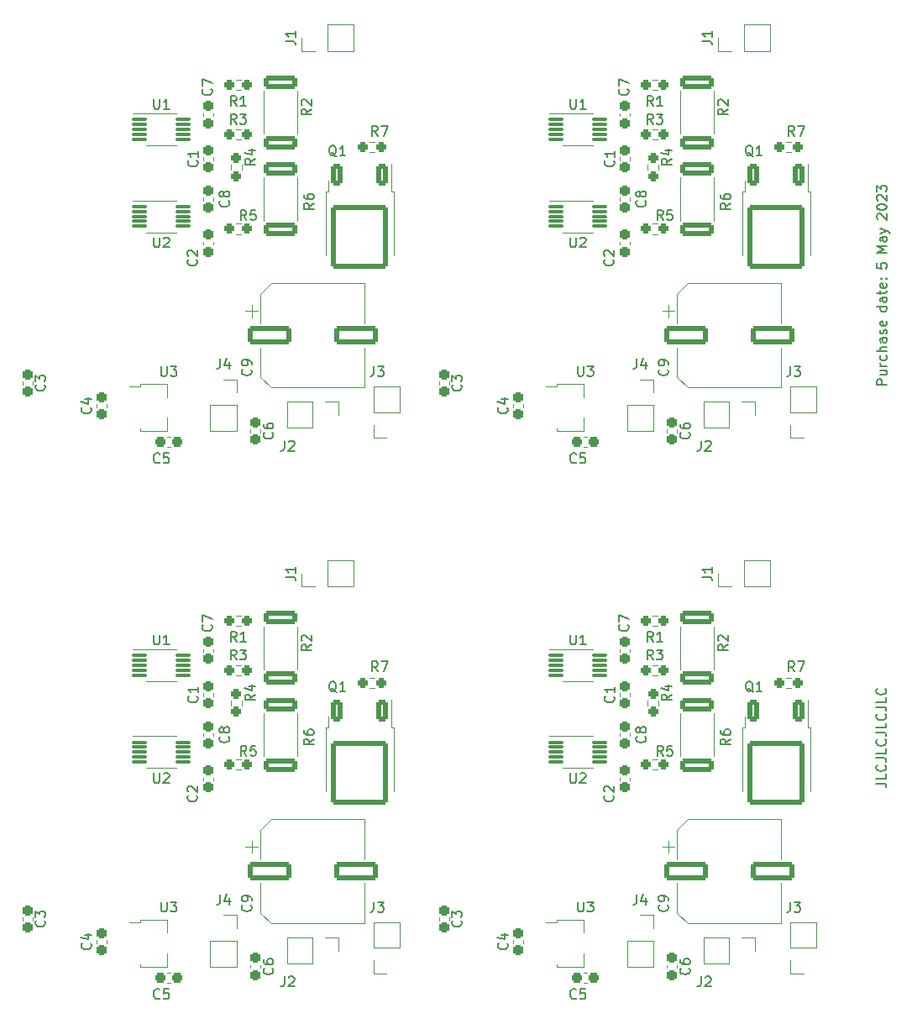
<source format=gto>
G04 #@! TF.GenerationSoftware,KiCad,Pcbnew,(7.0.0-0)*
G04 #@! TF.CreationDate,2023-05-05T23:00:16+10:00*
G04 #@! TF.ProjectId,panel,70616e65-6c2e-46b6-9963-61645f706362,rev?*
G04 #@! TF.SameCoordinates,Original*
G04 #@! TF.FileFunction,Legend,Top*
G04 #@! TF.FilePolarity,Positive*
%FSLAX46Y46*%
G04 Gerber Fmt 4.6, Leading zero omitted, Abs format (unit mm)*
G04 Created by KiCad (PCBNEW (7.0.0-0)) date 2023-05-05 23:00:16*
%MOMM*%
%LPD*%
G01*
G04 APERTURE LIST*
G04 Aperture macros list*
%AMRoundRect*
0 Rectangle with rounded corners*
0 $1 Rounding radius*
0 $2 $3 $4 $5 $6 $7 $8 $9 X,Y pos of 4 corners*
0 Add a 4 corners polygon primitive as box body*
4,1,4,$2,$3,$4,$5,$6,$7,$8,$9,$2,$3,0*
0 Add four circle primitives for the rounded corners*
1,1,$1+$1,$2,$3*
1,1,$1+$1,$4,$5*
1,1,$1+$1,$6,$7*
1,1,$1+$1,$8,$9*
0 Add four rect primitives between the rounded corners*
20,1,$1+$1,$2,$3,$4,$5,0*
20,1,$1+$1,$4,$5,$6,$7,0*
20,1,$1+$1,$6,$7,$8,$9,0*
20,1,$1+$1,$8,$9,$2,$3,0*%
%AMFreePoly0*
4,1,9,5.362500,-0.866500,1.237500,-0.866500,1.237500,-0.450000,-1.237500,-0.450000,-1.237500,0.450000,1.237500,0.450000,1.237500,0.866500,5.362500,0.866500,5.362500,-0.866500,5.362500,-0.866500,$1*%
G04 Aperture macros list end*
%ADD10C,0.150000*%
%ADD11C,0.120000*%
%ADD12C,1.000000*%
%ADD13RoundRect,0.075000X-0.650000X-0.075000X0.650000X-0.075000X0.650000X0.075000X-0.650000X0.075000X0*%
%ADD14C,2.000000*%
%ADD15RoundRect,0.237500X-0.237500X0.300000X-0.237500X-0.300000X0.237500X-0.300000X0.237500X0.300000X0*%
%ADD16R,1.700000X1.700000*%
%ADD17O,1.700000X1.700000*%
%ADD18RoundRect,0.237500X0.237500X-0.300000X0.237500X0.300000X-0.237500X0.300000X-0.237500X-0.300000X0*%
%ADD19R,2.300000X0.900000*%
%ADD20FreePoly0,0.000000*%
%ADD21RoundRect,0.237500X-0.250000X-0.237500X0.250000X-0.237500X0.250000X0.237500X-0.250000X0.237500X0*%
%ADD22RoundRect,0.250000X-1.950000X-0.700000X1.950000X-0.700000X1.950000X0.700000X-1.950000X0.700000X0*%
%ADD23RoundRect,0.249999X1.425001X-0.450001X1.425001X0.450001X-1.425001X0.450001X-1.425001X-0.450001X0*%
%ADD24RoundRect,0.250000X-0.350000X0.850000X-0.350000X-0.850000X0.350000X-0.850000X0.350000X0.850000X0*%
%ADD25RoundRect,0.249997X-2.650003X2.950003X-2.650003X-2.950003X2.650003X-2.950003X2.650003X2.950003X0*%
%ADD26RoundRect,0.237500X0.237500X-0.250000X0.237500X0.250000X-0.237500X0.250000X-0.237500X-0.250000X0*%
%ADD27RoundRect,0.237500X0.250000X0.237500X-0.250000X0.237500X-0.250000X-0.237500X0.250000X-0.237500X0*%
%ADD28RoundRect,0.237500X-0.300000X-0.237500X0.300000X-0.237500X0.300000X0.237500X-0.300000X0.237500X0*%
%ADD29C,2.600000*%
%ADD30C,3.500000*%
G04 APERTURE END LIST*
D10*
X195892380Y-57481904D02*
X194892380Y-57481904D01*
X194892380Y-57481904D02*
X194892380Y-57100952D01*
X194892380Y-57100952D02*
X194940000Y-57005714D01*
X194940000Y-57005714D02*
X194987619Y-56958095D01*
X194987619Y-56958095D02*
X195082857Y-56910476D01*
X195082857Y-56910476D02*
X195225714Y-56910476D01*
X195225714Y-56910476D02*
X195320952Y-56958095D01*
X195320952Y-56958095D02*
X195368571Y-57005714D01*
X195368571Y-57005714D02*
X195416190Y-57100952D01*
X195416190Y-57100952D02*
X195416190Y-57481904D01*
X195225714Y-56053333D02*
X195892380Y-56053333D01*
X195225714Y-56481904D02*
X195749523Y-56481904D01*
X195749523Y-56481904D02*
X195844761Y-56434285D01*
X195844761Y-56434285D02*
X195892380Y-56339047D01*
X195892380Y-56339047D02*
X195892380Y-56196190D01*
X195892380Y-56196190D02*
X195844761Y-56100952D01*
X195844761Y-56100952D02*
X195797142Y-56053333D01*
X195892380Y-55577142D02*
X195225714Y-55577142D01*
X195416190Y-55577142D02*
X195320952Y-55529523D01*
X195320952Y-55529523D02*
X195273333Y-55481904D01*
X195273333Y-55481904D02*
X195225714Y-55386666D01*
X195225714Y-55386666D02*
X195225714Y-55291428D01*
X195844761Y-54529523D02*
X195892380Y-54624761D01*
X195892380Y-54624761D02*
X195892380Y-54815237D01*
X195892380Y-54815237D02*
X195844761Y-54910475D01*
X195844761Y-54910475D02*
X195797142Y-54958094D01*
X195797142Y-54958094D02*
X195701904Y-55005713D01*
X195701904Y-55005713D02*
X195416190Y-55005713D01*
X195416190Y-55005713D02*
X195320952Y-54958094D01*
X195320952Y-54958094D02*
X195273333Y-54910475D01*
X195273333Y-54910475D02*
X195225714Y-54815237D01*
X195225714Y-54815237D02*
X195225714Y-54624761D01*
X195225714Y-54624761D02*
X195273333Y-54529523D01*
X195892380Y-54100951D02*
X194892380Y-54100951D01*
X195892380Y-53672380D02*
X195368571Y-53672380D01*
X195368571Y-53672380D02*
X195273333Y-53719999D01*
X195273333Y-53719999D02*
X195225714Y-53815237D01*
X195225714Y-53815237D02*
X195225714Y-53958094D01*
X195225714Y-53958094D02*
X195273333Y-54053332D01*
X195273333Y-54053332D02*
X195320952Y-54100951D01*
X195892380Y-52767618D02*
X195368571Y-52767618D01*
X195368571Y-52767618D02*
X195273333Y-52815237D01*
X195273333Y-52815237D02*
X195225714Y-52910475D01*
X195225714Y-52910475D02*
X195225714Y-53100951D01*
X195225714Y-53100951D02*
X195273333Y-53196189D01*
X195844761Y-52767618D02*
X195892380Y-52862856D01*
X195892380Y-52862856D02*
X195892380Y-53100951D01*
X195892380Y-53100951D02*
X195844761Y-53196189D01*
X195844761Y-53196189D02*
X195749523Y-53243808D01*
X195749523Y-53243808D02*
X195654285Y-53243808D01*
X195654285Y-53243808D02*
X195559047Y-53196189D01*
X195559047Y-53196189D02*
X195511428Y-53100951D01*
X195511428Y-53100951D02*
X195511428Y-52862856D01*
X195511428Y-52862856D02*
X195463809Y-52767618D01*
X195844761Y-52339046D02*
X195892380Y-52243808D01*
X195892380Y-52243808D02*
X195892380Y-52053332D01*
X195892380Y-52053332D02*
X195844761Y-51958094D01*
X195844761Y-51958094D02*
X195749523Y-51910475D01*
X195749523Y-51910475D02*
X195701904Y-51910475D01*
X195701904Y-51910475D02*
X195606666Y-51958094D01*
X195606666Y-51958094D02*
X195559047Y-52053332D01*
X195559047Y-52053332D02*
X195559047Y-52196189D01*
X195559047Y-52196189D02*
X195511428Y-52291427D01*
X195511428Y-52291427D02*
X195416190Y-52339046D01*
X195416190Y-52339046D02*
X195368571Y-52339046D01*
X195368571Y-52339046D02*
X195273333Y-52291427D01*
X195273333Y-52291427D02*
X195225714Y-52196189D01*
X195225714Y-52196189D02*
X195225714Y-52053332D01*
X195225714Y-52053332D02*
X195273333Y-51958094D01*
X195844761Y-51100951D02*
X195892380Y-51196189D01*
X195892380Y-51196189D02*
X195892380Y-51386665D01*
X195892380Y-51386665D02*
X195844761Y-51481903D01*
X195844761Y-51481903D02*
X195749523Y-51529522D01*
X195749523Y-51529522D02*
X195368571Y-51529522D01*
X195368571Y-51529522D02*
X195273333Y-51481903D01*
X195273333Y-51481903D02*
X195225714Y-51386665D01*
X195225714Y-51386665D02*
X195225714Y-51196189D01*
X195225714Y-51196189D02*
X195273333Y-51100951D01*
X195273333Y-51100951D02*
X195368571Y-51053332D01*
X195368571Y-51053332D02*
X195463809Y-51053332D01*
X195463809Y-51053332D02*
X195559047Y-51529522D01*
X195892380Y-49596189D02*
X194892380Y-49596189D01*
X195844761Y-49596189D02*
X195892380Y-49691427D01*
X195892380Y-49691427D02*
X195892380Y-49881903D01*
X195892380Y-49881903D02*
X195844761Y-49977141D01*
X195844761Y-49977141D02*
X195797142Y-50024760D01*
X195797142Y-50024760D02*
X195701904Y-50072379D01*
X195701904Y-50072379D02*
X195416190Y-50072379D01*
X195416190Y-50072379D02*
X195320952Y-50024760D01*
X195320952Y-50024760D02*
X195273333Y-49977141D01*
X195273333Y-49977141D02*
X195225714Y-49881903D01*
X195225714Y-49881903D02*
X195225714Y-49691427D01*
X195225714Y-49691427D02*
X195273333Y-49596189D01*
X195892380Y-48691427D02*
X195368571Y-48691427D01*
X195368571Y-48691427D02*
X195273333Y-48739046D01*
X195273333Y-48739046D02*
X195225714Y-48834284D01*
X195225714Y-48834284D02*
X195225714Y-49024760D01*
X195225714Y-49024760D02*
X195273333Y-49119998D01*
X195844761Y-48691427D02*
X195892380Y-48786665D01*
X195892380Y-48786665D02*
X195892380Y-49024760D01*
X195892380Y-49024760D02*
X195844761Y-49119998D01*
X195844761Y-49119998D02*
X195749523Y-49167617D01*
X195749523Y-49167617D02*
X195654285Y-49167617D01*
X195654285Y-49167617D02*
X195559047Y-49119998D01*
X195559047Y-49119998D02*
X195511428Y-49024760D01*
X195511428Y-49024760D02*
X195511428Y-48786665D01*
X195511428Y-48786665D02*
X195463809Y-48691427D01*
X195225714Y-48358093D02*
X195225714Y-47977141D01*
X194892380Y-48215236D02*
X195749523Y-48215236D01*
X195749523Y-48215236D02*
X195844761Y-48167617D01*
X195844761Y-48167617D02*
X195892380Y-48072379D01*
X195892380Y-48072379D02*
X195892380Y-47977141D01*
X195844761Y-47262855D02*
X195892380Y-47358093D01*
X195892380Y-47358093D02*
X195892380Y-47548569D01*
X195892380Y-47548569D02*
X195844761Y-47643807D01*
X195844761Y-47643807D02*
X195749523Y-47691426D01*
X195749523Y-47691426D02*
X195368571Y-47691426D01*
X195368571Y-47691426D02*
X195273333Y-47643807D01*
X195273333Y-47643807D02*
X195225714Y-47548569D01*
X195225714Y-47548569D02*
X195225714Y-47358093D01*
X195225714Y-47358093D02*
X195273333Y-47262855D01*
X195273333Y-47262855D02*
X195368571Y-47215236D01*
X195368571Y-47215236D02*
X195463809Y-47215236D01*
X195463809Y-47215236D02*
X195559047Y-47691426D01*
X195797142Y-46786664D02*
X195844761Y-46739045D01*
X195844761Y-46739045D02*
X195892380Y-46786664D01*
X195892380Y-46786664D02*
X195844761Y-46834283D01*
X195844761Y-46834283D02*
X195797142Y-46786664D01*
X195797142Y-46786664D02*
X195892380Y-46786664D01*
X195273333Y-46786664D02*
X195320952Y-46739045D01*
X195320952Y-46739045D02*
X195368571Y-46786664D01*
X195368571Y-46786664D02*
X195320952Y-46834283D01*
X195320952Y-46834283D02*
X195273333Y-46786664D01*
X195273333Y-46786664D02*
X195368571Y-46786664D01*
X194892380Y-45234284D02*
X194892380Y-45710474D01*
X194892380Y-45710474D02*
X195368571Y-45758093D01*
X195368571Y-45758093D02*
X195320952Y-45710474D01*
X195320952Y-45710474D02*
X195273333Y-45615236D01*
X195273333Y-45615236D02*
X195273333Y-45377141D01*
X195273333Y-45377141D02*
X195320952Y-45281903D01*
X195320952Y-45281903D02*
X195368571Y-45234284D01*
X195368571Y-45234284D02*
X195463809Y-45186665D01*
X195463809Y-45186665D02*
X195701904Y-45186665D01*
X195701904Y-45186665D02*
X195797142Y-45234284D01*
X195797142Y-45234284D02*
X195844761Y-45281903D01*
X195844761Y-45281903D02*
X195892380Y-45377141D01*
X195892380Y-45377141D02*
X195892380Y-45615236D01*
X195892380Y-45615236D02*
X195844761Y-45710474D01*
X195844761Y-45710474D02*
X195797142Y-45758093D01*
X195892380Y-44158093D02*
X194892380Y-44158093D01*
X194892380Y-44158093D02*
X195606666Y-43824760D01*
X195606666Y-43824760D02*
X194892380Y-43491427D01*
X194892380Y-43491427D02*
X195892380Y-43491427D01*
X195892380Y-42586665D02*
X195368571Y-42586665D01*
X195368571Y-42586665D02*
X195273333Y-42634284D01*
X195273333Y-42634284D02*
X195225714Y-42729522D01*
X195225714Y-42729522D02*
X195225714Y-42919998D01*
X195225714Y-42919998D02*
X195273333Y-43015236D01*
X195844761Y-42586665D02*
X195892380Y-42681903D01*
X195892380Y-42681903D02*
X195892380Y-42919998D01*
X195892380Y-42919998D02*
X195844761Y-43015236D01*
X195844761Y-43015236D02*
X195749523Y-43062855D01*
X195749523Y-43062855D02*
X195654285Y-43062855D01*
X195654285Y-43062855D02*
X195559047Y-43015236D01*
X195559047Y-43015236D02*
X195511428Y-42919998D01*
X195511428Y-42919998D02*
X195511428Y-42681903D01*
X195511428Y-42681903D02*
X195463809Y-42586665D01*
X195225714Y-42205712D02*
X195892380Y-41967617D01*
X195225714Y-41729522D02*
X195892380Y-41967617D01*
X195892380Y-41967617D02*
X196130476Y-42062855D01*
X196130476Y-42062855D02*
X196178095Y-42110474D01*
X196178095Y-42110474D02*
X196225714Y-42205712D01*
X194987619Y-40796188D02*
X194940000Y-40748569D01*
X194940000Y-40748569D02*
X194892380Y-40653331D01*
X194892380Y-40653331D02*
X194892380Y-40415236D01*
X194892380Y-40415236D02*
X194940000Y-40319998D01*
X194940000Y-40319998D02*
X194987619Y-40272379D01*
X194987619Y-40272379D02*
X195082857Y-40224760D01*
X195082857Y-40224760D02*
X195178095Y-40224760D01*
X195178095Y-40224760D02*
X195320952Y-40272379D01*
X195320952Y-40272379D02*
X195892380Y-40843807D01*
X195892380Y-40843807D02*
X195892380Y-40224760D01*
X194892380Y-39605712D02*
X194892380Y-39510474D01*
X194892380Y-39510474D02*
X194940000Y-39415236D01*
X194940000Y-39415236D02*
X194987619Y-39367617D01*
X194987619Y-39367617D02*
X195082857Y-39319998D01*
X195082857Y-39319998D02*
X195273333Y-39272379D01*
X195273333Y-39272379D02*
X195511428Y-39272379D01*
X195511428Y-39272379D02*
X195701904Y-39319998D01*
X195701904Y-39319998D02*
X195797142Y-39367617D01*
X195797142Y-39367617D02*
X195844761Y-39415236D01*
X195844761Y-39415236D02*
X195892380Y-39510474D01*
X195892380Y-39510474D02*
X195892380Y-39605712D01*
X195892380Y-39605712D02*
X195844761Y-39700950D01*
X195844761Y-39700950D02*
X195797142Y-39748569D01*
X195797142Y-39748569D02*
X195701904Y-39796188D01*
X195701904Y-39796188D02*
X195511428Y-39843807D01*
X195511428Y-39843807D02*
X195273333Y-39843807D01*
X195273333Y-39843807D02*
X195082857Y-39796188D01*
X195082857Y-39796188D02*
X194987619Y-39748569D01*
X194987619Y-39748569D02*
X194940000Y-39700950D01*
X194940000Y-39700950D02*
X194892380Y-39605712D01*
X194987619Y-38891426D02*
X194940000Y-38843807D01*
X194940000Y-38843807D02*
X194892380Y-38748569D01*
X194892380Y-38748569D02*
X194892380Y-38510474D01*
X194892380Y-38510474D02*
X194940000Y-38415236D01*
X194940000Y-38415236D02*
X194987619Y-38367617D01*
X194987619Y-38367617D02*
X195082857Y-38319998D01*
X195082857Y-38319998D02*
X195178095Y-38319998D01*
X195178095Y-38319998D02*
X195320952Y-38367617D01*
X195320952Y-38367617D02*
X195892380Y-38939045D01*
X195892380Y-38939045D02*
X195892380Y-38319998D01*
X194892380Y-37986664D02*
X194892380Y-37367617D01*
X194892380Y-37367617D02*
X195273333Y-37700950D01*
X195273333Y-37700950D02*
X195273333Y-37558093D01*
X195273333Y-37558093D02*
X195320952Y-37462855D01*
X195320952Y-37462855D02*
X195368571Y-37415236D01*
X195368571Y-37415236D02*
X195463809Y-37367617D01*
X195463809Y-37367617D02*
X195701904Y-37367617D01*
X195701904Y-37367617D02*
X195797142Y-37415236D01*
X195797142Y-37415236D02*
X195844761Y-37462855D01*
X195844761Y-37462855D02*
X195892380Y-37558093D01*
X195892380Y-37558093D02*
X195892380Y-37843807D01*
X195892380Y-37843807D02*
X195844761Y-37939045D01*
X195844761Y-37939045D02*
X195797142Y-37986664D01*
X194832380Y-97656190D02*
X195546666Y-97656190D01*
X195546666Y-97656190D02*
X195689523Y-97703809D01*
X195689523Y-97703809D02*
X195784761Y-97799047D01*
X195784761Y-97799047D02*
X195832380Y-97941904D01*
X195832380Y-97941904D02*
X195832380Y-98037142D01*
X195832380Y-96703809D02*
X195832380Y-97179999D01*
X195832380Y-97179999D02*
X194832380Y-97179999D01*
X195737142Y-95799047D02*
X195784761Y-95846666D01*
X195784761Y-95846666D02*
X195832380Y-95989523D01*
X195832380Y-95989523D02*
X195832380Y-96084761D01*
X195832380Y-96084761D02*
X195784761Y-96227618D01*
X195784761Y-96227618D02*
X195689523Y-96322856D01*
X195689523Y-96322856D02*
X195594285Y-96370475D01*
X195594285Y-96370475D02*
X195403809Y-96418094D01*
X195403809Y-96418094D02*
X195260952Y-96418094D01*
X195260952Y-96418094D02*
X195070476Y-96370475D01*
X195070476Y-96370475D02*
X194975238Y-96322856D01*
X194975238Y-96322856D02*
X194880000Y-96227618D01*
X194880000Y-96227618D02*
X194832380Y-96084761D01*
X194832380Y-96084761D02*
X194832380Y-95989523D01*
X194832380Y-95989523D02*
X194880000Y-95846666D01*
X194880000Y-95846666D02*
X194927619Y-95799047D01*
X194832380Y-95084761D02*
X195546666Y-95084761D01*
X195546666Y-95084761D02*
X195689523Y-95132380D01*
X195689523Y-95132380D02*
X195784761Y-95227618D01*
X195784761Y-95227618D02*
X195832380Y-95370475D01*
X195832380Y-95370475D02*
X195832380Y-95465713D01*
X195832380Y-94132380D02*
X195832380Y-94608570D01*
X195832380Y-94608570D02*
X194832380Y-94608570D01*
X195737142Y-93227618D02*
X195784761Y-93275237D01*
X195784761Y-93275237D02*
X195832380Y-93418094D01*
X195832380Y-93418094D02*
X195832380Y-93513332D01*
X195832380Y-93513332D02*
X195784761Y-93656189D01*
X195784761Y-93656189D02*
X195689523Y-93751427D01*
X195689523Y-93751427D02*
X195594285Y-93799046D01*
X195594285Y-93799046D02*
X195403809Y-93846665D01*
X195403809Y-93846665D02*
X195260952Y-93846665D01*
X195260952Y-93846665D02*
X195070476Y-93799046D01*
X195070476Y-93799046D02*
X194975238Y-93751427D01*
X194975238Y-93751427D02*
X194880000Y-93656189D01*
X194880000Y-93656189D02*
X194832380Y-93513332D01*
X194832380Y-93513332D02*
X194832380Y-93418094D01*
X194832380Y-93418094D02*
X194880000Y-93275237D01*
X194880000Y-93275237D02*
X194927619Y-93227618D01*
X194832380Y-92513332D02*
X195546666Y-92513332D01*
X195546666Y-92513332D02*
X195689523Y-92560951D01*
X195689523Y-92560951D02*
X195784761Y-92656189D01*
X195784761Y-92656189D02*
X195832380Y-92799046D01*
X195832380Y-92799046D02*
X195832380Y-92894284D01*
X195832380Y-91560951D02*
X195832380Y-92037141D01*
X195832380Y-92037141D02*
X194832380Y-92037141D01*
X195737142Y-90656189D02*
X195784761Y-90703808D01*
X195784761Y-90703808D02*
X195832380Y-90846665D01*
X195832380Y-90846665D02*
X195832380Y-90941903D01*
X195832380Y-90941903D02*
X195784761Y-91084760D01*
X195784761Y-91084760D02*
X195689523Y-91179998D01*
X195689523Y-91179998D02*
X195594285Y-91227617D01*
X195594285Y-91227617D02*
X195403809Y-91275236D01*
X195403809Y-91275236D02*
X195260952Y-91275236D01*
X195260952Y-91275236D02*
X195070476Y-91227617D01*
X195070476Y-91227617D02*
X194975238Y-91179998D01*
X194975238Y-91179998D02*
X194880000Y-91084760D01*
X194880000Y-91084760D02*
X194832380Y-90941903D01*
X194832380Y-90941903D02*
X194832380Y-90846665D01*
X194832380Y-90846665D02*
X194880000Y-90703808D01*
X194880000Y-90703808D02*
X194927619Y-90656189D01*
X194832380Y-89941903D02*
X195546666Y-89941903D01*
X195546666Y-89941903D02*
X195689523Y-89989522D01*
X195689523Y-89989522D02*
X195784761Y-90084760D01*
X195784761Y-90084760D02*
X195832380Y-90227617D01*
X195832380Y-90227617D02*
X195832380Y-90322855D01*
X195832380Y-88989522D02*
X195832380Y-89465712D01*
X195832380Y-89465712D02*
X194832380Y-89465712D01*
X195737142Y-88084760D02*
X195784761Y-88132379D01*
X195784761Y-88132379D02*
X195832380Y-88275236D01*
X195832380Y-88275236D02*
X195832380Y-88370474D01*
X195832380Y-88370474D02*
X195784761Y-88513331D01*
X195784761Y-88513331D02*
X195689523Y-88608569D01*
X195689523Y-88608569D02*
X195594285Y-88656188D01*
X195594285Y-88656188D02*
X195403809Y-88703807D01*
X195403809Y-88703807D02*
X195260952Y-88703807D01*
X195260952Y-88703807D02*
X195070476Y-88656188D01*
X195070476Y-88656188D02*
X194975238Y-88608569D01*
X194975238Y-88608569D02*
X194880000Y-88513331D01*
X194880000Y-88513331D02*
X194832380Y-88370474D01*
X194832380Y-88370474D02*
X194832380Y-88275236D01*
X194832380Y-88275236D02*
X194880000Y-88132379D01*
X194880000Y-88132379D02*
X194927619Y-88084760D01*
X163988095Y-42617380D02*
X163988095Y-43426904D01*
X163988095Y-43426904D02*
X164035714Y-43522142D01*
X164035714Y-43522142D02*
X164083333Y-43569761D01*
X164083333Y-43569761D02*
X164178571Y-43617380D01*
X164178571Y-43617380D02*
X164369047Y-43617380D01*
X164369047Y-43617380D02*
X164464285Y-43569761D01*
X164464285Y-43569761D02*
X164511904Y-43522142D01*
X164511904Y-43522142D02*
X164559523Y-43426904D01*
X164559523Y-43426904D02*
X164559523Y-42617380D01*
X164988095Y-42712619D02*
X165035714Y-42665000D01*
X165035714Y-42665000D02*
X165130952Y-42617380D01*
X165130952Y-42617380D02*
X165369047Y-42617380D01*
X165369047Y-42617380D02*
X165464285Y-42665000D01*
X165464285Y-42665000D02*
X165511904Y-42712619D01*
X165511904Y-42712619D02*
X165559523Y-42807857D01*
X165559523Y-42807857D02*
X165559523Y-42903095D01*
X165559523Y-42903095D02*
X165511904Y-43045952D01*
X165511904Y-43045952D02*
X164940476Y-43617380D01*
X164940476Y-43617380D02*
X165559523Y-43617380D01*
X163988095Y-96617380D02*
X163988095Y-97426904D01*
X163988095Y-97426904D02*
X164035714Y-97522142D01*
X164035714Y-97522142D02*
X164083333Y-97569761D01*
X164083333Y-97569761D02*
X164178571Y-97617380D01*
X164178571Y-97617380D02*
X164369047Y-97617380D01*
X164369047Y-97617380D02*
X164464285Y-97569761D01*
X164464285Y-97569761D02*
X164511904Y-97522142D01*
X164511904Y-97522142D02*
X164559523Y-97426904D01*
X164559523Y-97426904D02*
X164559523Y-96617380D01*
X164988095Y-96712619D02*
X165035714Y-96665000D01*
X165035714Y-96665000D02*
X165130952Y-96617380D01*
X165130952Y-96617380D02*
X165369047Y-96617380D01*
X165369047Y-96617380D02*
X165464285Y-96665000D01*
X165464285Y-96665000D02*
X165511904Y-96712619D01*
X165511904Y-96712619D02*
X165559523Y-96807857D01*
X165559523Y-96807857D02*
X165559523Y-96903095D01*
X165559523Y-96903095D02*
X165511904Y-97045952D01*
X165511904Y-97045952D02*
X164940476Y-97617380D01*
X164940476Y-97617380D02*
X165559523Y-97617380D01*
X121988095Y-42617380D02*
X121988095Y-43426904D01*
X121988095Y-43426904D02*
X122035714Y-43522142D01*
X122035714Y-43522142D02*
X122083333Y-43569761D01*
X122083333Y-43569761D02*
X122178571Y-43617380D01*
X122178571Y-43617380D02*
X122369047Y-43617380D01*
X122369047Y-43617380D02*
X122464285Y-43569761D01*
X122464285Y-43569761D02*
X122511904Y-43522142D01*
X122511904Y-43522142D02*
X122559523Y-43426904D01*
X122559523Y-43426904D02*
X122559523Y-42617380D01*
X122988095Y-42712619D02*
X123035714Y-42665000D01*
X123035714Y-42665000D02*
X123130952Y-42617380D01*
X123130952Y-42617380D02*
X123369047Y-42617380D01*
X123369047Y-42617380D02*
X123464285Y-42665000D01*
X123464285Y-42665000D02*
X123511904Y-42712619D01*
X123511904Y-42712619D02*
X123559523Y-42807857D01*
X123559523Y-42807857D02*
X123559523Y-42903095D01*
X123559523Y-42903095D02*
X123511904Y-43045952D01*
X123511904Y-43045952D02*
X122940476Y-43617380D01*
X122940476Y-43617380D02*
X123559523Y-43617380D01*
X121988095Y-96617380D02*
X121988095Y-97426904D01*
X121988095Y-97426904D02*
X122035714Y-97522142D01*
X122035714Y-97522142D02*
X122083333Y-97569761D01*
X122083333Y-97569761D02*
X122178571Y-97617380D01*
X122178571Y-97617380D02*
X122369047Y-97617380D01*
X122369047Y-97617380D02*
X122464285Y-97569761D01*
X122464285Y-97569761D02*
X122511904Y-97522142D01*
X122511904Y-97522142D02*
X122559523Y-97426904D01*
X122559523Y-97426904D02*
X122559523Y-96617380D01*
X122988095Y-96712619D02*
X123035714Y-96665000D01*
X123035714Y-96665000D02*
X123130952Y-96617380D01*
X123130952Y-96617380D02*
X123369047Y-96617380D01*
X123369047Y-96617380D02*
X123464285Y-96665000D01*
X123464285Y-96665000D02*
X123511904Y-96712619D01*
X123511904Y-96712619D02*
X123559523Y-96807857D01*
X123559523Y-96807857D02*
X123559523Y-96903095D01*
X123559523Y-96903095D02*
X123511904Y-97045952D01*
X123511904Y-97045952D02*
X122940476Y-97617380D01*
X122940476Y-97617380D02*
X123559523Y-97617380D01*
X163988095Y-82667380D02*
X163988095Y-83476904D01*
X163988095Y-83476904D02*
X164035714Y-83572142D01*
X164035714Y-83572142D02*
X164083333Y-83619761D01*
X164083333Y-83619761D02*
X164178571Y-83667380D01*
X164178571Y-83667380D02*
X164369047Y-83667380D01*
X164369047Y-83667380D02*
X164464285Y-83619761D01*
X164464285Y-83619761D02*
X164511904Y-83572142D01*
X164511904Y-83572142D02*
X164559523Y-83476904D01*
X164559523Y-83476904D02*
X164559523Y-82667380D01*
X165559523Y-83667380D02*
X164988095Y-83667380D01*
X165273809Y-83667380D02*
X165273809Y-82667380D01*
X165273809Y-82667380D02*
X165178571Y-82810238D01*
X165178571Y-82810238D02*
X165083333Y-82905476D01*
X165083333Y-82905476D02*
X164988095Y-82953095D01*
X121988095Y-28667380D02*
X121988095Y-29476904D01*
X121988095Y-29476904D02*
X122035714Y-29572142D01*
X122035714Y-29572142D02*
X122083333Y-29619761D01*
X122083333Y-29619761D02*
X122178571Y-29667380D01*
X122178571Y-29667380D02*
X122369047Y-29667380D01*
X122369047Y-29667380D02*
X122464285Y-29619761D01*
X122464285Y-29619761D02*
X122511904Y-29572142D01*
X122511904Y-29572142D02*
X122559523Y-29476904D01*
X122559523Y-29476904D02*
X122559523Y-28667380D01*
X123559523Y-29667380D02*
X122988095Y-29667380D01*
X123273809Y-29667380D02*
X123273809Y-28667380D01*
X123273809Y-28667380D02*
X123178571Y-28810238D01*
X123178571Y-28810238D02*
X123083333Y-28905476D01*
X123083333Y-28905476D02*
X122988095Y-28953095D01*
X121988095Y-82667380D02*
X121988095Y-83476904D01*
X121988095Y-83476904D02*
X122035714Y-83572142D01*
X122035714Y-83572142D02*
X122083333Y-83619761D01*
X122083333Y-83619761D02*
X122178571Y-83667380D01*
X122178571Y-83667380D02*
X122369047Y-83667380D01*
X122369047Y-83667380D02*
X122464285Y-83619761D01*
X122464285Y-83619761D02*
X122511904Y-83572142D01*
X122511904Y-83572142D02*
X122559523Y-83476904D01*
X122559523Y-83476904D02*
X122559523Y-82667380D01*
X123559523Y-83667380D02*
X122988095Y-83667380D01*
X123273809Y-83667380D02*
X123273809Y-82667380D01*
X123273809Y-82667380D02*
X123178571Y-82810238D01*
X123178571Y-82810238D02*
X123083333Y-82905476D01*
X123083333Y-82905476D02*
X122988095Y-82953095D01*
X163988095Y-28667380D02*
X163988095Y-29476904D01*
X163988095Y-29476904D02*
X164035714Y-29572142D01*
X164035714Y-29572142D02*
X164083333Y-29619761D01*
X164083333Y-29619761D02*
X164178571Y-29667380D01*
X164178571Y-29667380D02*
X164369047Y-29667380D01*
X164369047Y-29667380D02*
X164464285Y-29619761D01*
X164464285Y-29619761D02*
X164511904Y-29572142D01*
X164511904Y-29572142D02*
X164559523Y-29476904D01*
X164559523Y-29476904D02*
X164559523Y-28667380D01*
X165559523Y-29667380D02*
X164988095Y-29667380D01*
X165273809Y-29667380D02*
X165273809Y-28667380D01*
X165273809Y-28667380D02*
X165178571Y-28810238D01*
X165178571Y-28810238D02*
X165083333Y-28905476D01*
X165083333Y-28905476D02*
X164988095Y-28953095D01*
X175952142Y-62279166D02*
X175999761Y-62326785D01*
X175999761Y-62326785D02*
X176047380Y-62469642D01*
X176047380Y-62469642D02*
X176047380Y-62564880D01*
X176047380Y-62564880D02*
X175999761Y-62707737D01*
X175999761Y-62707737D02*
X175904523Y-62802975D01*
X175904523Y-62802975D02*
X175809285Y-62850594D01*
X175809285Y-62850594D02*
X175618809Y-62898213D01*
X175618809Y-62898213D02*
X175475952Y-62898213D01*
X175475952Y-62898213D02*
X175285476Y-62850594D01*
X175285476Y-62850594D02*
X175190238Y-62802975D01*
X175190238Y-62802975D02*
X175095000Y-62707737D01*
X175095000Y-62707737D02*
X175047380Y-62564880D01*
X175047380Y-62564880D02*
X175047380Y-62469642D01*
X175047380Y-62469642D02*
X175095000Y-62326785D01*
X175095000Y-62326785D02*
X175142619Y-62279166D01*
X175047380Y-61422023D02*
X175047380Y-61612499D01*
X175047380Y-61612499D02*
X175095000Y-61707737D01*
X175095000Y-61707737D02*
X175142619Y-61755356D01*
X175142619Y-61755356D02*
X175285476Y-61850594D01*
X175285476Y-61850594D02*
X175475952Y-61898213D01*
X175475952Y-61898213D02*
X175856904Y-61898213D01*
X175856904Y-61898213D02*
X175952142Y-61850594D01*
X175952142Y-61850594D02*
X175999761Y-61802975D01*
X175999761Y-61802975D02*
X176047380Y-61707737D01*
X176047380Y-61707737D02*
X176047380Y-61517261D01*
X176047380Y-61517261D02*
X175999761Y-61422023D01*
X175999761Y-61422023D02*
X175952142Y-61374404D01*
X175952142Y-61374404D02*
X175856904Y-61326785D01*
X175856904Y-61326785D02*
X175618809Y-61326785D01*
X175618809Y-61326785D02*
X175523571Y-61374404D01*
X175523571Y-61374404D02*
X175475952Y-61422023D01*
X175475952Y-61422023D02*
X175428333Y-61517261D01*
X175428333Y-61517261D02*
X175428333Y-61707737D01*
X175428333Y-61707737D02*
X175475952Y-61802975D01*
X175475952Y-61802975D02*
X175523571Y-61850594D01*
X175523571Y-61850594D02*
X175618809Y-61898213D01*
X175952142Y-116279166D02*
X175999761Y-116326785D01*
X175999761Y-116326785D02*
X176047380Y-116469642D01*
X176047380Y-116469642D02*
X176047380Y-116564880D01*
X176047380Y-116564880D02*
X175999761Y-116707737D01*
X175999761Y-116707737D02*
X175904523Y-116802975D01*
X175904523Y-116802975D02*
X175809285Y-116850594D01*
X175809285Y-116850594D02*
X175618809Y-116898213D01*
X175618809Y-116898213D02*
X175475952Y-116898213D01*
X175475952Y-116898213D02*
X175285476Y-116850594D01*
X175285476Y-116850594D02*
X175190238Y-116802975D01*
X175190238Y-116802975D02*
X175095000Y-116707737D01*
X175095000Y-116707737D02*
X175047380Y-116564880D01*
X175047380Y-116564880D02*
X175047380Y-116469642D01*
X175047380Y-116469642D02*
X175095000Y-116326785D01*
X175095000Y-116326785D02*
X175142619Y-116279166D01*
X175047380Y-115422023D02*
X175047380Y-115612499D01*
X175047380Y-115612499D02*
X175095000Y-115707737D01*
X175095000Y-115707737D02*
X175142619Y-115755356D01*
X175142619Y-115755356D02*
X175285476Y-115850594D01*
X175285476Y-115850594D02*
X175475952Y-115898213D01*
X175475952Y-115898213D02*
X175856904Y-115898213D01*
X175856904Y-115898213D02*
X175952142Y-115850594D01*
X175952142Y-115850594D02*
X175999761Y-115802975D01*
X175999761Y-115802975D02*
X176047380Y-115707737D01*
X176047380Y-115707737D02*
X176047380Y-115517261D01*
X176047380Y-115517261D02*
X175999761Y-115422023D01*
X175999761Y-115422023D02*
X175952142Y-115374404D01*
X175952142Y-115374404D02*
X175856904Y-115326785D01*
X175856904Y-115326785D02*
X175618809Y-115326785D01*
X175618809Y-115326785D02*
X175523571Y-115374404D01*
X175523571Y-115374404D02*
X175475952Y-115422023D01*
X175475952Y-115422023D02*
X175428333Y-115517261D01*
X175428333Y-115517261D02*
X175428333Y-115707737D01*
X175428333Y-115707737D02*
X175475952Y-115802975D01*
X175475952Y-115802975D02*
X175523571Y-115850594D01*
X175523571Y-115850594D02*
X175618809Y-115898213D01*
X133952142Y-62279166D02*
X133999761Y-62326785D01*
X133999761Y-62326785D02*
X134047380Y-62469642D01*
X134047380Y-62469642D02*
X134047380Y-62564880D01*
X134047380Y-62564880D02*
X133999761Y-62707737D01*
X133999761Y-62707737D02*
X133904523Y-62802975D01*
X133904523Y-62802975D02*
X133809285Y-62850594D01*
X133809285Y-62850594D02*
X133618809Y-62898213D01*
X133618809Y-62898213D02*
X133475952Y-62898213D01*
X133475952Y-62898213D02*
X133285476Y-62850594D01*
X133285476Y-62850594D02*
X133190238Y-62802975D01*
X133190238Y-62802975D02*
X133095000Y-62707737D01*
X133095000Y-62707737D02*
X133047380Y-62564880D01*
X133047380Y-62564880D02*
X133047380Y-62469642D01*
X133047380Y-62469642D02*
X133095000Y-62326785D01*
X133095000Y-62326785D02*
X133142619Y-62279166D01*
X133047380Y-61422023D02*
X133047380Y-61612499D01*
X133047380Y-61612499D02*
X133095000Y-61707737D01*
X133095000Y-61707737D02*
X133142619Y-61755356D01*
X133142619Y-61755356D02*
X133285476Y-61850594D01*
X133285476Y-61850594D02*
X133475952Y-61898213D01*
X133475952Y-61898213D02*
X133856904Y-61898213D01*
X133856904Y-61898213D02*
X133952142Y-61850594D01*
X133952142Y-61850594D02*
X133999761Y-61802975D01*
X133999761Y-61802975D02*
X134047380Y-61707737D01*
X134047380Y-61707737D02*
X134047380Y-61517261D01*
X134047380Y-61517261D02*
X133999761Y-61422023D01*
X133999761Y-61422023D02*
X133952142Y-61374404D01*
X133952142Y-61374404D02*
X133856904Y-61326785D01*
X133856904Y-61326785D02*
X133618809Y-61326785D01*
X133618809Y-61326785D02*
X133523571Y-61374404D01*
X133523571Y-61374404D02*
X133475952Y-61422023D01*
X133475952Y-61422023D02*
X133428333Y-61517261D01*
X133428333Y-61517261D02*
X133428333Y-61707737D01*
X133428333Y-61707737D02*
X133475952Y-61802975D01*
X133475952Y-61802975D02*
X133523571Y-61850594D01*
X133523571Y-61850594D02*
X133618809Y-61898213D01*
X133952142Y-116279166D02*
X133999761Y-116326785D01*
X133999761Y-116326785D02*
X134047380Y-116469642D01*
X134047380Y-116469642D02*
X134047380Y-116564880D01*
X134047380Y-116564880D02*
X133999761Y-116707737D01*
X133999761Y-116707737D02*
X133904523Y-116802975D01*
X133904523Y-116802975D02*
X133809285Y-116850594D01*
X133809285Y-116850594D02*
X133618809Y-116898213D01*
X133618809Y-116898213D02*
X133475952Y-116898213D01*
X133475952Y-116898213D02*
X133285476Y-116850594D01*
X133285476Y-116850594D02*
X133190238Y-116802975D01*
X133190238Y-116802975D02*
X133095000Y-116707737D01*
X133095000Y-116707737D02*
X133047380Y-116564880D01*
X133047380Y-116564880D02*
X133047380Y-116469642D01*
X133047380Y-116469642D02*
X133095000Y-116326785D01*
X133095000Y-116326785D02*
X133142619Y-116279166D01*
X133047380Y-115422023D02*
X133047380Y-115612499D01*
X133047380Y-115612499D02*
X133095000Y-115707737D01*
X133095000Y-115707737D02*
X133142619Y-115755356D01*
X133142619Y-115755356D02*
X133285476Y-115850594D01*
X133285476Y-115850594D02*
X133475952Y-115898213D01*
X133475952Y-115898213D02*
X133856904Y-115898213D01*
X133856904Y-115898213D02*
X133952142Y-115850594D01*
X133952142Y-115850594D02*
X133999761Y-115802975D01*
X133999761Y-115802975D02*
X134047380Y-115707737D01*
X134047380Y-115707737D02*
X134047380Y-115517261D01*
X134047380Y-115517261D02*
X133999761Y-115422023D01*
X133999761Y-115422023D02*
X133952142Y-115374404D01*
X133952142Y-115374404D02*
X133856904Y-115326785D01*
X133856904Y-115326785D02*
X133618809Y-115326785D01*
X133618809Y-115326785D02*
X133523571Y-115374404D01*
X133523571Y-115374404D02*
X133475952Y-115422023D01*
X133475952Y-115422023D02*
X133428333Y-115517261D01*
X133428333Y-115517261D02*
X133428333Y-115707737D01*
X133428333Y-115707737D02*
X133475952Y-115802975D01*
X133475952Y-115802975D02*
X133523571Y-115850594D01*
X133523571Y-115850594D02*
X133618809Y-115898213D01*
X177287380Y-22833333D02*
X178001666Y-22833333D01*
X178001666Y-22833333D02*
X178144523Y-22880952D01*
X178144523Y-22880952D02*
X178239761Y-22976190D01*
X178239761Y-22976190D02*
X178287380Y-23119047D01*
X178287380Y-23119047D02*
X178287380Y-23214285D01*
X178287380Y-21833333D02*
X178287380Y-22404761D01*
X178287380Y-22119047D02*
X177287380Y-22119047D01*
X177287380Y-22119047D02*
X177430238Y-22214285D01*
X177430238Y-22214285D02*
X177525476Y-22309523D01*
X177525476Y-22309523D02*
X177573095Y-22404761D01*
X177287380Y-76833333D02*
X178001666Y-76833333D01*
X178001666Y-76833333D02*
X178144523Y-76880952D01*
X178144523Y-76880952D02*
X178239761Y-76976190D01*
X178239761Y-76976190D02*
X178287380Y-77119047D01*
X178287380Y-77119047D02*
X178287380Y-77214285D01*
X178287380Y-75833333D02*
X178287380Y-76404761D01*
X178287380Y-76119047D02*
X177287380Y-76119047D01*
X177287380Y-76119047D02*
X177430238Y-76214285D01*
X177430238Y-76214285D02*
X177525476Y-76309523D01*
X177525476Y-76309523D02*
X177573095Y-76404761D01*
X135287380Y-22833333D02*
X136001666Y-22833333D01*
X136001666Y-22833333D02*
X136144523Y-22880952D01*
X136144523Y-22880952D02*
X136239761Y-22976190D01*
X136239761Y-22976190D02*
X136287380Y-23119047D01*
X136287380Y-23119047D02*
X136287380Y-23214285D01*
X136287380Y-21833333D02*
X136287380Y-22404761D01*
X136287380Y-22119047D02*
X135287380Y-22119047D01*
X135287380Y-22119047D02*
X135430238Y-22214285D01*
X135430238Y-22214285D02*
X135525476Y-22309523D01*
X135525476Y-22309523D02*
X135573095Y-22404761D01*
X135287380Y-76833333D02*
X136001666Y-76833333D01*
X136001666Y-76833333D02*
X136144523Y-76880952D01*
X136144523Y-76880952D02*
X136239761Y-76976190D01*
X136239761Y-76976190D02*
X136287380Y-77119047D01*
X136287380Y-77119047D02*
X136287380Y-77214285D01*
X136287380Y-75833333D02*
X136287380Y-76404761D01*
X136287380Y-76119047D02*
X135287380Y-76119047D01*
X135287380Y-76119047D02*
X135430238Y-76214285D01*
X135430238Y-76214285D02*
X135525476Y-76309523D01*
X135525476Y-76309523D02*
X135573095Y-76404761D01*
X168342142Y-34866666D02*
X168389761Y-34914285D01*
X168389761Y-34914285D02*
X168437380Y-35057142D01*
X168437380Y-35057142D02*
X168437380Y-35152380D01*
X168437380Y-35152380D02*
X168389761Y-35295237D01*
X168389761Y-35295237D02*
X168294523Y-35390475D01*
X168294523Y-35390475D02*
X168199285Y-35438094D01*
X168199285Y-35438094D02*
X168008809Y-35485713D01*
X168008809Y-35485713D02*
X167865952Y-35485713D01*
X167865952Y-35485713D02*
X167675476Y-35438094D01*
X167675476Y-35438094D02*
X167580238Y-35390475D01*
X167580238Y-35390475D02*
X167485000Y-35295237D01*
X167485000Y-35295237D02*
X167437380Y-35152380D01*
X167437380Y-35152380D02*
X167437380Y-35057142D01*
X167437380Y-35057142D02*
X167485000Y-34914285D01*
X167485000Y-34914285D02*
X167532619Y-34866666D01*
X168437380Y-33914285D02*
X168437380Y-34485713D01*
X168437380Y-34199999D02*
X167437380Y-34199999D01*
X167437380Y-34199999D02*
X167580238Y-34295237D01*
X167580238Y-34295237D02*
X167675476Y-34390475D01*
X167675476Y-34390475D02*
X167723095Y-34485713D01*
X168342142Y-88866666D02*
X168389761Y-88914285D01*
X168389761Y-88914285D02*
X168437380Y-89057142D01*
X168437380Y-89057142D02*
X168437380Y-89152380D01*
X168437380Y-89152380D02*
X168389761Y-89295237D01*
X168389761Y-89295237D02*
X168294523Y-89390475D01*
X168294523Y-89390475D02*
X168199285Y-89438094D01*
X168199285Y-89438094D02*
X168008809Y-89485713D01*
X168008809Y-89485713D02*
X167865952Y-89485713D01*
X167865952Y-89485713D02*
X167675476Y-89438094D01*
X167675476Y-89438094D02*
X167580238Y-89390475D01*
X167580238Y-89390475D02*
X167485000Y-89295237D01*
X167485000Y-89295237D02*
X167437380Y-89152380D01*
X167437380Y-89152380D02*
X167437380Y-89057142D01*
X167437380Y-89057142D02*
X167485000Y-88914285D01*
X167485000Y-88914285D02*
X167532619Y-88866666D01*
X168437380Y-87914285D02*
X168437380Y-88485713D01*
X168437380Y-88199999D02*
X167437380Y-88199999D01*
X167437380Y-88199999D02*
X167580238Y-88295237D01*
X167580238Y-88295237D02*
X167675476Y-88390475D01*
X167675476Y-88390475D02*
X167723095Y-88485713D01*
X126342142Y-34866666D02*
X126389761Y-34914285D01*
X126389761Y-34914285D02*
X126437380Y-35057142D01*
X126437380Y-35057142D02*
X126437380Y-35152380D01*
X126437380Y-35152380D02*
X126389761Y-35295237D01*
X126389761Y-35295237D02*
X126294523Y-35390475D01*
X126294523Y-35390475D02*
X126199285Y-35438094D01*
X126199285Y-35438094D02*
X126008809Y-35485713D01*
X126008809Y-35485713D02*
X125865952Y-35485713D01*
X125865952Y-35485713D02*
X125675476Y-35438094D01*
X125675476Y-35438094D02*
X125580238Y-35390475D01*
X125580238Y-35390475D02*
X125485000Y-35295237D01*
X125485000Y-35295237D02*
X125437380Y-35152380D01*
X125437380Y-35152380D02*
X125437380Y-35057142D01*
X125437380Y-35057142D02*
X125485000Y-34914285D01*
X125485000Y-34914285D02*
X125532619Y-34866666D01*
X126437380Y-33914285D02*
X126437380Y-34485713D01*
X126437380Y-34199999D02*
X125437380Y-34199999D01*
X125437380Y-34199999D02*
X125580238Y-34295237D01*
X125580238Y-34295237D02*
X125675476Y-34390475D01*
X125675476Y-34390475D02*
X125723095Y-34485713D01*
X126342142Y-88866666D02*
X126389761Y-88914285D01*
X126389761Y-88914285D02*
X126437380Y-89057142D01*
X126437380Y-89057142D02*
X126437380Y-89152380D01*
X126437380Y-89152380D02*
X126389761Y-89295237D01*
X126389761Y-89295237D02*
X126294523Y-89390475D01*
X126294523Y-89390475D02*
X126199285Y-89438094D01*
X126199285Y-89438094D02*
X126008809Y-89485713D01*
X126008809Y-89485713D02*
X125865952Y-89485713D01*
X125865952Y-89485713D02*
X125675476Y-89438094D01*
X125675476Y-89438094D02*
X125580238Y-89390475D01*
X125580238Y-89390475D02*
X125485000Y-89295237D01*
X125485000Y-89295237D02*
X125437380Y-89152380D01*
X125437380Y-89152380D02*
X125437380Y-89057142D01*
X125437380Y-89057142D02*
X125485000Y-88914285D01*
X125485000Y-88914285D02*
X125532619Y-88866666D01*
X126437380Y-87914285D02*
X126437380Y-88485713D01*
X126437380Y-88199999D02*
X125437380Y-88199999D01*
X125437380Y-88199999D02*
X125580238Y-88295237D01*
X125580238Y-88295237D02*
X125675476Y-88390475D01*
X125675476Y-88390475D02*
X125723095Y-88485713D01*
X164738095Y-55592380D02*
X164738095Y-56401904D01*
X164738095Y-56401904D02*
X164785714Y-56497142D01*
X164785714Y-56497142D02*
X164833333Y-56544761D01*
X164833333Y-56544761D02*
X164928571Y-56592380D01*
X164928571Y-56592380D02*
X165119047Y-56592380D01*
X165119047Y-56592380D02*
X165214285Y-56544761D01*
X165214285Y-56544761D02*
X165261904Y-56497142D01*
X165261904Y-56497142D02*
X165309523Y-56401904D01*
X165309523Y-56401904D02*
X165309523Y-55592380D01*
X165690476Y-55592380D02*
X166309523Y-55592380D01*
X166309523Y-55592380D02*
X165976190Y-55973333D01*
X165976190Y-55973333D02*
X166119047Y-55973333D01*
X166119047Y-55973333D02*
X166214285Y-56020952D01*
X166214285Y-56020952D02*
X166261904Y-56068571D01*
X166261904Y-56068571D02*
X166309523Y-56163809D01*
X166309523Y-56163809D02*
X166309523Y-56401904D01*
X166309523Y-56401904D02*
X166261904Y-56497142D01*
X166261904Y-56497142D02*
X166214285Y-56544761D01*
X166214285Y-56544761D02*
X166119047Y-56592380D01*
X166119047Y-56592380D02*
X165833333Y-56592380D01*
X165833333Y-56592380D02*
X165738095Y-56544761D01*
X165738095Y-56544761D02*
X165690476Y-56497142D01*
X164738095Y-109592380D02*
X164738095Y-110401904D01*
X164738095Y-110401904D02*
X164785714Y-110497142D01*
X164785714Y-110497142D02*
X164833333Y-110544761D01*
X164833333Y-110544761D02*
X164928571Y-110592380D01*
X164928571Y-110592380D02*
X165119047Y-110592380D01*
X165119047Y-110592380D02*
X165214285Y-110544761D01*
X165214285Y-110544761D02*
X165261904Y-110497142D01*
X165261904Y-110497142D02*
X165309523Y-110401904D01*
X165309523Y-110401904D02*
X165309523Y-109592380D01*
X165690476Y-109592380D02*
X166309523Y-109592380D01*
X166309523Y-109592380D02*
X165976190Y-109973333D01*
X165976190Y-109973333D02*
X166119047Y-109973333D01*
X166119047Y-109973333D02*
X166214285Y-110020952D01*
X166214285Y-110020952D02*
X166261904Y-110068571D01*
X166261904Y-110068571D02*
X166309523Y-110163809D01*
X166309523Y-110163809D02*
X166309523Y-110401904D01*
X166309523Y-110401904D02*
X166261904Y-110497142D01*
X166261904Y-110497142D02*
X166214285Y-110544761D01*
X166214285Y-110544761D02*
X166119047Y-110592380D01*
X166119047Y-110592380D02*
X165833333Y-110592380D01*
X165833333Y-110592380D02*
X165738095Y-110544761D01*
X165738095Y-110544761D02*
X165690476Y-110497142D01*
X122738095Y-55592380D02*
X122738095Y-56401904D01*
X122738095Y-56401904D02*
X122785714Y-56497142D01*
X122785714Y-56497142D02*
X122833333Y-56544761D01*
X122833333Y-56544761D02*
X122928571Y-56592380D01*
X122928571Y-56592380D02*
X123119047Y-56592380D01*
X123119047Y-56592380D02*
X123214285Y-56544761D01*
X123214285Y-56544761D02*
X123261904Y-56497142D01*
X123261904Y-56497142D02*
X123309523Y-56401904D01*
X123309523Y-56401904D02*
X123309523Y-55592380D01*
X123690476Y-55592380D02*
X124309523Y-55592380D01*
X124309523Y-55592380D02*
X123976190Y-55973333D01*
X123976190Y-55973333D02*
X124119047Y-55973333D01*
X124119047Y-55973333D02*
X124214285Y-56020952D01*
X124214285Y-56020952D02*
X124261904Y-56068571D01*
X124261904Y-56068571D02*
X124309523Y-56163809D01*
X124309523Y-56163809D02*
X124309523Y-56401904D01*
X124309523Y-56401904D02*
X124261904Y-56497142D01*
X124261904Y-56497142D02*
X124214285Y-56544761D01*
X124214285Y-56544761D02*
X124119047Y-56592380D01*
X124119047Y-56592380D02*
X123833333Y-56592380D01*
X123833333Y-56592380D02*
X123738095Y-56544761D01*
X123738095Y-56544761D02*
X123690476Y-56497142D01*
X122738095Y-109592380D02*
X122738095Y-110401904D01*
X122738095Y-110401904D02*
X122785714Y-110497142D01*
X122785714Y-110497142D02*
X122833333Y-110544761D01*
X122833333Y-110544761D02*
X122928571Y-110592380D01*
X122928571Y-110592380D02*
X123119047Y-110592380D01*
X123119047Y-110592380D02*
X123214285Y-110544761D01*
X123214285Y-110544761D02*
X123261904Y-110497142D01*
X123261904Y-110497142D02*
X123309523Y-110401904D01*
X123309523Y-110401904D02*
X123309523Y-109592380D01*
X123690476Y-109592380D02*
X124309523Y-109592380D01*
X124309523Y-109592380D02*
X123976190Y-109973333D01*
X123976190Y-109973333D02*
X124119047Y-109973333D01*
X124119047Y-109973333D02*
X124214285Y-110020952D01*
X124214285Y-110020952D02*
X124261904Y-110068571D01*
X124261904Y-110068571D02*
X124309523Y-110163809D01*
X124309523Y-110163809D02*
X124309523Y-110401904D01*
X124309523Y-110401904D02*
X124261904Y-110497142D01*
X124261904Y-110497142D02*
X124214285Y-110544761D01*
X124214285Y-110544761D02*
X124119047Y-110592380D01*
X124119047Y-110592380D02*
X123833333Y-110592380D01*
X123833333Y-110592380D02*
X123738095Y-110544761D01*
X123738095Y-110544761D02*
X123690476Y-110497142D01*
X171522142Y-38916666D02*
X171569761Y-38964285D01*
X171569761Y-38964285D02*
X171617380Y-39107142D01*
X171617380Y-39107142D02*
X171617380Y-39202380D01*
X171617380Y-39202380D02*
X171569761Y-39345237D01*
X171569761Y-39345237D02*
X171474523Y-39440475D01*
X171474523Y-39440475D02*
X171379285Y-39488094D01*
X171379285Y-39488094D02*
X171188809Y-39535713D01*
X171188809Y-39535713D02*
X171045952Y-39535713D01*
X171045952Y-39535713D02*
X170855476Y-39488094D01*
X170855476Y-39488094D02*
X170760238Y-39440475D01*
X170760238Y-39440475D02*
X170665000Y-39345237D01*
X170665000Y-39345237D02*
X170617380Y-39202380D01*
X170617380Y-39202380D02*
X170617380Y-39107142D01*
X170617380Y-39107142D02*
X170665000Y-38964285D01*
X170665000Y-38964285D02*
X170712619Y-38916666D01*
X171045952Y-38345237D02*
X170998333Y-38440475D01*
X170998333Y-38440475D02*
X170950714Y-38488094D01*
X170950714Y-38488094D02*
X170855476Y-38535713D01*
X170855476Y-38535713D02*
X170807857Y-38535713D01*
X170807857Y-38535713D02*
X170712619Y-38488094D01*
X170712619Y-38488094D02*
X170665000Y-38440475D01*
X170665000Y-38440475D02*
X170617380Y-38345237D01*
X170617380Y-38345237D02*
X170617380Y-38154761D01*
X170617380Y-38154761D02*
X170665000Y-38059523D01*
X170665000Y-38059523D02*
X170712619Y-38011904D01*
X170712619Y-38011904D02*
X170807857Y-37964285D01*
X170807857Y-37964285D02*
X170855476Y-37964285D01*
X170855476Y-37964285D02*
X170950714Y-38011904D01*
X170950714Y-38011904D02*
X170998333Y-38059523D01*
X170998333Y-38059523D02*
X171045952Y-38154761D01*
X171045952Y-38154761D02*
X171045952Y-38345237D01*
X171045952Y-38345237D02*
X171093571Y-38440475D01*
X171093571Y-38440475D02*
X171141190Y-38488094D01*
X171141190Y-38488094D02*
X171236428Y-38535713D01*
X171236428Y-38535713D02*
X171426904Y-38535713D01*
X171426904Y-38535713D02*
X171522142Y-38488094D01*
X171522142Y-38488094D02*
X171569761Y-38440475D01*
X171569761Y-38440475D02*
X171617380Y-38345237D01*
X171617380Y-38345237D02*
X171617380Y-38154761D01*
X171617380Y-38154761D02*
X171569761Y-38059523D01*
X171569761Y-38059523D02*
X171522142Y-38011904D01*
X171522142Y-38011904D02*
X171426904Y-37964285D01*
X171426904Y-37964285D02*
X171236428Y-37964285D01*
X171236428Y-37964285D02*
X171141190Y-38011904D01*
X171141190Y-38011904D02*
X171093571Y-38059523D01*
X171093571Y-38059523D02*
X171045952Y-38154761D01*
X171522142Y-92916666D02*
X171569761Y-92964285D01*
X171569761Y-92964285D02*
X171617380Y-93107142D01*
X171617380Y-93107142D02*
X171617380Y-93202380D01*
X171617380Y-93202380D02*
X171569761Y-93345237D01*
X171569761Y-93345237D02*
X171474523Y-93440475D01*
X171474523Y-93440475D02*
X171379285Y-93488094D01*
X171379285Y-93488094D02*
X171188809Y-93535713D01*
X171188809Y-93535713D02*
X171045952Y-93535713D01*
X171045952Y-93535713D02*
X170855476Y-93488094D01*
X170855476Y-93488094D02*
X170760238Y-93440475D01*
X170760238Y-93440475D02*
X170665000Y-93345237D01*
X170665000Y-93345237D02*
X170617380Y-93202380D01*
X170617380Y-93202380D02*
X170617380Y-93107142D01*
X170617380Y-93107142D02*
X170665000Y-92964285D01*
X170665000Y-92964285D02*
X170712619Y-92916666D01*
X171045952Y-92345237D02*
X170998333Y-92440475D01*
X170998333Y-92440475D02*
X170950714Y-92488094D01*
X170950714Y-92488094D02*
X170855476Y-92535713D01*
X170855476Y-92535713D02*
X170807857Y-92535713D01*
X170807857Y-92535713D02*
X170712619Y-92488094D01*
X170712619Y-92488094D02*
X170665000Y-92440475D01*
X170665000Y-92440475D02*
X170617380Y-92345237D01*
X170617380Y-92345237D02*
X170617380Y-92154761D01*
X170617380Y-92154761D02*
X170665000Y-92059523D01*
X170665000Y-92059523D02*
X170712619Y-92011904D01*
X170712619Y-92011904D02*
X170807857Y-91964285D01*
X170807857Y-91964285D02*
X170855476Y-91964285D01*
X170855476Y-91964285D02*
X170950714Y-92011904D01*
X170950714Y-92011904D02*
X170998333Y-92059523D01*
X170998333Y-92059523D02*
X171045952Y-92154761D01*
X171045952Y-92154761D02*
X171045952Y-92345237D01*
X171045952Y-92345237D02*
X171093571Y-92440475D01*
X171093571Y-92440475D02*
X171141190Y-92488094D01*
X171141190Y-92488094D02*
X171236428Y-92535713D01*
X171236428Y-92535713D02*
X171426904Y-92535713D01*
X171426904Y-92535713D02*
X171522142Y-92488094D01*
X171522142Y-92488094D02*
X171569761Y-92440475D01*
X171569761Y-92440475D02*
X171617380Y-92345237D01*
X171617380Y-92345237D02*
X171617380Y-92154761D01*
X171617380Y-92154761D02*
X171569761Y-92059523D01*
X171569761Y-92059523D02*
X171522142Y-92011904D01*
X171522142Y-92011904D02*
X171426904Y-91964285D01*
X171426904Y-91964285D02*
X171236428Y-91964285D01*
X171236428Y-91964285D02*
X171141190Y-92011904D01*
X171141190Y-92011904D02*
X171093571Y-92059523D01*
X171093571Y-92059523D02*
X171045952Y-92154761D01*
X129522142Y-38916666D02*
X129569761Y-38964285D01*
X129569761Y-38964285D02*
X129617380Y-39107142D01*
X129617380Y-39107142D02*
X129617380Y-39202380D01*
X129617380Y-39202380D02*
X129569761Y-39345237D01*
X129569761Y-39345237D02*
X129474523Y-39440475D01*
X129474523Y-39440475D02*
X129379285Y-39488094D01*
X129379285Y-39488094D02*
X129188809Y-39535713D01*
X129188809Y-39535713D02*
X129045952Y-39535713D01*
X129045952Y-39535713D02*
X128855476Y-39488094D01*
X128855476Y-39488094D02*
X128760238Y-39440475D01*
X128760238Y-39440475D02*
X128665000Y-39345237D01*
X128665000Y-39345237D02*
X128617380Y-39202380D01*
X128617380Y-39202380D02*
X128617380Y-39107142D01*
X128617380Y-39107142D02*
X128665000Y-38964285D01*
X128665000Y-38964285D02*
X128712619Y-38916666D01*
X129045952Y-38345237D02*
X128998333Y-38440475D01*
X128998333Y-38440475D02*
X128950714Y-38488094D01*
X128950714Y-38488094D02*
X128855476Y-38535713D01*
X128855476Y-38535713D02*
X128807857Y-38535713D01*
X128807857Y-38535713D02*
X128712619Y-38488094D01*
X128712619Y-38488094D02*
X128665000Y-38440475D01*
X128665000Y-38440475D02*
X128617380Y-38345237D01*
X128617380Y-38345237D02*
X128617380Y-38154761D01*
X128617380Y-38154761D02*
X128665000Y-38059523D01*
X128665000Y-38059523D02*
X128712619Y-38011904D01*
X128712619Y-38011904D02*
X128807857Y-37964285D01*
X128807857Y-37964285D02*
X128855476Y-37964285D01*
X128855476Y-37964285D02*
X128950714Y-38011904D01*
X128950714Y-38011904D02*
X128998333Y-38059523D01*
X128998333Y-38059523D02*
X129045952Y-38154761D01*
X129045952Y-38154761D02*
X129045952Y-38345237D01*
X129045952Y-38345237D02*
X129093571Y-38440475D01*
X129093571Y-38440475D02*
X129141190Y-38488094D01*
X129141190Y-38488094D02*
X129236428Y-38535713D01*
X129236428Y-38535713D02*
X129426904Y-38535713D01*
X129426904Y-38535713D02*
X129522142Y-38488094D01*
X129522142Y-38488094D02*
X129569761Y-38440475D01*
X129569761Y-38440475D02*
X129617380Y-38345237D01*
X129617380Y-38345237D02*
X129617380Y-38154761D01*
X129617380Y-38154761D02*
X129569761Y-38059523D01*
X129569761Y-38059523D02*
X129522142Y-38011904D01*
X129522142Y-38011904D02*
X129426904Y-37964285D01*
X129426904Y-37964285D02*
X129236428Y-37964285D01*
X129236428Y-37964285D02*
X129141190Y-38011904D01*
X129141190Y-38011904D02*
X129093571Y-38059523D01*
X129093571Y-38059523D02*
X129045952Y-38154761D01*
X129522142Y-92916666D02*
X129569761Y-92964285D01*
X129569761Y-92964285D02*
X129617380Y-93107142D01*
X129617380Y-93107142D02*
X129617380Y-93202380D01*
X129617380Y-93202380D02*
X129569761Y-93345237D01*
X129569761Y-93345237D02*
X129474523Y-93440475D01*
X129474523Y-93440475D02*
X129379285Y-93488094D01*
X129379285Y-93488094D02*
X129188809Y-93535713D01*
X129188809Y-93535713D02*
X129045952Y-93535713D01*
X129045952Y-93535713D02*
X128855476Y-93488094D01*
X128855476Y-93488094D02*
X128760238Y-93440475D01*
X128760238Y-93440475D02*
X128665000Y-93345237D01*
X128665000Y-93345237D02*
X128617380Y-93202380D01*
X128617380Y-93202380D02*
X128617380Y-93107142D01*
X128617380Y-93107142D02*
X128665000Y-92964285D01*
X128665000Y-92964285D02*
X128712619Y-92916666D01*
X129045952Y-92345237D02*
X128998333Y-92440475D01*
X128998333Y-92440475D02*
X128950714Y-92488094D01*
X128950714Y-92488094D02*
X128855476Y-92535713D01*
X128855476Y-92535713D02*
X128807857Y-92535713D01*
X128807857Y-92535713D02*
X128712619Y-92488094D01*
X128712619Y-92488094D02*
X128665000Y-92440475D01*
X128665000Y-92440475D02*
X128617380Y-92345237D01*
X128617380Y-92345237D02*
X128617380Y-92154761D01*
X128617380Y-92154761D02*
X128665000Y-92059523D01*
X128665000Y-92059523D02*
X128712619Y-92011904D01*
X128712619Y-92011904D02*
X128807857Y-91964285D01*
X128807857Y-91964285D02*
X128855476Y-91964285D01*
X128855476Y-91964285D02*
X128950714Y-92011904D01*
X128950714Y-92011904D02*
X128998333Y-92059523D01*
X128998333Y-92059523D02*
X129045952Y-92154761D01*
X129045952Y-92154761D02*
X129045952Y-92345237D01*
X129045952Y-92345237D02*
X129093571Y-92440475D01*
X129093571Y-92440475D02*
X129141190Y-92488094D01*
X129141190Y-92488094D02*
X129236428Y-92535713D01*
X129236428Y-92535713D02*
X129426904Y-92535713D01*
X129426904Y-92535713D02*
X129522142Y-92488094D01*
X129522142Y-92488094D02*
X129569761Y-92440475D01*
X129569761Y-92440475D02*
X129617380Y-92345237D01*
X129617380Y-92345237D02*
X129617380Y-92154761D01*
X129617380Y-92154761D02*
X129569761Y-92059523D01*
X129569761Y-92059523D02*
X129522142Y-92011904D01*
X129522142Y-92011904D02*
X129426904Y-91964285D01*
X129426904Y-91964285D02*
X129236428Y-91964285D01*
X129236428Y-91964285D02*
X129141190Y-92011904D01*
X129141190Y-92011904D02*
X129093571Y-92059523D01*
X129093571Y-92059523D02*
X129045952Y-92154761D01*
X157592142Y-59766666D02*
X157639761Y-59814285D01*
X157639761Y-59814285D02*
X157687380Y-59957142D01*
X157687380Y-59957142D02*
X157687380Y-60052380D01*
X157687380Y-60052380D02*
X157639761Y-60195237D01*
X157639761Y-60195237D02*
X157544523Y-60290475D01*
X157544523Y-60290475D02*
X157449285Y-60338094D01*
X157449285Y-60338094D02*
X157258809Y-60385713D01*
X157258809Y-60385713D02*
X157115952Y-60385713D01*
X157115952Y-60385713D02*
X156925476Y-60338094D01*
X156925476Y-60338094D02*
X156830238Y-60290475D01*
X156830238Y-60290475D02*
X156735000Y-60195237D01*
X156735000Y-60195237D02*
X156687380Y-60052380D01*
X156687380Y-60052380D02*
X156687380Y-59957142D01*
X156687380Y-59957142D02*
X156735000Y-59814285D01*
X156735000Y-59814285D02*
X156782619Y-59766666D01*
X157020714Y-58909523D02*
X157687380Y-58909523D01*
X156639761Y-59147618D02*
X157354047Y-59385713D01*
X157354047Y-59385713D02*
X157354047Y-58766666D01*
X157592142Y-113766666D02*
X157639761Y-113814285D01*
X157639761Y-113814285D02*
X157687380Y-113957142D01*
X157687380Y-113957142D02*
X157687380Y-114052380D01*
X157687380Y-114052380D02*
X157639761Y-114195237D01*
X157639761Y-114195237D02*
X157544523Y-114290475D01*
X157544523Y-114290475D02*
X157449285Y-114338094D01*
X157449285Y-114338094D02*
X157258809Y-114385713D01*
X157258809Y-114385713D02*
X157115952Y-114385713D01*
X157115952Y-114385713D02*
X156925476Y-114338094D01*
X156925476Y-114338094D02*
X156830238Y-114290475D01*
X156830238Y-114290475D02*
X156735000Y-114195237D01*
X156735000Y-114195237D02*
X156687380Y-114052380D01*
X156687380Y-114052380D02*
X156687380Y-113957142D01*
X156687380Y-113957142D02*
X156735000Y-113814285D01*
X156735000Y-113814285D02*
X156782619Y-113766666D01*
X157020714Y-112909523D02*
X157687380Y-112909523D01*
X156639761Y-113147618D02*
X157354047Y-113385713D01*
X157354047Y-113385713D02*
X157354047Y-112766666D01*
X115592142Y-59766666D02*
X115639761Y-59814285D01*
X115639761Y-59814285D02*
X115687380Y-59957142D01*
X115687380Y-59957142D02*
X115687380Y-60052380D01*
X115687380Y-60052380D02*
X115639761Y-60195237D01*
X115639761Y-60195237D02*
X115544523Y-60290475D01*
X115544523Y-60290475D02*
X115449285Y-60338094D01*
X115449285Y-60338094D02*
X115258809Y-60385713D01*
X115258809Y-60385713D02*
X115115952Y-60385713D01*
X115115952Y-60385713D02*
X114925476Y-60338094D01*
X114925476Y-60338094D02*
X114830238Y-60290475D01*
X114830238Y-60290475D02*
X114735000Y-60195237D01*
X114735000Y-60195237D02*
X114687380Y-60052380D01*
X114687380Y-60052380D02*
X114687380Y-59957142D01*
X114687380Y-59957142D02*
X114735000Y-59814285D01*
X114735000Y-59814285D02*
X114782619Y-59766666D01*
X115020714Y-58909523D02*
X115687380Y-58909523D01*
X114639761Y-59147618D02*
X115354047Y-59385713D01*
X115354047Y-59385713D02*
X115354047Y-58766666D01*
X115592142Y-113766666D02*
X115639761Y-113814285D01*
X115639761Y-113814285D02*
X115687380Y-113957142D01*
X115687380Y-113957142D02*
X115687380Y-114052380D01*
X115687380Y-114052380D02*
X115639761Y-114195237D01*
X115639761Y-114195237D02*
X115544523Y-114290475D01*
X115544523Y-114290475D02*
X115449285Y-114338094D01*
X115449285Y-114338094D02*
X115258809Y-114385713D01*
X115258809Y-114385713D02*
X115115952Y-114385713D01*
X115115952Y-114385713D02*
X114925476Y-114338094D01*
X114925476Y-114338094D02*
X114830238Y-114290475D01*
X114830238Y-114290475D02*
X114735000Y-114195237D01*
X114735000Y-114195237D02*
X114687380Y-114052380D01*
X114687380Y-114052380D02*
X114687380Y-113957142D01*
X114687380Y-113957142D02*
X114735000Y-113814285D01*
X114735000Y-113814285D02*
X114782619Y-113766666D01*
X115020714Y-112909523D02*
X115687380Y-112909523D01*
X114639761Y-113147618D02*
X115354047Y-113385713D01*
X115354047Y-113385713D02*
X115354047Y-112766666D01*
X152952142Y-57469166D02*
X152999761Y-57516785D01*
X152999761Y-57516785D02*
X153047380Y-57659642D01*
X153047380Y-57659642D02*
X153047380Y-57754880D01*
X153047380Y-57754880D02*
X152999761Y-57897737D01*
X152999761Y-57897737D02*
X152904523Y-57992975D01*
X152904523Y-57992975D02*
X152809285Y-58040594D01*
X152809285Y-58040594D02*
X152618809Y-58088213D01*
X152618809Y-58088213D02*
X152475952Y-58088213D01*
X152475952Y-58088213D02*
X152285476Y-58040594D01*
X152285476Y-58040594D02*
X152190238Y-57992975D01*
X152190238Y-57992975D02*
X152095000Y-57897737D01*
X152095000Y-57897737D02*
X152047380Y-57754880D01*
X152047380Y-57754880D02*
X152047380Y-57659642D01*
X152047380Y-57659642D02*
X152095000Y-57516785D01*
X152095000Y-57516785D02*
X152142619Y-57469166D01*
X152047380Y-57135832D02*
X152047380Y-56516785D01*
X152047380Y-56516785D02*
X152428333Y-56850118D01*
X152428333Y-56850118D02*
X152428333Y-56707261D01*
X152428333Y-56707261D02*
X152475952Y-56612023D01*
X152475952Y-56612023D02*
X152523571Y-56564404D01*
X152523571Y-56564404D02*
X152618809Y-56516785D01*
X152618809Y-56516785D02*
X152856904Y-56516785D01*
X152856904Y-56516785D02*
X152952142Y-56564404D01*
X152952142Y-56564404D02*
X152999761Y-56612023D01*
X152999761Y-56612023D02*
X153047380Y-56707261D01*
X153047380Y-56707261D02*
X153047380Y-56992975D01*
X153047380Y-56992975D02*
X152999761Y-57088213D01*
X152999761Y-57088213D02*
X152952142Y-57135832D01*
X152952142Y-111469166D02*
X152999761Y-111516785D01*
X152999761Y-111516785D02*
X153047380Y-111659642D01*
X153047380Y-111659642D02*
X153047380Y-111754880D01*
X153047380Y-111754880D02*
X152999761Y-111897737D01*
X152999761Y-111897737D02*
X152904523Y-111992975D01*
X152904523Y-111992975D02*
X152809285Y-112040594D01*
X152809285Y-112040594D02*
X152618809Y-112088213D01*
X152618809Y-112088213D02*
X152475952Y-112088213D01*
X152475952Y-112088213D02*
X152285476Y-112040594D01*
X152285476Y-112040594D02*
X152190238Y-111992975D01*
X152190238Y-111992975D02*
X152095000Y-111897737D01*
X152095000Y-111897737D02*
X152047380Y-111754880D01*
X152047380Y-111754880D02*
X152047380Y-111659642D01*
X152047380Y-111659642D02*
X152095000Y-111516785D01*
X152095000Y-111516785D02*
X152142619Y-111469166D01*
X152047380Y-111135832D02*
X152047380Y-110516785D01*
X152047380Y-110516785D02*
X152428333Y-110850118D01*
X152428333Y-110850118D02*
X152428333Y-110707261D01*
X152428333Y-110707261D02*
X152475952Y-110612023D01*
X152475952Y-110612023D02*
X152523571Y-110564404D01*
X152523571Y-110564404D02*
X152618809Y-110516785D01*
X152618809Y-110516785D02*
X152856904Y-110516785D01*
X152856904Y-110516785D02*
X152952142Y-110564404D01*
X152952142Y-110564404D02*
X152999761Y-110612023D01*
X152999761Y-110612023D02*
X153047380Y-110707261D01*
X153047380Y-110707261D02*
X153047380Y-110992975D01*
X153047380Y-110992975D02*
X152999761Y-111088213D01*
X152999761Y-111088213D02*
X152952142Y-111135832D01*
X110952142Y-57469166D02*
X110999761Y-57516785D01*
X110999761Y-57516785D02*
X111047380Y-57659642D01*
X111047380Y-57659642D02*
X111047380Y-57754880D01*
X111047380Y-57754880D02*
X110999761Y-57897737D01*
X110999761Y-57897737D02*
X110904523Y-57992975D01*
X110904523Y-57992975D02*
X110809285Y-58040594D01*
X110809285Y-58040594D02*
X110618809Y-58088213D01*
X110618809Y-58088213D02*
X110475952Y-58088213D01*
X110475952Y-58088213D02*
X110285476Y-58040594D01*
X110285476Y-58040594D02*
X110190238Y-57992975D01*
X110190238Y-57992975D02*
X110095000Y-57897737D01*
X110095000Y-57897737D02*
X110047380Y-57754880D01*
X110047380Y-57754880D02*
X110047380Y-57659642D01*
X110047380Y-57659642D02*
X110095000Y-57516785D01*
X110095000Y-57516785D02*
X110142619Y-57469166D01*
X110047380Y-57135832D02*
X110047380Y-56516785D01*
X110047380Y-56516785D02*
X110428333Y-56850118D01*
X110428333Y-56850118D02*
X110428333Y-56707261D01*
X110428333Y-56707261D02*
X110475952Y-56612023D01*
X110475952Y-56612023D02*
X110523571Y-56564404D01*
X110523571Y-56564404D02*
X110618809Y-56516785D01*
X110618809Y-56516785D02*
X110856904Y-56516785D01*
X110856904Y-56516785D02*
X110952142Y-56564404D01*
X110952142Y-56564404D02*
X110999761Y-56612023D01*
X110999761Y-56612023D02*
X111047380Y-56707261D01*
X111047380Y-56707261D02*
X111047380Y-56992975D01*
X111047380Y-56992975D02*
X110999761Y-57088213D01*
X110999761Y-57088213D02*
X110952142Y-57135832D01*
X110952142Y-111469166D02*
X110999761Y-111516785D01*
X110999761Y-111516785D02*
X111047380Y-111659642D01*
X111047380Y-111659642D02*
X111047380Y-111754880D01*
X111047380Y-111754880D02*
X110999761Y-111897737D01*
X110999761Y-111897737D02*
X110904523Y-111992975D01*
X110904523Y-111992975D02*
X110809285Y-112040594D01*
X110809285Y-112040594D02*
X110618809Y-112088213D01*
X110618809Y-112088213D02*
X110475952Y-112088213D01*
X110475952Y-112088213D02*
X110285476Y-112040594D01*
X110285476Y-112040594D02*
X110190238Y-111992975D01*
X110190238Y-111992975D02*
X110095000Y-111897737D01*
X110095000Y-111897737D02*
X110047380Y-111754880D01*
X110047380Y-111754880D02*
X110047380Y-111659642D01*
X110047380Y-111659642D02*
X110095000Y-111516785D01*
X110095000Y-111516785D02*
X110142619Y-111469166D01*
X110047380Y-111135832D02*
X110047380Y-110516785D01*
X110047380Y-110516785D02*
X110428333Y-110850118D01*
X110428333Y-110850118D02*
X110428333Y-110707261D01*
X110428333Y-110707261D02*
X110475952Y-110612023D01*
X110475952Y-110612023D02*
X110523571Y-110564404D01*
X110523571Y-110564404D02*
X110618809Y-110516785D01*
X110618809Y-110516785D02*
X110856904Y-110516785D01*
X110856904Y-110516785D02*
X110952142Y-110564404D01*
X110952142Y-110564404D02*
X110999761Y-110612023D01*
X110999761Y-110612023D02*
X111047380Y-110707261D01*
X111047380Y-110707261D02*
X111047380Y-110992975D01*
X111047380Y-110992975D02*
X110999761Y-111088213D01*
X110999761Y-111088213D02*
X110952142Y-111135832D01*
X177166666Y-63117380D02*
X177166666Y-63831666D01*
X177166666Y-63831666D02*
X177119047Y-63974523D01*
X177119047Y-63974523D02*
X177023809Y-64069761D01*
X177023809Y-64069761D02*
X176880952Y-64117380D01*
X176880952Y-64117380D02*
X176785714Y-64117380D01*
X177595238Y-63212619D02*
X177642857Y-63165000D01*
X177642857Y-63165000D02*
X177738095Y-63117380D01*
X177738095Y-63117380D02*
X177976190Y-63117380D01*
X177976190Y-63117380D02*
X178071428Y-63165000D01*
X178071428Y-63165000D02*
X178119047Y-63212619D01*
X178119047Y-63212619D02*
X178166666Y-63307857D01*
X178166666Y-63307857D02*
X178166666Y-63403095D01*
X178166666Y-63403095D02*
X178119047Y-63545952D01*
X178119047Y-63545952D02*
X177547619Y-64117380D01*
X177547619Y-64117380D02*
X178166666Y-64117380D01*
X177166666Y-117117380D02*
X177166666Y-117831666D01*
X177166666Y-117831666D02*
X177119047Y-117974523D01*
X177119047Y-117974523D02*
X177023809Y-118069761D01*
X177023809Y-118069761D02*
X176880952Y-118117380D01*
X176880952Y-118117380D02*
X176785714Y-118117380D01*
X177595238Y-117212619D02*
X177642857Y-117165000D01*
X177642857Y-117165000D02*
X177738095Y-117117380D01*
X177738095Y-117117380D02*
X177976190Y-117117380D01*
X177976190Y-117117380D02*
X178071428Y-117165000D01*
X178071428Y-117165000D02*
X178119047Y-117212619D01*
X178119047Y-117212619D02*
X178166666Y-117307857D01*
X178166666Y-117307857D02*
X178166666Y-117403095D01*
X178166666Y-117403095D02*
X178119047Y-117545952D01*
X178119047Y-117545952D02*
X177547619Y-118117380D01*
X177547619Y-118117380D02*
X178166666Y-118117380D01*
X135166666Y-63117380D02*
X135166666Y-63831666D01*
X135166666Y-63831666D02*
X135119047Y-63974523D01*
X135119047Y-63974523D02*
X135023809Y-64069761D01*
X135023809Y-64069761D02*
X134880952Y-64117380D01*
X134880952Y-64117380D02*
X134785714Y-64117380D01*
X135595238Y-63212619D02*
X135642857Y-63165000D01*
X135642857Y-63165000D02*
X135738095Y-63117380D01*
X135738095Y-63117380D02*
X135976190Y-63117380D01*
X135976190Y-63117380D02*
X136071428Y-63165000D01*
X136071428Y-63165000D02*
X136119047Y-63212619D01*
X136119047Y-63212619D02*
X136166666Y-63307857D01*
X136166666Y-63307857D02*
X136166666Y-63403095D01*
X136166666Y-63403095D02*
X136119047Y-63545952D01*
X136119047Y-63545952D02*
X135547619Y-64117380D01*
X135547619Y-64117380D02*
X136166666Y-64117380D01*
X135166666Y-117117380D02*
X135166666Y-117831666D01*
X135166666Y-117831666D02*
X135119047Y-117974523D01*
X135119047Y-117974523D02*
X135023809Y-118069761D01*
X135023809Y-118069761D02*
X134880952Y-118117380D01*
X134880952Y-118117380D02*
X134785714Y-118117380D01*
X135595238Y-117212619D02*
X135642857Y-117165000D01*
X135642857Y-117165000D02*
X135738095Y-117117380D01*
X135738095Y-117117380D02*
X135976190Y-117117380D01*
X135976190Y-117117380D02*
X136071428Y-117165000D01*
X136071428Y-117165000D02*
X136119047Y-117212619D01*
X136119047Y-117212619D02*
X136166666Y-117307857D01*
X136166666Y-117307857D02*
X136166666Y-117403095D01*
X136166666Y-117403095D02*
X136119047Y-117545952D01*
X136119047Y-117545952D02*
X135547619Y-118117380D01*
X135547619Y-118117380D02*
X136166666Y-118117380D01*
X172333333Y-29367380D02*
X172000000Y-28891190D01*
X171761905Y-29367380D02*
X171761905Y-28367380D01*
X171761905Y-28367380D02*
X172142857Y-28367380D01*
X172142857Y-28367380D02*
X172238095Y-28415000D01*
X172238095Y-28415000D02*
X172285714Y-28462619D01*
X172285714Y-28462619D02*
X172333333Y-28557857D01*
X172333333Y-28557857D02*
X172333333Y-28700714D01*
X172333333Y-28700714D02*
X172285714Y-28795952D01*
X172285714Y-28795952D02*
X172238095Y-28843571D01*
X172238095Y-28843571D02*
X172142857Y-28891190D01*
X172142857Y-28891190D02*
X171761905Y-28891190D01*
X173285714Y-29367380D02*
X172714286Y-29367380D01*
X173000000Y-29367380D02*
X173000000Y-28367380D01*
X173000000Y-28367380D02*
X172904762Y-28510238D01*
X172904762Y-28510238D02*
X172809524Y-28605476D01*
X172809524Y-28605476D02*
X172714286Y-28653095D01*
X172333333Y-83367380D02*
X172000000Y-82891190D01*
X171761905Y-83367380D02*
X171761905Y-82367380D01*
X171761905Y-82367380D02*
X172142857Y-82367380D01*
X172142857Y-82367380D02*
X172238095Y-82415000D01*
X172238095Y-82415000D02*
X172285714Y-82462619D01*
X172285714Y-82462619D02*
X172333333Y-82557857D01*
X172333333Y-82557857D02*
X172333333Y-82700714D01*
X172333333Y-82700714D02*
X172285714Y-82795952D01*
X172285714Y-82795952D02*
X172238095Y-82843571D01*
X172238095Y-82843571D02*
X172142857Y-82891190D01*
X172142857Y-82891190D02*
X171761905Y-82891190D01*
X173285714Y-83367380D02*
X172714286Y-83367380D01*
X173000000Y-83367380D02*
X173000000Y-82367380D01*
X173000000Y-82367380D02*
X172904762Y-82510238D01*
X172904762Y-82510238D02*
X172809524Y-82605476D01*
X172809524Y-82605476D02*
X172714286Y-82653095D01*
X130333333Y-29367380D02*
X130000000Y-28891190D01*
X129761905Y-29367380D02*
X129761905Y-28367380D01*
X129761905Y-28367380D02*
X130142857Y-28367380D01*
X130142857Y-28367380D02*
X130238095Y-28415000D01*
X130238095Y-28415000D02*
X130285714Y-28462619D01*
X130285714Y-28462619D02*
X130333333Y-28557857D01*
X130333333Y-28557857D02*
X130333333Y-28700714D01*
X130333333Y-28700714D02*
X130285714Y-28795952D01*
X130285714Y-28795952D02*
X130238095Y-28843571D01*
X130238095Y-28843571D02*
X130142857Y-28891190D01*
X130142857Y-28891190D02*
X129761905Y-28891190D01*
X131285714Y-29367380D02*
X130714286Y-29367380D01*
X131000000Y-29367380D02*
X131000000Y-28367380D01*
X131000000Y-28367380D02*
X130904762Y-28510238D01*
X130904762Y-28510238D02*
X130809524Y-28605476D01*
X130809524Y-28605476D02*
X130714286Y-28653095D01*
X130333333Y-83367380D02*
X130000000Y-82891190D01*
X129761905Y-83367380D02*
X129761905Y-82367380D01*
X129761905Y-82367380D02*
X130142857Y-82367380D01*
X130142857Y-82367380D02*
X130238095Y-82415000D01*
X130238095Y-82415000D02*
X130285714Y-82462619D01*
X130285714Y-82462619D02*
X130333333Y-82557857D01*
X130333333Y-82557857D02*
X130333333Y-82700714D01*
X130333333Y-82700714D02*
X130285714Y-82795952D01*
X130285714Y-82795952D02*
X130238095Y-82843571D01*
X130238095Y-82843571D02*
X130142857Y-82891190D01*
X130142857Y-82891190D02*
X129761905Y-82891190D01*
X131285714Y-83367380D02*
X130714286Y-83367380D01*
X131000000Y-83367380D02*
X131000000Y-82367380D01*
X131000000Y-82367380D02*
X130904762Y-82510238D01*
X130904762Y-82510238D02*
X130809524Y-82605476D01*
X130809524Y-82605476D02*
X130714286Y-82653095D01*
X172333333Y-31187380D02*
X172000000Y-30711190D01*
X171761905Y-31187380D02*
X171761905Y-30187380D01*
X171761905Y-30187380D02*
X172142857Y-30187380D01*
X172142857Y-30187380D02*
X172238095Y-30235000D01*
X172238095Y-30235000D02*
X172285714Y-30282619D01*
X172285714Y-30282619D02*
X172333333Y-30377857D01*
X172333333Y-30377857D02*
X172333333Y-30520714D01*
X172333333Y-30520714D02*
X172285714Y-30615952D01*
X172285714Y-30615952D02*
X172238095Y-30663571D01*
X172238095Y-30663571D02*
X172142857Y-30711190D01*
X172142857Y-30711190D02*
X171761905Y-30711190D01*
X172666667Y-30187380D02*
X173285714Y-30187380D01*
X173285714Y-30187380D02*
X172952381Y-30568333D01*
X172952381Y-30568333D02*
X173095238Y-30568333D01*
X173095238Y-30568333D02*
X173190476Y-30615952D01*
X173190476Y-30615952D02*
X173238095Y-30663571D01*
X173238095Y-30663571D02*
X173285714Y-30758809D01*
X173285714Y-30758809D02*
X173285714Y-30996904D01*
X173285714Y-30996904D02*
X173238095Y-31092142D01*
X173238095Y-31092142D02*
X173190476Y-31139761D01*
X173190476Y-31139761D02*
X173095238Y-31187380D01*
X173095238Y-31187380D02*
X172809524Y-31187380D01*
X172809524Y-31187380D02*
X172714286Y-31139761D01*
X172714286Y-31139761D02*
X172666667Y-31092142D01*
X172333333Y-85187380D02*
X172000000Y-84711190D01*
X171761905Y-85187380D02*
X171761905Y-84187380D01*
X171761905Y-84187380D02*
X172142857Y-84187380D01*
X172142857Y-84187380D02*
X172238095Y-84235000D01*
X172238095Y-84235000D02*
X172285714Y-84282619D01*
X172285714Y-84282619D02*
X172333333Y-84377857D01*
X172333333Y-84377857D02*
X172333333Y-84520714D01*
X172333333Y-84520714D02*
X172285714Y-84615952D01*
X172285714Y-84615952D02*
X172238095Y-84663571D01*
X172238095Y-84663571D02*
X172142857Y-84711190D01*
X172142857Y-84711190D02*
X171761905Y-84711190D01*
X172666667Y-84187380D02*
X173285714Y-84187380D01*
X173285714Y-84187380D02*
X172952381Y-84568333D01*
X172952381Y-84568333D02*
X173095238Y-84568333D01*
X173095238Y-84568333D02*
X173190476Y-84615952D01*
X173190476Y-84615952D02*
X173238095Y-84663571D01*
X173238095Y-84663571D02*
X173285714Y-84758809D01*
X173285714Y-84758809D02*
X173285714Y-84996904D01*
X173285714Y-84996904D02*
X173238095Y-85092142D01*
X173238095Y-85092142D02*
X173190476Y-85139761D01*
X173190476Y-85139761D02*
X173095238Y-85187380D01*
X173095238Y-85187380D02*
X172809524Y-85187380D01*
X172809524Y-85187380D02*
X172714286Y-85139761D01*
X172714286Y-85139761D02*
X172666667Y-85092142D01*
X130333333Y-31187380D02*
X130000000Y-30711190D01*
X129761905Y-31187380D02*
X129761905Y-30187380D01*
X129761905Y-30187380D02*
X130142857Y-30187380D01*
X130142857Y-30187380D02*
X130238095Y-30235000D01*
X130238095Y-30235000D02*
X130285714Y-30282619D01*
X130285714Y-30282619D02*
X130333333Y-30377857D01*
X130333333Y-30377857D02*
X130333333Y-30520714D01*
X130333333Y-30520714D02*
X130285714Y-30615952D01*
X130285714Y-30615952D02*
X130238095Y-30663571D01*
X130238095Y-30663571D02*
X130142857Y-30711190D01*
X130142857Y-30711190D02*
X129761905Y-30711190D01*
X130666667Y-30187380D02*
X131285714Y-30187380D01*
X131285714Y-30187380D02*
X130952381Y-30568333D01*
X130952381Y-30568333D02*
X131095238Y-30568333D01*
X131095238Y-30568333D02*
X131190476Y-30615952D01*
X131190476Y-30615952D02*
X131238095Y-30663571D01*
X131238095Y-30663571D02*
X131285714Y-30758809D01*
X131285714Y-30758809D02*
X131285714Y-30996904D01*
X131285714Y-30996904D02*
X131238095Y-31092142D01*
X131238095Y-31092142D02*
X131190476Y-31139761D01*
X131190476Y-31139761D02*
X131095238Y-31187380D01*
X131095238Y-31187380D02*
X130809524Y-31187380D01*
X130809524Y-31187380D02*
X130714286Y-31139761D01*
X130714286Y-31139761D02*
X130666667Y-31092142D01*
X130333333Y-85187380D02*
X130000000Y-84711190D01*
X129761905Y-85187380D02*
X129761905Y-84187380D01*
X129761905Y-84187380D02*
X130142857Y-84187380D01*
X130142857Y-84187380D02*
X130238095Y-84235000D01*
X130238095Y-84235000D02*
X130285714Y-84282619D01*
X130285714Y-84282619D02*
X130333333Y-84377857D01*
X130333333Y-84377857D02*
X130333333Y-84520714D01*
X130333333Y-84520714D02*
X130285714Y-84615952D01*
X130285714Y-84615952D02*
X130238095Y-84663571D01*
X130238095Y-84663571D02*
X130142857Y-84711190D01*
X130142857Y-84711190D02*
X129761905Y-84711190D01*
X130666667Y-84187380D02*
X131285714Y-84187380D01*
X131285714Y-84187380D02*
X130952381Y-84568333D01*
X130952381Y-84568333D02*
X131095238Y-84568333D01*
X131095238Y-84568333D02*
X131190476Y-84615952D01*
X131190476Y-84615952D02*
X131238095Y-84663571D01*
X131238095Y-84663571D02*
X131285714Y-84758809D01*
X131285714Y-84758809D02*
X131285714Y-84996904D01*
X131285714Y-84996904D02*
X131238095Y-85092142D01*
X131238095Y-85092142D02*
X131190476Y-85139761D01*
X131190476Y-85139761D02*
X131095238Y-85187380D01*
X131095238Y-85187380D02*
X130809524Y-85187380D01*
X130809524Y-85187380D02*
X130714286Y-85139761D01*
X130714286Y-85139761D02*
X130666667Y-85092142D01*
X186166666Y-55617380D02*
X186166666Y-56331666D01*
X186166666Y-56331666D02*
X186119047Y-56474523D01*
X186119047Y-56474523D02*
X186023809Y-56569761D01*
X186023809Y-56569761D02*
X185880952Y-56617380D01*
X185880952Y-56617380D02*
X185785714Y-56617380D01*
X186547619Y-55617380D02*
X187166666Y-55617380D01*
X187166666Y-55617380D02*
X186833333Y-55998333D01*
X186833333Y-55998333D02*
X186976190Y-55998333D01*
X186976190Y-55998333D02*
X187071428Y-56045952D01*
X187071428Y-56045952D02*
X187119047Y-56093571D01*
X187119047Y-56093571D02*
X187166666Y-56188809D01*
X187166666Y-56188809D02*
X187166666Y-56426904D01*
X187166666Y-56426904D02*
X187119047Y-56522142D01*
X187119047Y-56522142D02*
X187071428Y-56569761D01*
X187071428Y-56569761D02*
X186976190Y-56617380D01*
X186976190Y-56617380D02*
X186690476Y-56617380D01*
X186690476Y-56617380D02*
X186595238Y-56569761D01*
X186595238Y-56569761D02*
X186547619Y-56522142D01*
X186166666Y-109617380D02*
X186166666Y-110331666D01*
X186166666Y-110331666D02*
X186119047Y-110474523D01*
X186119047Y-110474523D02*
X186023809Y-110569761D01*
X186023809Y-110569761D02*
X185880952Y-110617380D01*
X185880952Y-110617380D02*
X185785714Y-110617380D01*
X186547619Y-109617380D02*
X187166666Y-109617380D01*
X187166666Y-109617380D02*
X186833333Y-109998333D01*
X186833333Y-109998333D02*
X186976190Y-109998333D01*
X186976190Y-109998333D02*
X187071428Y-110045952D01*
X187071428Y-110045952D02*
X187119047Y-110093571D01*
X187119047Y-110093571D02*
X187166666Y-110188809D01*
X187166666Y-110188809D02*
X187166666Y-110426904D01*
X187166666Y-110426904D02*
X187119047Y-110522142D01*
X187119047Y-110522142D02*
X187071428Y-110569761D01*
X187071428Y-110569761D02*
X186976190Y-110617380D01*
X186976190Y-110617380D02*
X186690476Y-110617380D01*
X186690476Y-110617380D02*
X186595238Y-110569761D01*
X186595238Y-110569761D02*
X186547619Y-110522142D01*
X144166666Y-55617380D02*
X144166666Y-56331666D01*
X144166666Y-56331666D02*
X144119047Y-56474523D01*
X144119047Y-56474523D02*
X144023809Y-56569761D01*
X144023809Y-56569761D02*
X143880952Y-56617380D01*
X143880952Y-56617380D02*
X143785714Y-56617380D01*
X144547619Y-55617380D02*
X145166666Y-55617380D01*
X145166666Y-55617380D02*
X144833333Y-55998333D01*
X144833333Y-55998333D02*
X144976190Y-55998333D01*
X144976190Y-55998333D02*
X145071428Y-56045952D01*
X145071428Y-56045952D02*
X145119047Y-56093571D01*
X145119047Y-56093571D02*
X145166666Y-56188809D01*
X145166666Y-56188809D02*
X145166666Y-56426904D01*
X145166666Y-56426904D02*
X145119047Y-56522142D01*
X145119047Y-56522142D02*
X145071428Y-56569761D01*
X145071428Y-56569761D02*
X144976190Y-56617380D01*
X144976190Y-56617380D02*
X144690476Y-56617380D01*
X144690476Y-56617380D02*
X144595238Y-56569761D01*
X144595238Y-56569761D02*
X144547619Y-56522142D01*
X144166666Y-109617380D02*
X144166666Y-110331666D01*
X144166666Y-110331666D02*
X144119047Y-110474523D01*
X144119047Y-110474523D02*
X144023809Y-110569761D01*
X144023809Y-110569761D02*
X143880952Y-110617380D01*
X143880952Y-110617380D02*
X143785714Y-110617380D01*
X144547619Y-109617380D02*
X145166666Y-109617380D01*
X145166666Y-109617380D02*
X144833333Y-109998333D01*
X144833333Y-109998333D02*
X144976190Y-109998333D01*
X144976190Y-109998333D02*
X145071428Y-110045952D01*
X145071428Y-110045952D02*
X145119047Y-110093571D01*
X145119047Y-110093571D02*
X145166666Y-110188809D01*
X145166666Y-110188809D02*
X145166666Y-110426904D01*
X145166666Y-110426904D02*
X145119047Y-110522142D01*
X145119047Y-110522142D02*
X145071428Y-110569761D01*
X145071428Y-110569761D02*
X144976190Y-110617380D01*
X144976190Y-110617380D02*
X144690476Y-110617380D01*
X144690476Y-110617380D02*
X144595238Y-110569761D01*
X144595238Y-110569761D02*
X144547619Y-110522142D01*
X173772142Y-55916666D02*
X173819761Y-55964285D01*
X173819761Y-55964285D02*
X173867380Y-56107142D01*
X173867380Y-56107142D02*
X173867380Y-56202380D01*
X173867380Y-56202380D02*
X173819761Y-56345237D01*
X173819761Y-56345237D02*
X173724523Y-56440475D01*
X173724523Y-56440475D02*
X173629285Y-56488094D01*
X173629285Y-56488094D02*
X173438809Y-56535713D01*
X173438809Y-56535713D02*
X173295952Y-56535713D01*
X173295952Y-56535713D02*
X173105476Y-56488094D01*
X173105476Y-56488094D02*
X173010238Y-56440475D01*
X173010238Y-56440475D02*
X172915000Y-56345237D01*
X172915000Y-56345237D02*
X172867380Y-56202380D01*
X172867380Y-56202380D02*
X172867380Y-56107142D01*
X172867380Y-56107142D02*
X172915000Y-55964285D01*
X172915000Y-55964285D02*
X172962619Y-55916666D01*
X173867380Y-55440475D02*
X173867380Y-55249999D01*
X173867380Y-55249999D02*
X173819761Y-55154761D01*
X173819761Y-55154761D02*
X173772142Y-55107142D01*
X173772142Y-55107142D02*
X173629285Y-55011904D01*
X173629285Y-55011904D02*
X173438809Y-54964285D01*
X173438809Y-54964285D02*
X173057857Y-54964285D01*
X173057857Y-54964285D02*
X172962619Y-55011904D01*
X172962619Y-55011904D02*
X172915000Y-55059523D01*
X172915000Y-55059523D02*
X172867380Y-55154761D01*
X172867380Y-55154761D02*
X172867380Y-55345237D01*
X172867380Y-55345237D02*
X172915000Y-55440475D01*
X172915000Y-55440475D02*
X172962619Y-55488094D01*
X172962619Y-55488094D02*
X173057857Y-55535713D01*
X173057857Y-55535713D02*
X173295952Y-55535713D01*
X173295952Y-55535713D02*
X173391190Y-55488094D01*
X173391190Y-55488094D02*
X173438809Y-55440475D01*
X173438809Y-55440475D02*
X173486428Y-55345237D01*
X173486428Y-55345237D02*
X173486428Y-55154761D01*
X173486428Y-55154761D02*
X173438809Y-55059523D01*
X173438809Y-55059523D02*
X173391190Y-55011904D01*
X173391190Y-55011904D02*
X173295952Y-54964285D01*
X173772142Y-109916666D02*
X173819761Y-109964285D01*
X173819761Y-109964285D02*
X173867380Y-110107142D01*
X173867380Y-110107142D02*
X173867380Y-110202380D01*
X173867380Y-110202380D02*
X173819761Y-110345237D01*
X173819761Y-110345237D02*
X173724523Y-110440475D01*
X173724523Y-110440475D02*
X173629285Y-110488094D01*
X173629285Y-110488094D02*
X173438809Y-110535713D01*
X173438809Y-110535713D02*
X173295952Y-110535713D01*
X173295952Y-110535713D02*
X173105476Y-110488094D01*
X173105476Y-110488094D02*
X173010238Y-110440475D01*
X173010238Y-110440475D02*
X172915000Y-110345237D01*
X172915000Y-110345237D02*
X172867380Y-110202380D01*
X172867380Y-110202380D02*
X172867380Y-110107142D01*
X172867380Y-110107142D02*
X172915000Y-109964285D01*
X172915000Y-109964285D02*
X172962619Y-109916666D01*
X173867380Y-109440475D02*
X173867380Y-109249999D01*
X173867380Y-109249999D02*
X173819761Y-109154761D01*
X173819761Y-109154761D02*
X173772142Y-109107142D01*
X173772142Y-109107142D02*
X173629285Y-109011904D01*
X173629285Y-109011904D02*
X173438809Y-108964285D01*
X173438809Y-108964285D02*
X173057857Y-108964285D01*
X173057857Y-108964285D02*
X172962619Y-109011904D01*
X172962619Y-109011904D02*
X172915000Y-109059523D01*
X172915000Y-109059523D02*
X172867380Y-109154761D01*
X172867380Y-109154761D02*
X172867380Y-109345237D01*
X172867380Y-109345237D02*
X172915000Y-109440475D01*
X172915000Y-109440475D02*
X172962619Y-109488094D01*
X172962619Y-109488094D02*
X173057857Y-109535713D01*
X173057857Y-109535713D02*
X173295952Y-109535713D01*
X173295952Y-109535713D02*
X173391190Y-109488094D01*
X173391190Y-109488094D02*
X173438809Y-109440475D01*
X173438809Y-109440475D02*
X173486428Y-109345237D01*
X173486428Y-109345237D02*
X173486428Y-109154761D01*
X173486428Y-109154761D02*
X173438809Y-109059523D01*
X173438809Y-109059523D02*
X173391190Y-109011904D01*
X173391190Y-109011904D02*
X173295952Y-108964285D01*
X131772142Y-55916666D02*
X131819761Y-55964285D01*
X131819761Y-55964285D02*
X131867380Y-56107142D01*
X131867380Y-56107142D02*
X131867380Y-56202380D01*
X131867380Y-56202380D02*
X131819761Y-56345237D01*
X131819761Y-56345237D02*
X131724523Y-56440475D01*
X131724523Y-56440475D02*
X131629285Y-56488094D01*
X131629285Y-56488094D02*
X131438809Y-56535713D01*
X131438809Y-56535713D02*
X131295952Y-56535713D01*
X131295952Y-56535713D02*
X131105476Y-56488094D01*
X131105476Y-56488094D02*
X131010238Y-56440475D01*
X131010238Y-56440475D02*
X130915000Y-56345237D01*
X130915000Y-56345237D02*
X130867380Y-56202380D01*
X130867380Y-56202380D02*
X130867380Y-56107142D01*
X130867380Y-56107142D02*
X130915000Y-55964285D01*
X130915000Y-55964285D02*
X130962619Y-55916666D01*
X131867380Y-55440475D02*
X131867380Y-55249999D01*
X131867380Y-55249999D02*
X131819761Y-55154761D01*
X131819761Y-55154761D02*
X131772142Y-55107142D01*
X131772142Y-55107142D02*
X131629285Y-55011904D01*
X131629285Y-55011904D02*
X131438809Y-54964285D01*
X131438809Y-54964285D02*
X131057857Y-54964285D01*
X131057857Y-54964285D02*
X130962619Y-55011904D01*
X130962619Y-55011904D02*
X130915000Y-55059523D01*
X130915000Y-55059523D02*
X130867380Y-55154761D01*
X130867380Y-55154761D02*
X130867380Y-55345237D01*
X130867380Y-55345237D02*
X130915000Y-55440475D01*
X130915000Y-55440475D02*
X130962619Y-55488094D01*
X130962619Y-55488094D02*
X131057857Y-55535713D01*
X131057857Y-55535713D02*
X131295952Y-55535713D01*
X131295952Y-55535713D02*
X131391190Y-55488094D01*
X131391190Y-55488094D02*
X131438809Y-55440475D01*
X131438809Y-55440475D02*
X131486428Y-55345237D01*
X131486428Y-55345237D02*
X131486428Y-55154761D01*
X131486428Y-55154761D02*
X131438809Y-55059523D01*
X131438809Y-55059523D02*
X131391190Y-55011904D01*
X131391190Y-55011904D02*
X131295952Y-54964285D01*
X131772142Y-109916666D02*
X131819761Y-109964285D01*
X131819761Y-109964285D02*
X131867380Y-110107142D01*
X131867380Y-110107142D02*
X131867380Y-110202380D01*
X131867380Y-110202380D02*
X131819761Y-110345237D01*
X131819761Y-110345237D02*
X131724523Y-110440475D01*
X131724523Y-110440475D02*
X131629285Y-110488094D01*
X131629285Y-110488094D02*
X131438809Y-110535713D01*
X131438809Y-110535713D02*
X131295952Y-110535713D01*
X131295952Y-110535713D02*
X131105476Y-110488094D01*
X131105476Y-110488094D02*
X131010238Y-110440475D01*
X131010238Y-110440475D02*
X130915000Y-110345237D01*
X130915000Y-110345237D02*
X130867380Y-110202380D01*
X130867380Y-110202380D02*
X130867380Y-110107142D01*
X130867380Y-110107142D02*
X130915000Y-109964285D01*
X130915000Y-109964285D02*
X130962619Y-109916666D01*
X131867380Y-109440475D02*
X131867380Y-109249999D01*
X131867380Y-109249999D02*
X131819761Y-109154761D01*
X131819761Y-109154761D02*
X131772142Y-109107142D01*
X131772142Y-109107142D02*
X131629285Y-109011904D01*
X131629285Y-109011904D02*
X131438809Y-108964285D01*
X131438809Y-108964285D02*
X131057857Y-108964285D01*
X131057857Y-108964285D02*
X130962619Y-109011904D01*
X130962619Y-109011904D02*
X130915000Y-109059523D01*
X130915000Y-109059523D02*
X130867380Y-109154761D01*
X130867380Y-109154761D02*
X130867380Y-109345237D01*
X130867380Y-109345237D02*
X130915000Y-109440475D01*
X130915000Y-109440475D02*
X130962619Y-109488094D01*
X130962619Y-109488094D02*
X131057857Y-109535713D01*
X131057857Y-109535713D02*
X131295952Y-109535713D01*
X131295952Y-109535713D02*
X131391190Y-109488094D01*
X131391190Y-109488094D02*
X131438809Y-109440475D01*
X131438809Y-109440475D02*
X131486428Y-109345237D01*
X131486428Y-109345237D02*
X131486428Y-109154761D01*
X131486428Y-109154761D02*
X131438809Y-109059523D01*
X131438809Y-109059523D02*
X131391190Y-109011904D01*
X131391190Y-109011904D02*
X131295952Y-108964285D01*
X169772142Y-27666666D02*
X169819761Y-27714285D01*
X169819761Y-27714285D02*
X169867380Y-27857142D01*
X169867380Y-27857142D02*
X169867380Y-27952380D01*
X169867380Y-27952380D02*
X169819761Y-28095237D01*
X169819761Y-28095237D02*
X169724523Y-28190475D01*
X169724523Y-28190475D02*
X169629285Y-28238094D01*
X169629285Y-28238094D02*
X169438809Y-28285713D01*
X169438809Y-28285713D02*
X169295952Y-28285713D01*
X169295952Y-28285713D02*
X169105476Y-28238094D01*
X169105476Y-28238094D02*
X169010238Y-28190475D01*
X169010238Y-28190475D02*
X168915000Y-28095237D01*
X168915000Y-28095237D02*
X168867380Y-27952380D01*
X168867380Y-27952380D02*
X168867380Y-27857142D01*
X168867380Y-27857142D02*
X168915000Y-27714285D01*
X168915000Y-27714285D02*
X168962619Y-27666666D01*
X168867380Y-27333332D02*
X168867380Y-26666666D01*
X168867380Y-26666666D02*
X169867380Y-27095237D01*
X169772142Y-81666666D02*
X169819761Y-81714285D01*
X169819761Y-81714285D02*
X169867380Y-81857142D01*
X169867380Y-81857142D02*
X169867380Y-81952380D01*
X169867380Y-81952380D02*
X169819761Y-82095237D01*
X169819761Y-82095237D02*
X169724523Y-82190475D01*
X169724523Y-82190475D02*
X169629285Y-82238094D01*
X169629285Y-82238094D02*
X169438809Y-82285713D01*
X169438809Y-82285713D02*
X169295952Y-82285713D01*
X169295952Y-82285713D02*
X169105476Y-82238094D01*
X169105476Y-82238094D02*
X169010238Y-82190475D01*
X169010238Y-82190475D02*
X168915000Y-82095237D01*
X168915000Y-82095237D02*
X168867380Y-81952380D01*
X168867380Y-81952380D02*
X168867380Y-81857142D01*
X168867380Y-81857142D02*
X168915000Y-81714285D01*
X168915000Y-81714285D02*
X168962619Y-81666666D01*
X168867380Y-81333332D02*
X168867380Y-80666666D01*
X168867380Y-80666666D02*
X169867380Y-81095237D01*
X127772142Y-27666666D02*
X127819761Y-27714285D01*
X127819761Y-27714285D02*
X127867380Y-27857142D01*
X127867380Y-27857142D02*
X127867380Y-27952380D01*
X127867380Y-27952380D02*
X127819761Y-28095237D01*
X127819761Y-28095237D02*
X127724523Y-28190475D01*
X127724523Y-28190475D02*
X127629285Y-28238094D01*
X127629285Y-28238094D02*
X127438809Y-28285713D01*
X127438809Y-28285713D02*
X127295952Y-28285713D01*
X127295952Y-28285713D02*
X127105476Y-28238094D01*
X127105476Y-28238094D02*
X127010238Y-28190475D01*
X127010238Y-28190475D02*
X126915000Y-28095237D01*
X126915000Y-28095237D02*
X126867380Y-27952380D01*
X126867380Y-27952380D02*
X126867380Y-27857142D01*
X126867380Y-27857142D02*
X126915000Y-27714285D01*
X126915000Y-27714285D02*
X126962619Y-27666666D01*
X126867380Y-27333332D02*
X126867380Y-26666666D01*
X126867380Y-26666666D02*
X127867380Y-27095237D01*
X127772142Y-81666666D02*
X127819761Y-81714285D01*
X127819761Y-81714285D02*
X127867380Y-81857142D01*
X127867380Y-81857142D02*
X127867380Y-81952380D01*
X127867380Y-81952380D02*
X127819761Y-82095237D01*
X127819761Y-82095237D02*
X127724523Y-82190475D01*
X127724523Y-82190475D02*
X127629285Y-82238094D01*
X127629285Y-82238094D02*
X127438809Y-82285713D01*
X127438809Y-82285713D02*
X127295952Y-82285713D01*
X127295952Y-82285713D02*
X127105476Y-82238094D01*
X127105476Y-82238094D02*
X127010238Y-82190475D01*
X127010238Y-82190475D02*
X126915000Y-82095237D01*
X126915000Y-82095237D02*
X126867380Y-81952380D01*
X126867380Y-81952380D02*
X126867380Y-81857142D01*
X126867380Y-81857142D02*
X126915000Y-81714285D01*
X126915000Y-81714285D02*
X126962619Y-81666666D01*
X126867380Y-81333332D02*
X126867380Y-80666666D01*
X126867380Y-80666666D02*
X127867380Y-81095237D01*
X168272142Y-44866666D02*
X168319761Y-44914285D01*
X168319761Y-44914285D02*
X168367380Y-45057142D01*
X168367380Y-45057142D02*
X168367380Y-45152380D01*
X168367380Y-45152380D02*
X168319761Y-45295237D01*
X168319761Y-45295237D02*
X168224523Y-45390475D01*
X168224523Y-45390475D02*
X168129285Y-45438094D01*
X168129285Y-45438094D02*
X167938809Y-45485713D01*
X167938809Y-45485713D02*
X167795952Y-45485713D01*
X167795952Y-45485713D02*
X167605476Y-45438094D01*
X167605476Y-45438094D02*
X167510238Y-45390475D01*
X167510238Y-45390475D02*
X167415000Y-45295237D01*
X167415000Y-45295237D02*
X167367380Y-45152380D01*
X167367380Y-45152380D02*
X167367380Y-45057142D01*
X167367380Y-45057142D02*
X167415000Y-44914285D01*
X167415000Y-44914285D02*
X167462619Y-44866666D01*
X167462619Y-44485713D02*
X167415000Y-44438094D01*
X167415000Y-44438094D02*
X167367380Y-44342856D01*
X167367380Y-44342856D02*
X167367380Y-44104761D01*
X167367380Y-44104761D02*
X167415000Y-44009523D01*
X167415000Y-44009523D02*
X167462619Y-43961904D01*
X167462619Y-43961904D02*
X167557857Y-43914285D01*
X167557857Y-43914285D02*
X167653095Y-43914285D01*
X167653095Y-43914285D02*
X167795952Y-43961904D01*
X167795952Y-43961904D02*
X168367380Y-44533332D01*
X168367380Y-44533332D02*
X168367380Y-43914285D01*
X168272142Y-98866666D02*
X168319761Y-98914285D01*
X168319761Y-98914285D02*
X168367380Y-99057142D01*
X168367380Y-99057142D02*
X168367380Y-99152380D01*
X168367380Y-99152380D02*
X168319761Y-99295237D01*
X168319761Y-99295237D02*
X168224523Y-99390475D01*
X168224523Y-99390475D02*
X168129285Y-99438094D01*
X168129285Y-99438094D02*
X167938809Y-99485713D01*
X167938809Y-99485713D02*
X167795952Y-99485713D01*
X167795952Y-99485713D02*
X167605476Y-99438094D01*
X167605476Y-99438094D02*
X167510238Y-99390475D01*
X167510238Y-99390475D02*
X167415000Y-99295237D01*
X167415000Y-99295237D02*
X167367380Y-99152380D01*
X167367380Y-99152380D02*
X167367380Y-99057142D01*
X167367380Y-99057142D02*
X167415000Y-98914285D01*
X167415000Y-98914285D02*
X167462619Y-98866666D01*
X167462619Y-98485713D02*
X167415000Y-98438094D01*
X167415000Y-98438094D02*
X167367380Y-98342856D01*
X167367380Y-98342856D02*
X167367380Y-98104761D01*
X167367380Y-98104761D02*
X167415000Y-98009523D01*
X167415000Y-98009523D02*
X167462619Y-97961904D01*
X167462619Y-97961904D02*
X167557857Y-97914285D01*
X167557857Y-97914285D02*
X167653095Y-97914285D01*
X167653095Y-97914285D02*
X167795952Y-97961904D01*
X167795952Y-97961904D02*
X168367380Y-98533332D01*
X168367380Y-98533332D02*
X168367380Y-97914285D01*
X126272142Y-44866666D02*
X126319761Y-44914285D01*
X126319761Y-44914285D02*
X126367380Y-45057142D01*
X126367380Y-45057142D02*
X126367380Y-45152380D01*
X126367380Y-45152380D02*
X126319761Y-45295237D01*
X126319761Y-45295237D02*
X126224523Y-45390475D01*
X126224523Y-45390475D02*
X126129285Y-45438094D01*
X126129285Y-45438094D02*
X125938809Y-45485713D01*
X125938809Y-45485713D02*
X125795952Y-45485713D01*
X125795952Y-45485713D02*
X125605476Y-45438094D01*
X125605476Y-45438094D02*
X125510238Y-45390475D01*
X125510238Y-45390475D02*
X125415000Y-45295237D01*
X125415000Y-45295237D02*
X125367380Y-45152380D01*
X125367380Y-45152380D02*
X125367380Y-45057142D01*
X125367380Y-45057142D02*
X125415000Y-44914285D01*
X125415000Y-44914285D02*
X125462619Y-44866666D01*
X125462619Y-44485713D02*
X125415000Y-44438094D01*
X125415000Y-44438094D02*
X125367380Y-44342856D01*
X125367380Y-44342856D02*
X125367380Y-44104761D01*
X125367380Y-44104761D02*
X125415000Y-44009523D01*
X125415000Y-44009523D02*
X125462619Y-43961904D01*
X125462619Y-43961904D02*
X125557857Y-43914285D01*
X125557857Y-43914285D02*
X125653095Y-43914285D01*
X125653095Y-43914285D02*
X125795952Y-43961904D01*
X125795952Y-43961904D02*
X126367380Y-44533332D01*
X126367380Y-44533332D02*
X126367380Y-43914285D01*
X126272142Y-98866666D02*
X126319761Y-98914285D01*
X126319761Y-98914285D02*
X126367380Y-99057142D01*
X126367380Y-99057142D02*
X126367380Y-99152380D01*
X126367380Y-99152380D02*
X126319761Y-99295237D01*
X126319761Y-99295237D02*
X126224523Y-99390475D01*
X126224523Y-99390475D02*
X126129285Y-99438094D01*
X126129285Y-99438094D02*
X125938809Y-99485713D01*
X125938809Y-99485713D02*
X125795952Y-99485713D01*
X125795952Y-99485713D02*
X125605476Y-99438094D01*
X125605476Y-99438094D02*
X125510238Y-99390475D01*
X125510238Y-99390475D02*
X125415000Y-99295237D01*
X125415000Y-99295237D02*
X125367380Y-99152380D01*
X125367380Y-99152380D02*
X125367380Y-99057142D01*
X125367380Y-99057142D02*
X125415000Y-98914285D01*
X125415000Y-98914285D02*
X125462619Y-98866666D01*
X125462619Y-98485713D02*
X125415000Y-98438094D01*
X125415000Y-98438094D02*
X125367380Y-98342856D01*
X125367380Y-98342856D02*
X125367380Y-98104761D01*
X125367380Y-98104761D02*
X125415000Y-98009523D01*
X125415000Y-98009523D02*
X125462619Y-97961904D01*
X125462619Y-97961904D02*
X125557857Y-97914285D01*
X125557857Y-97914285D02*
X125653095Y-97914285D01*
X125653095Y-97914285D02*
X125795952Y-97961904D01*
X125795952Y-97961904D02*
X126367380Y-98533332D01*
X126367380Y-98533332D02*
X126367380Y-97914285D01*
X180117380Y-39166666D02*
X179641190Y-39499999D01*
X180117380Y-39738094D02*
X179117380Y-39738094D01*
X179117380Y-39738094D02*
X179117380Y-39357142D01*
X179117380Y-39357142D02*
X179165000Y-39261904D01*
X179165000Y-39261904D02*
X179212619Y-39214285D01*
X179212619Y-39214285D02*
X179307857Y-39166666D01*
X179307857Y-39166666D02*
X179450714Y-39166666D01*
X179450714Y-39166666D02*
X179545952Y-39214285D01*
X179545952Y-39214285D02*
X179593571Y-39261904D01*
X179593571Y-39261904D02*
X179641190Y-39357142D01*
X179641190Y-39357142D02*
X179641190Y-39738094D01*
X179117380Y-38309523D02*
X179117380Y-38499999D01*
X179117380Y-38499999D02*
X179165000Y-38595237D01*
X179165000Y-38595237D02*
X179212619Y-38642856D01*
X179212619Y-38642856D02*
X179355476Y-38738094D01*
X179355476Y-38738094D02*
X179545952Y-38785713D01*
X179545952Y-38785713D02*
X179926904Y-38785713D01*
X179926904Y-38785713D02*
X180022142Y-38738094D01*
X180022142Y-38738094D02*
X180069761Y-38690475D01*
X180069761Y-38690475D02*
X180117380Y-38595237D01*
X180117380Y-38595237D02*
X180117380Y-38404761D01*
X180117380Y-38404761D02*
X180069761Y-38309523D01*
X180069761Y-38309523D02*
X180022142Y-38261904D01*
X180022142Y-38261904D02*
X179926904Y-38214285D01*
X179926904Y-38214285D02*
X179688809Y-38214285D01*
X179688809Y-38214285D02*
X179593571Y-38261904D01*
X179593571Y-38261904D02*
X179545952Y-38309523D01*
X179545952Y-38309523D02*
X179498333Y-38404761D01*
X179498333Y-38404761D02*
X179498333Y-38595237D01*
X179498333Y-38595237D02*
X179545952Y-38690475D01*
X179545952Y-38690475D02*
X179593571Y-38738094D01*
X179593571Y-38738094D02*
X179688809Y-38785713D01*
X180117380Y-93166666D02*
X179641190Y-93499999D01*
X180117380Y-93738094D02*
X179117380Y-93738094D01*
X179117380Y-93738094D02*
X179117380Y-93357142D01*
X179117380Y-93357142D02*
X179165000Y-93261904D01*
X179165000Y-93261904D02*
X179212619Y-93214285D01*
X179212619Y-93214285D02*
X179307857Y-93166666D01*
X179307857Y-93166666D02*
X179450714Y-93166666D01*
X179450714Y-93166666D02*
X179545952Y-93214285D01*
X179545952Y-93214285D02*
X179593571Y-93261904D01*
X179593571Y-93261904D02*
X179641190Y-93357142D01*
X179641190Y-93357142D02*
X179641190Y-93738094D01*
X179117380Y-92309523D02*
X179117380Y-92499999D01*
X179117380Y-92499999D02*
X179165000Y-92595237D01*
X179165000Y-92595237D02*
X179212619Y-92642856D01*
X179212619Y-92642856D02*
X179355476Y-92738094D01*
X179355476Y-92738094D02*
X179545952Y-92785713D01*
X179545952Y-92785713D02*
X179926904Y-92785713D01*
X179926904Y-92785713D02*
X180022142Y-92738094D01*
X180022142Y-92738094D02*
X180069761Y-92690475D01*
X180069761Y-92690475D02*
X180117380Y-92595237D01*
X180117380Y-92595237D02*
X180117380Y-92404761D01*
X180117380Y-92404761D02*
X180069761Y-92309523D01*
X180069761Y-92309523D02*
X180022142Y-92261904D01*
X180022142Y-92261904D02*
X179926904Y-92214285D01*
X179926904Y-92214285D02*
X179688809Y-92214285D01*
X179688809Y-92214285D02*
X179593571Y-92261904D01*
X179593571Y-92261904D02*
X179545952Y-92309523D01*
X179545952Y-92309523D02*
X179498333Y-92404761D01*
X179498333Y-92404761D02*
X179498333Y-92595237D01*
X179498333Y-92595237D02*
X179545952Y-92690475D01*
X179545952Y-92690475D02*
X179593571Y-92738094D01*
X179593571Y-92738094D02*
X179688809Y-92785713D01*
X138117380Y-39166666D02*
X137641190Y-39499999D01*
X138117380Y-39738094D02*
X137117380Y-39738094D01*
X137117380Y-39738094D02*
X137117380Y-39357142D01*
X137117380Y-39357142D02*
X137165000Y-39261904D01*
X137165000Y-39261904D02*
X137212619Y-39214285D01*
X137212619Y-39214285D02*
X137307857Y-39166666D01*
X137307857Y-39166666D02*
X137450714Y-39166666D01*
X137450714Y-39166666D02*
X137545952Y-39214285D01*
X137545952Y-39214285D02*
X137593571Y-39261904D01*
X137593571Y-39261904D02*
X137641190Y-39357142D01*
X137641190Y-39357142D02*
X137641190Y-39738094D01*
X137117380Y-38309523D02*
X137117380Y-38499999D01*
X137117380Y-38499999D02*
X137165000Y-38595237D01*
X137165000Y-38595237D02*
X137212619Y-38642856D01*
X137212619Y-38642856D02*
X137355476Y-38738094D01*
X137355476Y-38738094D02*
X137545952Y-38785713D01*
X137545952Y-38785713D02*
X137926904Y-38785713D01*
X137926904Y-38785713D02*
X138022142Y-38738094D01*
X138022142Y-38738094D02*
X138069761Y-38690475D01*
X138069761Y-38690475D02*
X138117380Y-38595237D01*
X138117380Y-38595237D02*
X138117380Y-38404761D01*
X138117380Y-38404761D02*
X138069761Y-38309523D01*
X138069761Y-38309523D02*
X138022142Y-38261904D01*
X138022142Y-38261904D02*
X137926904Y-38214285D01*
X137926904Y-38214285D02*
X137688809Y-38214285D01*
X137688809Y-38214285D02*
X137593571Y-38261904D01*
X137593571Y-38261904D02*
X137545952Y-38309523D01*
X137545952Y-38309523D02*
X137498333Y-38404761D01*
X137498333Y-38404761D02*
X137498333Y-38595237D01*
X137498333Y-38595237D02*
X137545952Y-38690475D01*
X137545952Y-38690475D02*
X137593571Y-38738094D01*
X137593571Y-38738094D02*
X137688809Y-38785713D01*
X138117380Y-93166666D02*
X137641190Y-93499999D01*
X138117380Y-93738094D02*
X137117380Y-93738094D01*
X137117380Y-93738094D02*
X137117380Y-93357142D01*
X137117380Y-93357142D02*
X137165000Y-93261904D01*
X137165000Y-93261904D02*
X137212619Y-93214285D01*
X137212619Y-93214285D02*
X137307857Y-93166666D01*
X137307857Y-93166666D02*
X137450714Y-93166666D01*
X137450714Y-93166666D02*
X137545952Y-93214285D01*
X137545952Y-93214285D02*
X137593571Y-93261904D01*
X137593571Y-93261904D02*
X137641190Y-93357142D01*
X137641190Y-93357142D02*
X137641190Y-93738094D01*
X137117380Y-92309523D02*
X137117380Y-92499999D01*
X137117380Y-92499999D02*
X137165000Y-92595237D01*
X137165000Y-92595237D02*
X137212619Y-92642856D01*
X137212619Y-92642856D02*
X137355476Y-92738094D01*
X137355476Y-92738094D02*
X137545952Y-92785713D01*
X137545952Y-92785713D02*
X137926904Y-92785713D01*
X137926904Y-92785713D02*
X138022142Y-92738094D01*
X138022142Y-92738094D02*
X138069761Y-92690475D01*
X138069761Y-92690475D02*
X138117380Y-92595237D01*
X138117380Y-92595237D02*
X138117380Y-92404761D01*
X138117380Y-92404761D02*
X138069761Y-92309523D01*
X138069761Y-92309523D02*
X138022142Y-92261904D01*
X138022142Y-92261904D02*
X137926904Y-92214285D01*
X137926904Y-92214285D02*
X137688809Y-92214285D01*
X137688809Y-92214285D02*
X137593571Y-92261904D01*
X137593571Y-92261904D02*
X137545952Y-92309523D01*
X137545952Y-92309523D02*
X137498333Y-92404761D01*
X137498333Y-92404761D02*
X137498333Y-92595237D01*
X137498333Y-92595237D02*
X137545952Y-92690475D01*
X137545952Y-92690475D02*
X137593571Y-92738094D01*
X137593571Y-92738094D02*
X137688809Y-92785713D01*
X182404761Y-34462619D02*
X182309523Y-34415000D01*
X182309523Y-34415000D02*
X182214285Y-34319761D01*
X182214285Y-34319761D02*
X182071428Y-34176904D01*
X182071428Y-34176904D02*
X181976190Y-34129285D01*
X181976190Y-34129285D02*
X181880952Y-34129285D01*
X181928571Y-34367380D02*
X181833333Y-34319761D01*
X181833333Y-34319761D02*
X181738095Y-34224523D01*
X181738095Y-34224523D02*
X181690476Y-34034047D01*
X181690476Y-34034047D02*
X181690476Y-33700714D01*
X181690476Y-33700714D02*
X181738095Y-33510238D01*
X181738095Y-33510238D02*
X181833333Y-33415000D01*
X181833333Y-33415000D02*
X181928571Y-33367380D01*
X181928571Y-33367380D02*
X182119047Y-33367380D01*
X182119047Y-33367380D02*
X182214285Y-33415000D01*
X182214285Y-33415000D02*
X182309523Y-33510238D01*
X182309523Y-33510238D02*
X182357142Y-33700714D01*
X182357142Y-33700714D02*
X182357142Y-34034047D01*
X182357142Y-34034047D02*
X182309523Y-34224523D01*
X182309523Y-34224523D02*
X182214285Y-34319761D01*
X182214285Y-34319761D02*
X182119047Y-34367380D01*
X182119047Y-34367380D02*
X181928571Y-34367380D01*
X183309523Y-34367380D02*
X182738095Y-34367380D01*
X183023809Y-34367380D02*
X183023809Y-33367380D01*
X183023809Y-33367380D02*
X182928571Y-33510238D01*
X182928571Y-33510238D02*
X182833333Y-33605476D01*
X182833333Y-33605476D02*
X182738095Y-33653095D01*
X182404761Y-88462619D02*
X182309523Y-88415000D01*
X182309523Y-88415000D02*
X182214285Y-88319761D01*
X182214285Y-88319761D02*
X182071428Y-88176904D01*
X182071428Y-88176904D02*
X181976190Y-88129285D01*
X181976190Y-88129285D02*
X181880952Y-88129285D01*
X181928571Y-88367380D02*
X181833333Y-88319761D01*
X181833333Y-88319761D02*
X181738095Y-88224523D01*
X181738095Y-88224523D02*
X181690476Y-88034047D01*
X181690476Y-88034047D02*
X181690476Y-87700714D01*
X181690476Y-87700714D02*
X181738095Y-87510238D01*
X181738095Y-87510238D02*
X181833333Y-87415000D01*
X181833333Y-87415000D02*
X181928571Y-87367380D01*
X181928571Y-87367380D02*
X182119047Y-87367380D01*
X182119047Y-87367380D02*
X182214285Y-87415000D01*
X182214285Y-87415000D02*
X182309523Y-87510238D01*
X182309523Y-87510238D02*
X182357142Y-87700714D01*
X182357142Y-87700714D02*
X182357142Y-88034047D01*
X182357142Y-88034047D02*
X182309523Y-88224523D01*
X182309523Y-88224523D02*
X182214285Y-88319761D01*
X182214285Y-88319761D02*
X182119047Y-88367380D01*
X182119047Y-88367380D02*
X181928571Y-88367380D01*
X183309523Y-88367380D02*
X182738095Y-88367380D01*
X183023809Y-88367380D02*
X183023809Y-87367380D01*
X183023809Y-87367380D02*
X182928571Y-87510238D01*
X182928571Y-87510238D02*
X182833333Y-87605476D01*
X182833333Y-87605476D02*
X182738095Y-87653095D01*
X140404761Y-34462619D02*
X140309523Y-34415000D01*
X140309523Y-34415000D02*
X140214285Y-34319761D01*
X140214285Y-34319761D02*
X140071428Y-34176904D01*
X140071428Y-34176904D02*
X139976190Y-34129285D01*
X139976190Y-34129285D02*
X139880952Y-34129285D01*
X139928571Y-34367380D02*
X139833333Y-34319761D01*
X139833333Y-34319761D02*
X139738095Y-34224523D01*
X139738095Y-34224523D02*
X139690476Y-34034047D01*
X139690476Y-34034047D02*
X139690476Y-33700714D01*
X139690476Y-33700714D02*
X139738095Y-33510238D01*
X139738095Y-33510238D02*
X139833333Y-33415000D01*
X139833333Y-33415000D02*
X139928571Y-33367380D01*
X139928571Y-33367380D02*
X140119047Y-33367380D01*
X140119047Y-33367380D02*
X140214285Y-33415000D01*
X140214285Y-33415000D02*
X140309523Y-33510238D01*
X140309523Y-33510238D02*
X140357142Y-33700714D01*
X140357142Y-33700714D02*
X140357142Y-34034047D01*
X140357142Y-34034047D02*
X140309523Y-34224523D01*
X140309523Y-34224523D02*
X140214285Y-34319761D01*
X140214285Y-34319761D02*
X140119047Y-34367380D01*
X140119047Y-34367380D02*
X139928571Y-34367380D01*
X141309523Y-34367380D02*
X140738095Y-34367380D01*
X141023809Y-34367380D02*
X141023809Y-33367380D01*
X141023809Y-33367380D02*
X140928571Y-33510238D01*
X140928571Y-33510238D02*
X140833333Y-33605476D01*
X140833333Y-33605476D02*
X140738095Y-33653095D01*
X140404761Y-88462619D02*
X140309523Y-88415000D01*
X140309523Y-88415000D02*
X140214285Y-88319761D01*
X140214285Y-88319761D02*
X140071428Y-88176904D01*
X140071428Y-88176904D02*
X139976190Y-88129285D01*
X139976190Y-88129285D02*
X139880952Y-88129285D01*
X139928571Y-88367380D02*
X139833333Y-88319761D01*
X139833333Y-88319761D02*
X139738095Y-88224523D01*
X139738095Y-88224523D02*
X139690476Y-88034047D01*
X139690476Y-88034047D02*
X139690476Y-87700714D01*
X139690476Y-87700714D02*
X139738095Y-87510238D01*
X139738095Y-87510238D02*
X139833333Y-87415000D01*
X139833333Y-87415000D02*
X139928571Y-87367380D01*
X139928571Y-87367380D02*
X140119047Y-87367380D01*
X140119047Y-87367380D02*
X140214285Y-87415000D01*
X140214285Y-87415000D02*
X140309523Y-87510238D01*
X140309523Y-87510238D02*
X140357142Y-87700714D01*
X140357142Y-87700714D02*
X140357142Y-88034047D01*
X140357142Y-88034047D02*
X140309523Y-88224523D01*
X140309523Y-88224523D02*
X140214285Y-88319761D01*
X140214285Y-88319761D02*
X140119047Y-88367380D01*
X140119047Y-88367380D02*
X139928571Y-88367380D01*
X141309523Y-88367380D02*
X140738095Y-88367380D01*
X141023809Y-88367380D02*
X141023809Y-87367380D01*
X141023809Y-87367380D02*
X140928571Y-87510238D01*
X140928571Y-87510238D02*
X140833333Y-87605476D01*
X140833333Y-87605476D02*
X140738095Y-87653095D01*
X173333333Y-40867380D02*
X173000000Y-40391190D01*
X172761905Y-40867380D02*
X172761905Y-39867380D01*
X172761905Y-39867380D02*
X173142857Y-39867380D01*
X173142857Y-39867380D02*
X173238095Y-39915000D01*
X173238095Y-39915000D02*
X173285714Y-39962619D01*
X173285714Y-39962619D02*
X173333333Y-40057857D01*
X173333333Y-40057857D02*
X173333333Y-40200714D01*
X173333333Y-40200714D02*
X173285714Y-40295952D01*
X173285714Y-40295952D02*
X173238095Y-40343571D01*
X173238095Y-40343571D02*
X173142857Y-40391190D01*
X173142857Y-40391190D02*
X172761905Y-40391190D01*
X174238095Y-39867380D02*
X173761905Y-39867380D01*
X173761905Y-39867380D02*
X173714286Y-40343571D01*
X173714286Y-40343571D02*
X173761905Y-40295952D01*
X173761905Y-40295952D02*
X173857143Y-40248333D01*
X173857143Y-40248333D02*
X174095238Y-40248333D01*
X174095238Y-40248333D02*
X174190476Y-40295952D01*
X174190476Y-40295952D02*
X174238095Y-40343571D01*
X174238095Y-40343571D02*
X174285714Y-40438809D01*
X174285714Y-40438809D02*
X174285714Y-40676904D01*
X174285714Y-40676904D02*
X174238095Y-40772142D01*
X174238095Y-40772142D02*
X174190476Y-40819761D01*
X174190476Y-40819761D02*
X174095238Y-40867380D01*
X174095238Y-40867380D02*
X173857143Y-40867380D01*
X173857143Y-40867380D02*
X173761905Y-40819761D01*
X173761905Y-40819761D02*
X173714286Y-40772142D01*
X173333333Y-94867380D02*
X173000000Y-94391190D01*
X172761905Y-94867380D02*
X172761905Y-93867380D01*
X172761905Y-93867380D02*
X173142857Y-93867380D01*
X173142857Y-93867380D02*
X173238095Y-93915000D01*
X173238095Y-93915000D02*
X173285714Y-93962619D01*
X173285714Y-93962619D02*
X173333333Y-94057857D01*
X173333333Y-94057857D02*
X173333333Y-94200714D01*
X173333333Y-94200714D02*
X173285714Y-94295952D01*
X173285714Y-94295952D02*
X173238095Y-94343571D01*
X173238095Y-94343571D02*
X173142857Y-94391190D01*
X173142857Y-94391190D02*
X172761905Y-94391190D01*
X174238095Y-93867380D02*
X173761905Y-93867380D01*
X173761905Y-93867380D02*
X173714286Y-94343571D01*
X173714286Y-94343571D02*
X173761905Y-94295952D01*
X173761905Y-94295952D02*
X173857143Y-94248333D01*
X173857143Y-94248333D02*
X174095238Y-94248333D01*
X174095238Y-94248333D02*
X174190476Y-94295952D01*
X174190476Y-94295952D02*
X174238095Y-94343571D01*
X174238095Y-94343571D02*
X174285714Y-94438809D01*
X174285714Y-94438809D02*
X174285714Y-94676904D01*
X174285714Y-94676904D02*
X174238095Y-94772142D01*
X174238095Y-94772142D02*
X174190476Y-94819761D01*
X174190476Y-94819761D02*
X174095238Y-94867380D01*
X174095238Y-94867380D02*
X173857143Y-94867380D01*
X173857143Y-94867380D02*
X173761905Y-94819761D01*
X173761905Y-94819761D02*
X173714286Y-94772142D01*
X131333333Y-40867380D02*
X131000000Y-40391190D01*
X130761905Y-40867380D02*
X130761905Y-39867380D01*
X130761905Y-39867380D02*
X131142857Y-39867380D01*
X131142857Y-39867380D02*
X131238095Y-39915000D01*
X131238095Y-39915000D02*
X131285714Y-39962619D01*
X131285714Y-39962619D02*
X131333333Y-40057857D01*
X131333333Y-40057857D02*
X131333333Y-40200714D01*
X131333333Y-40200714D02*
X131285714Y-40295952D01*
X131285714Y-40295952D02*
X131238095Y-40343571D01*
X131238095Y-40343571D02*
X131142857Y-40391190D01*
X131142857Y-40391190D02*
X130761905Y-40391190D01*
X132238095Y-39867380D02*
X131761905Y-39867380D01*
X131761905Y-39867380D02*
X131714286Y-40343571D01*
X131714286Y-40343571D02*
X131761905Y-40295952D01*
X131761905Y-40295952D02*
X131857143Y-40248333D01*
X131857143Y-40248333D02*
X132095238Y-40248333D01*
X132095238Y-40248333D02*
X132190476Y-40295952D01*
X132190476Y-40295952D02*
X132238095Y-40343571D01*
X132238095Y-40343571D02*
X132285714Y-40438809D01*
X132285714Y-40438809D02*
X132285714Y-40676904D01*
X132285714Y-40676904D02*
X132238095Y-40772142D01*
X132238095Y-40772142D02*
X132190476Y-40819761D01*
X132190476Y-40819761D02*
X132095238Y-40867380D01*
X132095238Y-40867380D02*
X131857143Y-40867380D01*
X131857143Y-40867380D02*
X131761905Y-40819761D01*
X131761905Y-40819761D02*
X131714286Y-40772142D01*
X131333333Y-94867380D02*
X131000000Y-94391190D01*
X130761905Y-94867380D02*
X130761905Y-93867380D01*
X130761905Y-93867380D02*
X131142857Y-93867380D01*
X131142857Y-93867380D02*
X131238095Y-93915000D01*
X131238095Y-93915000D02*
X131285714Y-93962619D01*
X131285714Y-93962619D02*
X131333333Y-94057857D01*
X131333333Y-94057857D02*
X131333333Y-94200714D01*
X131333333Y-94200714D02*
X131285714Y-94295952D01*
X131285714Y-94295952D02*
X131238095Y-94343571D01*
X131238095Y-94343571D02*
X131142857Y-94391190D01*
X131142857Y-94391190D02*
X130761905Y-94391190D01*
X132238095Y-93867380D02*
X131761905Y-93867380D01*
X131761905Y-93867380D02*
X131714286Y-94343571D01*
X131714286Y-94343571D02*
X131761905Y-94295952D01*
X131761905Y-94295952D02*
X131857143Y-94248333D01*
X131857143Y-94248333D02*
X132095238Y-94248333D01*
X132095238Y-94248333D02*
X132190476Y-94295952D01*
X132190476Y-94295952D02*
X132238095Y-94343571D01*
X132238095Y-94343571D02*
X132285714Y-94438809D01*
X132285714Y-94438809D02*
X132285714Y-94676904D01*
X132285714Y-94676904D02*
X132238095Y-94772142D01*
X132238095Y-94772142D02*
X132190476Y-94819761D01*
X132190476Y-94819761D02*
X132095238Y-94867380D01*
X132095238Y-94867380D02*
X131857143Y-94867380D01*
X131857143Y-94867380D02*
X131761905Y-94819761D01*
X131761905Y-94819761D02*
X131714286Y-94772142D01*
X174187380Y-34686666D02*
X173711190Y-35019999D01*
X174187380Y-35258094D02*
X173187380Y-35258094D01*
X173187380Y-35258094D02*
X173187380Y-34877142D01*
X173187380Y-34877142D02*
X173235000Y-34781904D01*
X173235000Y-34781904D02*
X173282619Y-34734285D01*
X173282619Y-34734285D02*
X173377857Y-34686666D01*
X173377857Y-34686666D02*
X173520714Y-34686666D01*
X173520714Y-34686666D02*
X173615952Y-34734285D01*
X173615952Y-34734285D02*
X173663571Y-34781904D01*
X173663571Y-34781904D02*
X173711190Y-34877142D01*
X173711190Y-34877142D02*
X173711190Y-35258094D01*
X173520714Y-33829523D02*
X174187380Y-33829523D01*
X173139761Y-34067618D02*
X173854047Y-34305713D01*
X173854047Y-34305713D02*
X173854047Y-33686666D01*
X174187380Y-88686666D02*
X173711190Y-89019999D01*
X174187380Y-89258094D02*
X173187380Y-89258094D01*
X173187380Y-89258094D02*
X173187380Y-88877142D01*
X173187380Y-88877142D02*
X173235000Y-88781904D01*
X173235000Y-88781904D02*
X173282619Y-88734285D01*
X173282619Y-88734285D02*
X173377857Y-88686666D01*
X173377857Y-88686666D02*
X173520714Y-88686666D01*
X173520714Y-88686666D02*
X173615952Y-88734285D01*
X173615952Y-88734285D02*
X173663571Y-88781904D01*
X173663571Y-88781904D02*
X173711190Y-88877142D01*
X173711190Y-88877142D02*
X173711190Y-89258094D01*
X173520714Y-87829523D02*
X174187380Y-87829523D01*
X173139761Y-88067618D02*
X173854047Y-88305713D01*
X173854047Y-88305713D02*
X173854047Y-87686666D01*
X132187380Y-34686666D02*
X131711190Y-35019999D01*
X132187380Y-35258094D02*
X131187380Y-35258094D01*
X131187380Y-35258094D02*
X131187380Y-34877142D01*
X131187380Y-34877142D02*
X131235000Y-34781904D01*
X131235000Y-34781904D02*
X131282619Y-34734285D01*
X131282619Y-34734285D02*
X131377857Y-34686666D01*
X131377857Y-34686666D02*
X131520714Y-34686666D01*
X131520714Y-34686666D02*
X131615952Y-34734285D01*
X131615952Y-34734285D02*
X131663571Y-34781904D01*
X131663571Y-34781904D02*
X131711190Y-34877142D01*
X131711190Y-34877142D02*
X131711190Y-35258094D01*
X131520714Y-33829523D02*
X132187380Y-33829523D01*
X131139761Y-34067618D02*
X131854047Y-34305713D01*
X131854047Y-34305713D02*
X131854047Y-33686666D01*
X132187380Y-88686666D02*
X131711190Y-89019999D01*
X132187380Y-89258094D02*
X131187380Y-89258094D01*
X131187380Y-89258094D02*
X131187380Y-88877142D01*
X131187380Y-88877142D02*
X131235000Y-88781904D01*
X131235000Y-88781904D02*
X131282619Y-88734285D01*
X131282619Y-88734285D02*
X131377857Y-88686666D01*
X131377857Y-88686666D02*
X131520714Y-88686666D01*
X131520714Y-88686666D02*
X131615952Y-88734285D01*
X131615952Y-88734285D02*
X131663571Y-88781904D01*
X131663571Y-88781904D02*
X131711190Y-88877142D01*
X131711190Y-88877142D02*
X131711190Y-89258094D01*
X131520714Y-87829523D02*
X132187380Y-87829523D01*
X131139761Y-88067618D02*
X131854047Y-88305713D01*
X131854047Y-88305713D02*
X131854047Y-87686666D01*
X170691666Y-54847380D02*
X170691666Y-55561666D01*
X170691666Y-55561666D02*
X170644047Y-55704523D01*
X170644047Y-55704523D02*
X170548809Y-55799761D01*
X170548809Y-55799761D02*
X170405952Y-55847380D01*
X170405952Y-55847380D02*
X170310714Y-55847380D01*
X171596428Y-55180714D02*
X171596428Y-55847380D01*
X171358333Y-54799761D02*
X171120238Y-55514047D01*
X171120238Y-55514047D02*
X171739285Y-55514047D01*
X170691666Y-108847380D02*
X170691666Y-109561666D01*
X170691666Y-109561666D02*
X170644047Y-109704523D01*
X170644047Y-109704523D02*
X170548809Y-109799761D01*
X170548809Y-109799761D02*
X170405952Y-109847380D01*
X170405952Y-109847380D02*
X170310714Y-109847380D01*
X171596428Y-109180714D02*
X171596428Y-109847380D01*
X171358333Y-108799761D02*
X171120238Y-109514047D01*
X171120238Y-109514047D02*
X171739285Y-109514047D01*
X128691666Y-54847380D02*
X128691666Y-55561666D01*
X128691666Y-55561666D02*
X128644047Y-55704523D01*
X128644047Y-55704523D02*
X128548809Y-55799761D01*
X128548809Y-55799761D02*
X128405952Y-55847380D01*
X128405952Y-55847380D02*
X128310714Y-55847380D01*
X129596428Y-55180714D02*
X129596428Y-55847380D01*
X129358333Y-54799761D02*
X129120238Y-55514047D01*
X129120238Y-55514047D02*
X129739285Y-55514047D01*
X128691666Y-108847380D02*
X128691666Y-109561666D01*
X128691666Y-109561666D02*
X128644047Y-109704523D01*
X128644047Y-109704523D02*
X128548809Y-109799761D01*
X128548809Y-109799761D02*
X128405952Y-109847380D01*
X128405952Y-109847380D02*
X128310714Y-109847380D01*
X129596428Y-109180714D02*
X129596428Y-109847380D01*
X129358333Y-108799761D02*
X129120238Y-109514047D01*
X129120238Y-109514047D02*
X129739285Y-109514047D01*
X186583333Y-32367380D02*
X186250000Y-31891190D01*
X186011905Y-32367380D02*
X186011905Y-31367380D01*
X186011905Y-31367380D02*
X186392857Y-31367380D01*
X186392857Y-31367380D02*
X186488095Y-31415000D01*
X186488095Y-31415000D02*
X186535714Y-31462619D01*
X186535714Y-31462619D02*
X186583333Y-31557857D01*
X186583333Y-31557857D02*
X186583333Y-31700714D01*
X186583333Y-31700714D02*
X186535714Y-31795952D01*
X186535714Y-31795952D02*
X186488095Y-31843571D01*
X186488095Y-31843571D02*
X186392857Y-31891190D01*
X186392857Y-31891190D02*
X186011905Y-31891190D01*
X186916667Y-31367380D02*
X187583333Y-31367380D01*
X187583333Y-31367380D02*
X187154762Y-32367380D01*
X186583333Y-86367380D02*
X186250000Y-85891190D01*
X186011905Y-86367380D02*
X186011905Y-85367380D01*
X186011905Y-85367380D02*
X186392857Y-85367380D01*
X186392857Y-85367380D02*
X186488095Y-85415000D01*
X186488095Y-85415000D02*
X186535714Y-85462619D01*
X186535714Y-85462619D02*
X186583333Y-85557857D01*
X186583333Y-85557857D02*
X186583333Y-85700714D01*
X186583333Y-85700714D02*
X186535714Y-85795952D01*
X186535714Y-85795952D02*
X186488095Y-85843571D01*
X186488095Y-85843571D02*
X186392857Y-85891190D01*
X186392857Y-85891190D02*
X186011905Y-85891190D01*
X186916667Y-85367380D02*
X187583333Y-85367380D01*
X187583333Y-85367380D02*
X187154762Y-86367380D01*
X144583333Y-32367380D02*
X144250000Y-31891190D01*
X144011905Y-32367380D02*
X144011905Y-31367380D01*
X144011905Y-31367380D02*
X144392857Y-31367380D01*
X144392857Y-31367380D02*
X144488095Y-31415000D01*
X144488095Y-31415000D02*
X144535714Y-31462619D01*
X144535714Y-31462619D02*
X144583333Y-31557857D01*
X144583333Y-31557857D02*
X144583333Y-31700714D01*
X144583333Y-31700714D02*
X144535714Y-31795952D01*
X144535714Y-31795952D02*
X144488095Y-31843571D01*
X144488095Y-31843571D02*
X144392857Y-31891190D01*
X144392857Y-31891190D02*
X144011905Y-31891190D01*
X144916667Y-31367380D02*
X145583333Y-31367380D01*
X145583333Y-31367380D02*
X145154762Y-32367380D01*
X144583333Y-86367380D02*
X144250000Y-85891190D01*
X144011905Y-86367380D02*
X144011905Y-85367380D01*
X144011905Y-85367380D02*
X144392857Y-85367380D01*
X144392857Y-85367380D02*
X144488095Y-85415000D01*
X144488095Y-85415000D02*
X144535714Y-85462619D01*
X144535714Y-85462619D02*
X144583333Y-85557857D01*
X144583333Y-85557857D02*
X144583333Y-85700714D01*
X144583333Y-85700714D02*
X144535714Y-85795952D01*
X144535714Y-85795952D02*
X144488095Y-85843571D01*
X144488095Y-85843571D02*
X144392857Y-85891190D01*
X144392857Y-85891190D02*
X144011905Y-85891190D01*
X144916667Y-85367380D02*
X145583333Y-85367380D01*
X145583333Y-85367380D02*
X145154762Y-86367380D01*
X179867380Y-29666666D02*
X179391190Y-29999999D01*
X179867380Y-30238094D02*
X178867380Y-30238094D01*
X178867380Y-30238094D02*
X178867380Y-29857142D01*
X178867380Y-29857142D02*
X178915000Y-29761904D01*
X178915000Y-29761904D02*
X178962619Y-29714285D01*
X178962619Y-29714285D02*
X179057857Y-29666666D01*
X179057857Y-29666666D02*
X179200714Y-29666666D01*
X179200714Y-29666666D02*
X179295952Y-29714285D01*
X179295952Y-29714285D02*
X179343571Y-29761904D01*
X179343571Y-29761904D02*
X179391190Y-29857142D01*
X179391190Y-29857142D02*
X179391190Y-30238094D01*
X178962619Y-29285713D02*
X178915000Y-29238094D01*
X178915000Y-29238094D02*
X178867380Y-29142856D01*
X178867380Y-29142856D02*
X178867380Y-28904761D01*
X178867380Y-28904761D02*
X178915000Y-28809523D01*
X178915000Y-28809523D02*
X178962619Y-28761904D01*
X178962619Y-28761904D02*
X179057857Y-28714285D01*
X179057857Y-28714285D02*
X179153095Y-28714285D01*
X179153095Y-28714285D02*
X179295952Y-28761904D01*
X179295952Y-28761904D02*
X179867380Y-29333332D01*
X179867380Y-29333332D02*
X179867380Y-28714285D01*
X179867380Y-83666666D02*
X179391190Y-83999999D01*
X179867380Y-84238094D02*
X178867380Y-84238094D01*
X178867380Y-84238094D02*
X178867380Y-83857142D01*
X178867380Y-83857142D02*
X178915000Y-83761904D01*
X178915000Y-83761904D02*
X178962619Y-83714285D01*
X178962619Y-83714285D02*
X179057857Y-83666666D01*
X179057857Y-83666666D02*
X179200714Y-83666666D01*
X179200714Y-83666666D02*
X179295952Y-83714285D01*
X179295952Y-83714285D02*
X179343571Y-83761904D01*
X179343571Y-83761904D02*
X179391190Y-83857142D01*
X179391190Y-83857142D02*
X179391190Y-84238094D01*
X178962619Y-83285713D02*
X178915000Y-83238094D01*
X178915000Y-83238094D02*
X178867380Y-83142856D01*
X178867380Y-83142856D02*
X178867380Y-82904761D01*
X178867380Y-82904761D02*
X178915000Y-82809523D01*
X178915000Y-82809523D02*
X178962619Y-82761904D01*
X178962619Y-82761904D02*
X179057857Y-82714285D01*
X179057857Y-82714285D02*
X179153095Y-82714285D01*
X179153095Y-82714285D02*
X179295952Y-82761904D01*
X179295952Y-82761904D02*
X179867380Y-83333332D01*
X179867380Y-83333332D02*
X179867380Y-82714285D01*
X137867380Y-29666666D02*
X137391190Y-29999999D01*
X137867380Y-30238094D02*
X136867380Y-30238094D01*
X136867380Y-30238094D02*
X136867380Y-29857142D01*
X136867380Y-29857142D02*
X136915000Y-29761904D01*
X136915000Y-29761904D02*
X136962619Y-29714285D01*
X136962619Y-29714285D02*
X137057857Y-29666666D01*
X137057857Y-29666666D02*
X137200714Y-29666666D01*
X137200714Y-29666666D02*
X137295952Y-29714285D01*
X137295952Y-29714285D02*
X137343571Y-29761904D01*
X137343571Y-29761904D02*
X137391190Y-29857142D01*
X137391190Y-29857142D02*
X137391190Y-30238094D01*
X136962619Y-29285713D02*
X136915000Y-29238094D01*
X136915000Y-29238094D02*
X136867380Y-29142856D01*
X136867380Y-29142856D02*
X136867380Y-28904761D01*
X136867380Y-28904761D02*
X136915000Y-28809523D01*
X136915000Y-28809523D02*
X136962619Y-28761904D01*
X136962619Y-28761904D02*
X137057857Y-28714285D01*
X137057857Y-28714285D02*
X137153095Y-28714285D01*
X137153095Y-28714285D02*
X137295952Y-28761904D01*
X137295952Y-28761904D02*
X137867380Y-29333332D01*
X137867380Y-29333332D02*
X137867380Y-28714285D01*
X137867380Y-83666666D02*
X137391190Y-83999999D01*
X137867380Y-84238094D02*
X136867380Y-84238094D01*
X136867380Y-84238094D02*
X136867380Y-83857142D01*
X136867380Y-83857142D02*
X136915000Y-83761904D01*
X136915000Y-83761904D02*
X136962619Y-83714285D01*
X136962619Y-83714285D02*
X137057857Y-83666666D01*
X137057857Y-83666666D02*
X137200714Y-83666666D01*
X137200714Y-83666666D02*
X137295952Y-83714285D01*
X137295952Y-83714285D02*
X137343571Y-83761904D01*
X137343571Y-83761904D02*
X137391190Y-83857142D01*
X137391190Y-83857142D02*
X137391190Y-84238094D01*
X136962619Y-83285713D02*
X136915000Y-83238094D01*
X136915000Y-83238094D02*
X136867380Y-83142856D01*
X136867380Y-83142856D02*
X136867380Y-82904761D01*
X136867380Y-82904761D02*
X136915000Y-82809523D01*
X136915000Y-82809523D02*
X136962619Y-82761904D01*
X136962619Y-82761904D02*
X137057857Y-82714285D01*
X137057857Y-82714285D02*
X137153095Y-82714285D01*
X137153095Y-82714285D02*
X137295952Y-82761904D01*
X137295952Y-82761904D02*
X137867380Y-83333332D01*
X137867380Y-83333332D02*
X137867380Y-82714285D01*
X164583333Y-65272142D02*
X164535714Y-65319761D01*
X164535714Y-65319761D02*
X164392857Y-65367380D01*
X164392857Y-65367380D02*
X164297619Y-65367380D01*
X164297619Y-65367380D02*
X164154762Y-65319761D01*
X164154762Y-65319761D02*
X164059524Y-65224523D01*
X164059524Y-65224523D02*
X164011905Y-65129285D01*
X164011905Y-65129285D02*
X163964286Y-64938809D01*
X163964286Y-64938809D02*
X163964286Y-64795952D01*
X163964286Y-64795952D02*
X164011905Y-64605476D01*
X164011905Y-64605476D02*
X164059524Y-64510238D01*
X164059524Y-64510238D02*
X164154762Y-64415000D01*
X164154762Y-64415000D02*
X164297619Y-64367380D01*
X164297619Y-64367380D02*
X164392857Y-64367380D01*
X164392857Y-64367380D02*
X164535714Y-64415000D01*
X164535714Y-64415000D02*
X164583333Y-64462619D01*
X165488095Y-64367380D02*
X165011905Y-64367380D01*
X165011905Y-64367380D02*
X164964286Y-64843571D01*
X164964286Y-64843571D02*
X165011905Y-64795952D01*
X165011905Y-64795952D02*
X165107143Y-64748333D01*
X165107143Y-64748333D02*
X165345238Y-64748333D01*
X165345238Y-64748333D02*
X165440476Y-64795952D01*
X165440476Y-64795952D02*
X165488095Y-64843571D01*
X165488095Y-64843571D02*
X165535714Y-64938809D01*
X165535714Y-64938809D02*
X165535714Y-65176904D01*
X165535714Y-65176904D02*
X165488095Y-65272142D01*
X165488095Y-65272142D02*
X165440476Y-65319761D01*
X165440476Y-65319761D02*
X165345238Y-65367380D01*
X165345238Y-65367380D02*
X165107143Y-65367380D01*
X165107143Y-65367380D02*
X165011905Y-65319761D01*
X165011905Y-65319761D02*
X164964286Y-65272142D01*
X164583333Y-119272142D02*
X164535714Y-119319761D01*
X164535714Y-119319761D02*
X164392857Y-119367380D01*
X164392857Y-119367380D02*
X164297619Y-119367380D01*
X164297619Y-119367380D02*
X164154762Y-119319761D01*
X164154762Y-119319761D02*
X164059524Y-119224523D01*
X164059524Y-119224523D02*
X164011905Y-119129285D01*
X164011905Y-119129285D02*
X163964286Y-118938809D01*
X163964286Y-118938809D02*
X163964286Y-118795952D01*
X163964286Y-118795952D02*
X164011905Y-118605476D01*
X164011905Y-118605476D02*
X164059524Y-118510238D01*
X164059524Y-118510238D02*
X164154762Y-118415000D01*
X164154762Y-118415000D02*
X164297619Y-118367380D01*
X164297619Y-118367380D02*
X164392857Y-118367380D01*
X164392857Y-118367380D02*
X164535714Y-118415000D01*
X164535714Y-118415000D02*
X164583333Y-118462619D01*
X165488095Y-118367380D02*
X165011905Y-118367380D01*
X165011905Y-118367380D02*
X164964286Y-118843571D01*
X164964286Y-118843571D02*
X165011905Y-118795952D01*
X165011905Y-118795952D02*
X165107143Y-118748333D01*
X165107143Y-118748333D02*
X165345238Y-118748333D01*
X165345238Y-118748333D02*
X165440476Y-118795952D01*
X165440476Y-118795952D02*
X165488095Y-118843571D01*
X165488095Y-118843571D02*
X165535714Y-118938809D01*
X165535714Y-118938809D02*
X165535714Y-119176904D01*
X165535714Y-119176904D02*
X165488095Y-119272142D01*
X165488095Y-119272142D02*
X165440476Y-119319761D01*
X165440476Y-119319761D02*
X165345238Y-119367380D01*
X165345238Y-119367380D02*
X165107143Y-119367380D01*
X165107143Y-119367380D02*
X165011905Y-119319761D01*
X165011905Y-119319761D02*
X164964286Y-119272142D01*
X122583333Y-65272142D02*
X122535714Y-65319761D01*
X122535714Y-65319761D02*
X122392857Y-65367380D01*
X122392857Y-65367380D02*
X122297619Y-65367380D01*
X122297619Y-65367380D02*
X122154762Y-65319761D01*
X122154762Y-65319761D02*
X122059524Y-65224523D01*
X122059524Y-65224523D02*
X122011905Y-65129285D01*
X122011905Y-65129285D02*
X121964286Y-64938809D01*
X121964286Y-64938809D02*
X121964286Y-64795952D01*
X121964286Y-64795952D02*
X122011905Y-64605476D01*
X122011905Y-64605476D02*
X122059524Y-64510238D01*
X122059524Y-64510238D02*
X122154762Y-64415000D01*
X122154762Y-64415000D02*
X122297619Y-64367380D01*
X122297619Y-64367380D02*
X122392857Y-64367380D01*
X122392857Y-64367380D02*
X122535714Y-64415000D01*
X122535714Y-64415000D02*
X122583333Y-64462619D01*
X123488095Y-64367380D02*
X123011905Y-64367380D01*
X123011905Y-64367380D02*
X122964286Y-64843571D01*
X122964286Y-64843571D02*
X123011905Y-64795952D01*
X123011905Y-64795952D02*
X123107143Y-64748333D01*
X123107143Y-64748333D02*
X123345238Y-64748333D01*
X123345238Y-64748333D02*
X123440476Y-64795952D01*
X123440476Y-64795952D02*
X123488095Y-64843571D01*
X123488095Y-64843571D02*
X123535714Y-64938809D01*
X123535714Y-64938809D02*
X123535714Y-65176904D01*
X123535714Y-65176904D02*
X123488095Y-65272142D01*
X123488095Y-65272142D02*
X123440476Y-65319761D01*
X123440476Y-65319761D02*
X123345238Y-65367380D01*
X123345238Y-65367380D02*
X123107143Y-65367380D01*
X123107143Y-65367380D02*
X123011905Y-65319761D01*
X123011905Y-65319761D02*
X122964286Y-65272142D01*
X122583333Y-119272142D02*
X122535714Y-119319761D01*
X122535714Y-119319761D02*
X122392857Y-119367380D01*
X122392857Y-119367380D02*
X122297619Y-119367380D01*
X122297619Y-119367380D02*
X122154762Y-119319761D01*
X122154762Y-119319761D02*
X122059524Y-119224523D01*
X122059524Y-119224523D02*
X122011905Y-119129285D01*
X122011905Y-119129285D02*
X121964286Y-118938809D01*
X121964286Y-118938809D02*
X121964286Y-118795952D01*
X121964286Y-118795952D02*
X122011905Y-118605476D01*
X122011905Y-118605476D02*
X122059524Y-118510238D01*
X122059524Y-118510238D02*
X122154762Y-118415000D01*
X122154762Y-118415000D02*
X122297619Y-118367380D01*
X122297619Y-118367380D02*
X122392857Y-118367380D01*
X122392857Y-118367380D02*
X122535714Y-118415000D01*
X122535714Y-118415000D02*
X122583333Y-118462619D01*
X123488095Y-118367380D02*
X123011905Y-118367380D01*
X123011905Y-118367380D02*
X122964286Y-118843571D01*
X122964286Y-118843571D02*
X123011905Y-118795952D01*
X123011905Y-118795952D02*
X123107143Y-118748333D01*
X123107143Y-118748333D02*
X123345238Y-118748333D01*
X123345238Y-118748333D02*
X123440476Y-118795952D01*
X123440476Y-118795952D02*
X123488095Y-118843571D01*
X123488095Y-118843571D02*
X123535714Y-118938809D01*
X123535714Y-118938809D02*
X123535714Y-119176904D01*
X123535714Y-119176904D02*
X123488095Y-119272142D01*
X123488095Y-119272142D02*
X123440476Y-119319761D01*
X123440476Y-119319761D02*
X123345238Y-119367380D01*
X123345238Y-119367380D02*
X123107143Y-119367380D01*
X123107143Y-119367380D02*
X123011905Y-119319761D01*
X123011905Y-119319761D02*
X122964286Y-119272142D01*
D11*
X164750000Y-38890000D02*
X161825000Y-38890000D01*
X164750000Y-38890000D02*
X166250000Y-38890000D01*
X164750000Y-42110000D02*
X163250000Y-42110000D01*
X164750000Y-42110000D02*
X166250000Y-42110000D01*
X164750000Y-92890000D02*
X161825000Y-92890000D01*
X164750000Y-92890000D02*
X166250000Y-92890000D01*
X164750000Y-96110000D02*
X163250000Y-96110000D01*
X164750000Y-96110000D02*
X166250000Y-96110000D01*
X122750000Y-38890000D02*
X119825000Y-38890000D01*
X122750000Y-38890000D02*
X124250000Y-38890000D01*
X122750000Y-42110000D02*
X121250000Y-42110000D01*
X122750000Y-42110000D02*
X124250000Y-42110000D01*
X122750000Y-92890000D02*
X119825000Y-92890000D01*
X122750000Y-92890000D02*
X124250000Y-92890000D01*
X122750000Y-96110000D02*
X121250000Y-96110000D01*
X122750000Y-96110000D02*
X124250000Y-96110000D01*
X164750000Y-84140000D02*
X161825000Y-84140000D01*
X164750000Y-84140000D02*
X166250000Y-84140000D01*
X164750000Y-87360000D02*
X163250000Y-87360000D01*
X164750000Y-87360000D02*
X166250000Y-87360000D01*
X122750000Y-30140000D02*
X119825000Y-30140000D01*
X122750000Y-30140000D02*
X124250000Y-30140000D01*
X122750000Y-33360000D02*
X121250000Y-33360000D01*
X122750000Y-33360000D02*
X124250000Y-33360000D01*
X122750000Y-84140000D02*
X119825000Y-84140000D01*
X122750000Y-84140000D02*
X124250000Y-84140000D01*
X122750000Y-87360000D02*
X121250000Y-87360000D01*
X122750000Y-87360000D02*
X124250000Y-87360000D01*
X164750000Y-30140000D02*
X161825000Y-30140000D01*
X164750000Y-30140000D02*
X166250000Y-30140000D01*
X164750000Y-33360000D02*
X163250000Y-33360000D01*
X164750000Y-33360000D02*
X166250000Y-33360000D01*
X174760000Y-61966233D02*
X174760000Y-62258767D01*
X173740000Y-61966233D02*
X173740000Y-62258767D01*
X174760000Y-115966233D02*
X174760000Y-116258767D01*
X173740000Y-115966233D02*
X173740000Y-116258767D01*
X132760000Y-61966233D02*
X132760000Y-62258767D01*
X131740000Y-61966233D02*
X131740000Y-62258767D01*
X132760000Y-115966233D02*
X132760000Y-116258767D01*
X131740000Y-115966233D02*
X131740000Y-116258767D01*
X178920000Y-23830000D02*
X178920000Y-22500000D01*
X180250000Y-23830000D02*
X178920000Y-23830000D01*
X181520000Y-23830000D02*
X184120000Y-23830000D01*
X181520000Y-23830000D02*
X181520000Y-21170000D01*
X184120000Y-23830000D02*
X184120000Y-21170000D01*
X181520000Y-21170000D02*
X184120000Y-21170000D01*
X178920000Y-77830000D02*
X178920000Y-76500000D01*
X180250000Y-77830000D02*
X178920000Y-77830000D01*
X181520000Y-77830000D02*
X184120000Y-77830000D01*
X181520000Y-77830000D02*
X181520000Y-75170000D01*
X184120000Y-77830000D02*
X184120000Y-75170000D01*
X181520000Y-75170000D02*
X184120000Y-75170000D01*
X136920000Y-23830000D02*
X136920000Y-22500000D01*
X138250000Y-23830000D02*
X136920000Y-23830000D01*
X139520000Y-23830000D02*
X142120000Y-23830000D01*
X139520000Y-23830000D02*
X139520000Y-21170000D01*
X142120000Y-23830000D02*
X142120000Y-21170000D01*
X139520000Y-21170000D02*
X142120000Y-21170000D01*
X136920000Y-77830000D02*
X136920000Y-76500000D01*
X138250000Y-77830000D02*
X136920000Y-77830000D01*
X139520000Y-77830000D02*
X142120000Y-77830000D01*
X139520000Y-77830000D02*
X139520000Y-75170000D01*
X142120000Y-77830000D02*
X142120000Y-75170000D01*
X139520000Y-75170000D02*
X142120000Y-75170000D01*
X168990000Y-34846267D02*
X168990000Y-34553733D01*
X170010000Y-34846267D02*
X170010000Y-34553733D01*
X168990000Y-88846267D02*
X168990000Y-88553733D01*
X170010000Y-88846267D02*
X170010000Y-88553733D01*
X126990000Y-34846267D02*
X126990000Y-34553733D01*
X128010000Y-34846267D02*
X128010000Y-34553733D01*
X126990000Y-88846267D02*
X126990000Y-88553733D01*
X128010000Y-88846267D02*
X128010000Y-88553733D01*
X161500000Y-57620000D02*
X162640000Y-57620000D01*
X162640000Y-57390000D02*
X162640000Y-57620000D01*
X162640000Y-57390000D02*
X165360000Y-57390000D01*
X162640000Y-62110000D02*
X162640000Y-61880000D01*
X165360000Y-57390000D02*
X165360000Y-58700000D01*
X165360000Y-60800000D02*
X165360000Y-62110000D01*
X165360000Y-62110000D02*
X162640000Y-62110000D01*
X161500000Y-111620000D02*
X162640000Y-111620000D01*
X162640000Y-111390000D02*
X162640000Y-111620000D01*
X162640000Y-111390000D02*
X165360000Y-111390000D01*
X162640000Y-116110000D02*
X162640000Y-115880000D01*
X165360000Y-111390000D02*
X165360000Y-112700000D01*
X165360000Y-114800000D02*
X165360000Y-116110000D01*
X165360000Y-116110000D02*
X162640000Y-116110000D01*
X119500000Y-57620000D02*
X120640000Y-57620000D01*
X120640000Y-57390000D02*
X120640000Y-57620000D01*
X120640000Y-57390000D02*
X123360000Y-57390000D01*
X120640000Y-62110000D02*
X120640000Y-61880000D01*
X123360000Y-57390000D02*
X123360000Y-58700000D01*
X123360000Y-60800000D02*
X123360000Y-62110000D01*
X123360000Y-62110000D02*
X120640000Y-62110000D01*
X119500000Y-111620000D02*
X120640000Y-111620000D01*
X120640000Y-111390000D02*
X120640000Y-111620000D01*
X120640000Y-111390000D02*
X123360000Y-111390000D01*
X120640000Y-116110000D02*
X120640000Y-115880000D01*
X123360000Y-111390000D02*
X123360000Y-112700000D01*
X123360000Y-114800000D02*
X123360000Y-116110000D01*
X123360000Y-116110000D02*
X120640000Y-116110000D01*
X170010000Y-38603733D02*
X170010000Y-38896267D01*
X168990000Y-38603733D02*
X168990000Y-38896267D01*
X170010000Y-92603733D02*
X170010000Y-92896267D01*
X168990000Y-92603733D02*
X168990000Y-92896267D01*
X128010000Y-38603733D02*
X128010000Y-38896267D01*
X126990000Y-38603733D02*
X126990000Y-38896267D01*
X128010000Y-92603733D02*
X128010000Y-92896267D01*
X126990000Y-92603733D02*
X126990000Y-92896267D01*
X158240000Y-59746267D02*
X158240000Y-59453733D01*
X159260000Y-59746267D02*
X159260000Y-59453733D01*
X158240000Y-113746267D02*
X158240000Y-113453733D01*
X159260000Y-113746267D02*
X159260000Y-113453733D01*
X116240000Y-59746267D02*
X116240000Y-59453733D01*
X117260000Y-59746267D02*
X117260000Y-59453733D01*
X116240000Y-113746267D02*
X116240000Y-113453733D01*
X117260000Y-113746267D02*
X117260000Y-113453733D01*
X151760000Y-57156233D02*
X151760000Y-57448767D01*
X150740000Y-57156233D02*
X150740000Y-57448767D01*
X151760000Y-111156233D02*
X151760000Y-111448767D01*
X150740000Y-111156233D02*
X150740000Y-111448767D01*
X109760000Y-57156233D02*
X109760000Y-57448767D01*
X108740000Y-57156233D02*
X108740000Y-57448767D01*
X109760000Y-111156233D02*
X109760000Y-111448767D01*
X108740000Y-111156233D02*
X108740000Y-111448767D01*
X182605000Y-59170000D02*
X182605000Y-60500000D01*
X181275000Y-59170000D02*
X182605000Y-59170000D01*
X180005000Y-59170000D02*
X177405000Y-59170000D01*
X180005000Y-59170000D02*
X180005000Y-61830000D01*
X177405000Y-59170000D02*
X177405000Y-61830000D01*
X180005000Y-61830000D02*
X177405000Y-61830000D01*
X182605000Y-113170000D02*
X182605000Y-114500000D01*
X181275000Y-113170000D02*
X182605000Y-113170000D01*
X180005000Y-113170000D02*
X177405000Y-113170000D01*
X180005000Y-113170000D02*
X180005000Y-115830000D01*
X177405000Y-113170000D02*
X177405000Y-115830000D01*
X180005000Y-115830000D02*
X177405000Y-115830000D01*
X140605000Y-59170000D02*
X140605000Y-60500000D01*
X139275000Y-59170000D02*
X140605000Y-59170000D01*
X138005000Y-59170000D02*
X135405000Y-59170000D01*
X138005000Y-59170000D02*
X138005000Y-61830000D01*
X135405000Y-59170000D02*
X135405000Y-61830000D01*
X138005000Y-61830000D02*
X135405000Y-61830000D01*
X140605000Y-113170000D02*
X140605000Y-114500000D01*
X139275000Y-113170000D02*
X140605000Y-113170000D01*
X138005000Y-113170000D02*
X135405000Y-113170000D01*
X138005000Y-113170000D02*
X138005000Y-115830000D01*
X135405000Y-113170000D02*
X135405000Y-115830000D01*
X138005000Y-115830000D02*
X135405000Y-115830000D01*
X172245276Y-26727500D02*
X172754724Y-26727500D01*
X172245276Y-27772500D02*
X172754724Y-27772500D01*
X172245276Y-80727500D02*
X172754724Y-80727500D01*
X172245276Y-81772500D02*
X172754724Y-81772500D01*
X130245276Y-26727500D02*
X130754724Y-26727500D01*
X130245276Y-27772500D02*
X130754724Y-27772500D01*
X130245276Y-80727500D02*
X130754724Y-80727500D01*
X130245276Y-81772500D02*
X130754724Y-81772500D01*
X172245276Y-31727500D02*
X172754724Y-31727500D01*
X172245276Y-32772500D02*
X172754724Y-32772500D01*
X172245276Y-85727500D02*
X172754724Y-85727500D01*
X172245276Y-86772500D02*
X172754724Y-86772500D01*
X130245276Y-31727500D02*
X130754724Y-31727500D01*
X130245276Y-32772500D02*
X130754724Y-32772500D01*
X130245276Y-85727500D02*
X130754724Y-85727500D01*
X130245276Y-86772500D02*
X130754724Y-86772500D01*
X188805000Y-60230000D02*
X188805000Y-57630000D01*
X188805000Y-60230000D02*
X186145000Y-60230000D01*
X188805000Y-57630000D02*
X186145000Y-57630000D01*
X187475000Y-62830000D02*
X186145000Y-62830000D01*
X186145000Y-62830000D02*
X186145000Y-61500000D01*
X186145000Y-60230000D02*
X186145000Y-57630000D01*
X188805000Y-114230000D02*
X188805000Y-111630000D01*
X188805000Y-114230000D02*
X186145000Y-114230000D01*
X188805000Y-111630000D02*
X186145000Y-111630000D01*
X187475000Y-116830000D02*
X186145000Y-116830000D01*
X186145000Y-116830000D02*
X186145000Y-115500000D01*
X186145000Y-114230000D02*
X186145000Y-111630000D01*
X146805000Y-60230000D02*
X146805000Y-57630000D01*
X146805000Y-60230000D02*
X144145000Y-60230000D01*
X146805000Y-57630000D02*
X144145000Y-57630000D01*
X145475000Y-62830000D02*
X144145000Y-62830000D01*
X144145000Y-62830000D02*
X144145000Y-61500000D01*
X144145000Y-60230000D02*
X144145000Y-57630000D01*
X146805000Y-114230000D02*
X146805000Y-111630000D01*
X146805000Y-114230000D02*
X144145000Y-114230000D01*
X146805000Y-111630000D02*
X144145000Y-111630000D01*
X145475000Y-116830000D02*
X144145000Y-116830000D01*
X144145000Y-116830000D02*
X144145000Y-115500000D01*
X144145000Y-114230000D02*
X144145000Y-111630000D01*
X173250000Y-50040000D02*
X174500000Y-50040000D01*
X173875000Y-49415000D02*
X173875000Y-50665000D01*
X174740000Y-48304437D02*
X174740000Y-51290000D01*
X174740000Y-48304437D02*
X175804437Y-47240000D01*
X174740000Y-56695563D02*
X174740000Y-53710000D01*
X174740000Y-56695563D02*
X175804437Y-57760000D01*
X175804437Y-47240000D02*
X185260000Y-47240000D01*
X175804437Y-57760000D02*
X185260000Y-57760000D01*
X185260000Y-47240000D02*
X185260000Y-51290000D01*
X185260000Y-57760000D02*
X185260000Y-53710000D01*
X173250000Y-104040000D02*
X174500000Y-104040000D01*
X173875000Y-103415000D02*
X173875000Y-104665000D01*
X174740000Y-102304437D02*
X174740000Y-105290000D01*
X174740000Y-102304437D02*
X175804437Y-101240000D01*
X174740000Y-110695563D02*
X174740000Y-107710000D01*
X174740000Y-110695563D02*
X175804437Y-111760000D01*
X175804437Y-101240000D02*
X185260000Y-101240000D01*
X175804437Y-111760000D02*
X185260000Y-111760000D01*
X185260000Y-101240000D02*
X185260000Y-105290000D01*
X185260000Y-111760000D02*
X185260000Y-107710000D01*
X131250000Y-50040000D02*
X132500000Y-50040000D01*
X131875000Y-49415000D02*
X131875000Y-50665000D01*
X132740000Y-48304437D02*
X132740000Y-51290000D01*
X132740000Y-48304437D02*
X133804437Y-47240000D01*
X132740000Y-56695563D02*
X132740000Y-53710000D01*
X132740000Y-56695563D02*
X133804437Y-57760000D01*
X133804437Y-47240000D02*
X143260000Y-47240000D01*
X133804437Y-57760000D02*
X143260000Y-57760000D01*
X143260000Y-47240000D02*
X143260000Y-51290000D01*
X143260000Y-57760000D02*
X143260000Y-53710000D01*
X131250000Y-104040000D02*
X132500000Y-104040000D01*
X131875000Y-103415000D02*
X131875000Y-104665000D01*
X132740000Y-102304437D02*
X132740000Y-105290000D01*
X132740000Y-102304437D02*
X133804437Y-101240000D01*
X132740000Y-110695563D02*
X132740000Y-107710000D01*
X132740000Y-110695563D02*
X133804437Y-111760000D01*
X133804437Y-101240000D02*
X143260000Y-101240000D01*
X133804437Y-111760000D02*
X143260000Y-111760000D01*
X143260000Y-101240000D02*
X143260000Y-105290000D01*
X143260000Y-111760000D02*
X143260000Y-107710000D01*
X170010000Y-30103733D02*
X170010000Y-30396267D01*
X168990000Y-30103733D02*
X168990000Y-30396267D01*
X170010000Y-84103733D02*
X170010000Y-84396267D01*
X168990000Y-84103733D02*
X168990000Y-84396267D01*
X128010000Y-30103733D02*
X128010000Y-30396267D01*
X126990000Y-30103733D02*
X126990000Y-30396267D01*
X128010000Y-84103733D02*
X128010000Y-84396267D01*
X126990000Y-84103733D02*
X126990000Y-84396267D01*
X168990000Y-43346267D02*
X168990000Y-43053733D01*
X170010000Y-43346267D02*
X170010000Y-43053733D01*
X168990000Y-97346267D02*
X168990000Y-97053733D01*
X170010000Y-97346267D02*
X170010000Y-97053733D01*
X126990000Y-43346267D02*
X126990000Y-43053733D01*
X128010000Y-43346267D02*
X128010000Y-43053733D01*
X126990000Y-97346267D02*
X126990000Y-97053733D01*
X128010000Y-97346267D02*
X128010000Y-97053733D01*
X175040000Y-40927064D02*
X175040000Y-36572936D01*
X178460000Y-40927064D02*
X178460000Y-36572936D01*
X175040000Y-94927064D02*
X175040000Y-90572936D01*
X178460000Y-94927064D02*
X178460000Y-90572936D01*
X133040000Y-40927064D02*
X133040000Y-36572936D01*
X136460000Y-40927064D02*
X136460000Y-36572936D01*
X133040000Y-94927064D02*
X133040000Y-90572936D01*
X136460000Y-94927064D02*
X136460000Y-90572936D01*
X188200000Y-38030000D02*
X187930000Y-38030000D01*
X187930000Y-38030000D02*
X187930000Y-35200000D01*
X181570000Y-38030000D02*
X181570000Y-36930000D01*
X181300000Y-38030000D02*
X181570000Y-38030000D01*
X188200000Y-44450000D02*
X188200000Y-38030000D01*
X181300000Y-44450000D02*
X181300000Y-38030000D01*
X188200000Y-92030000D02*
X187930000Y-92030000D01*
X187930000Y-92030000D02*
X187930000Y-89200000D01*
X181570000Y-92030000D02*
X181570000Y-90930000D01*
X181300000Y-92030000D02*
X181570000Y-92030000D01*
X188200000Y-98450000D02*
X188200000Y-92030000D01*
X181300000Y-98450000D02*
X181300000Y-92030000D01*
X146200000Y-38030000D02*
X145930000Y-38030000D01*
X145930000Y-38030000D02*
X145930000Y-35200000D01*
X139570000Y-38030000D02*
X139570000Y-36930000D01*
X139300000Y-38030000D02*
X139570000Y-38030000D01*
X146200000Y-44450000D02*
X146200000Y-38030000D01*
X139300000Y-44450000D02*
X139300000Y-38030000D01*
X146200000Y-92030000D02*
X145930000Y-92030000D01*
X145930000Y-92030000D02*
X145930000Y-89200000D01*
X139570000Y-92030000D02*
X139570000Y-90930000D01*
X139300000Y-92030000D02*
X139570000Y-92030000D01*
X146200000Y-98450000D02*
X146200000Y-92030000D01*
X139300000Y-98450000D02*
X139300000Y-92030000D01*
X172245276Y-41227500D02*
X172754724Y-41227500D01*
X172245276Y-42272500D02*
X172754724Y-42272500D01*
X172245276Y-95227500D02*
X172754724Y-95227500D01*
X172245276Y-96272500D02*
X172754724Y-96272500D01*
X130245276Y-41227500D02*
X130754724Y-41227500D01*
X130245276Y-42272500D02*
X130754724Y-42272500D01*
X130245276Y-95227500D02*
X130754724Y-95227500D01*
X130245276Y-96272500D02*
X130754724Y-96272500D01*
X171797500Y-35774724D02*
X171797500Y-35265276D01*
X172842500Y-35774724D02*
X172842500Y-35265276D01*
X171797500Y-89774724D02*
X171797500Y-89265276D01*
X172842500Y-89774724D02*
X172842500Y-89265276D01*
X129797500Y-35774724D02*
X129797500Y-35265276D01*
X130842500Y-35774724D02*
X130842500Y-35265276D01*
X129797500Y-89774724D02*
X129797500Y-89265276D01*
X130842500Y-89774724D02*
X130842500Y-89265276D01*
X169695000Y-59520000D02*
X169695000Y-62120000D01*
X169695000Y-59520000D02*
X172355000Y-59520000D01*
X169695000Y-62120000D02*
X172355000Y-62120000D01*
X171025000Y-56920000D02*
X172355000Y-56920000D01*
X172355000Y-56920000D02*
X172355000Y-58250000D01*
X172355000Y-59520000D02*
X172355000Y-62120000D01*
X169695000Y-113520000D02*
X169695000Y-116120000D01*
X169695000Y-113520000D02*
X172355000Y-113520000D01*
X169695000Y-116120000D02*
X172355000Y-116120000D01*
X171025000Y-110920000D02*
X172355000Y-110920000D01*
X172355000Y-110920000D02*
X172355000Y-112250000D01*
X172355000Y-113520000D02*
X172355000Y-116120000D01*
X127695000Y-59520000D02*
X127695000Y-62120000D01*
X127695000Y-59520000D02*
X130355000Y-59520000D01*
X127695000Y-62120000D02*
X130355000Y-62120000D01*
X129025000Y-56920000D02*
X130355000Y-56920000D01*
X130355000Y-56920000D02*
X130355000Y-58250000D01*
X130355000Y-59520000D02*
X130355000Y-62120000D01*
X127695000Y-113520000D02*
X127695000Y-116120000D01*
X127695000Y-113520000D02*
X130355000Y-113520000D01*
X127695000Y-116120000D02*
X130355000Y-116120000D01*
X129025000Y-110920000D02*
X130355000Y-110920000D01*
X130355000Y-110920000D02*
X130355000Y-112250000D01*
X130355000Y-113520000D02*
X130355000Y-116120000D01*
X186254724Y-34022500D02*
X185745276Y-34022500D01*
X186254724Y-32977500D02*
X185745276Y-32977500D01*
X186254724Y-88022500D02*
X185745276Y-88022500D01*
X186254724Y-86977500D02*
X185745276Y-86977500D01*
X144254724Y-34022500D02*
X143745276Y-34022500D01*
X144254724Y-32977500D02*
X143745276Y-32977500D01*
X144254724Y-88022500D02*
X143745276Y-88022500D01*
X144254724Y-86977500D02*
X143745276Y-86977500D01*
X175040000Y-32177064D02*
X175040000Y-27822936D01*
X178460000Y-32177064D02*
X178460000Y-27822936D01*
X175040000Y-86177064D02*
X175040000Y-81822936D01*
X178460000Y-86177064D02*
X178460000Y-81822936D01*
X133040000Y-32177064D02*
X133040000Y-27822936D01*
X136460000Y-32177064D02*
X136460000Y-27822936D01*
X133040000Y-86177064D02*
X133040000Y-81822936D01*
X136460000Y-86177064D02*
X136460000Y-81822936D01*
X165353733Y-62740000D02*
X165646267Y-62740000D01*
X165353733Y-63760000D02*
X165646267Y-63760000D01*
X165353733Y-116740000D02*
X165646267Y-116740000D01*
X165353733Y-117760000D02*
X165646267Y-117760000D01*
X123353733Y-62740000D02*
X123646267Y-62740000D01*
X123353733Y-63760000D02*
X123646267Y-63760000D01*
X123353733Y-116740000D02*
X123646267Y-116740000D01*
X123353733Y-117760000D02*
X123646267Y-117760000D01*
%LPC*%
D12*
X101500000Y-23000000D03*
D13*
X162550000Y-39500000D03*
X162550000Y-40000000D03*
X162550000Y-40500000D03*
X162550000Y-41000000D03*
X162550000Y-41500000D03*
X166950000Y-41500000D03*
X166950000Y-41000000D03*
X166950000Y-40500000D03*
X166950000Y-40000000D03*
X166950000Y-39500000D03*
X162550000Y-93500000D03*
X162550000Y-94000000D03*
X162550000Y-94500000D03*
X162550000Y-95000000D03*
X162550000Y-95500000D03*
X166950000Y-95500000D03*
X166950000Y-95000000D03*
X166950000Y-94500000D03*
X166950000Y-94000000D03*
X166950000Y-93500000D03*
X120550000Y-39500000D03*
X120550000Y-40000000D03*
X120550000Y-40500000D03*
X120550000Y-41000000D03*
X120550000Y-41500000D03*
X124950000Y-41500000D03*
X124950000Y-41000000D03*
X124950000Y-40500000D03*
X124950000Y-40000000D03*
X124950000Y-39500000D03*
X120550000Y-93500000D03*
X120550000Y-94000000D03*
X120550000Y-94500000D03*
X120550000Y-95000000D03*
X120550000Y-95500000D03*
X124950000Y-95500000D03*
X124950000Y-95000000D03*
X124950000Y-94500000D03*
X124950000Y-94000000D03*
X124950000Y-93500000D03*
X162550000Y-84750000D03*
X162550000Y-85250000D03*
X162550000Y-85750000D03*
X162550000Y-86250000D03*
X162550000Y-86750000D03*
X166950000Y-86750000D03*
X166950000Y-86250000D03*
X166950000Y-85750000D03*
X166950000Y-85250000D03*
X166950000Y-84750000D03*
X120550000Y-30750000D03*
X120550000Y-31250000D03*
X120550000Y-31750000D03*
X120550000Y-32250000D03*
X120550000Y-32750000D03*
X124950000Y-32750000D03*
X124950000Y-32250000D03*
X124950000Y-31750000D03*
X124950000Y-31250000D03*
X124950000Y-30750000D03*
X120550000Y-84750000D03*
X120550000Y-85250000D03*
X120550000Y-85750000D03*
X120550000Y-86250000D03*
X120550000Y-86750000D03*
X124950000Y-86750000D03*
X124950000Y-86250000D03*
X124950000Y-85750000D03*
X124950000Y-85250000D03*
X124950000Y-84750000D03*
X162550000Y-30750000D03*
X162550000Y-31250000D03*
X162550000Y-31750000D03*
X162550000Y-32250000D03*
X162550000Y-32750000D03*
X166950000Y-32750000D03*
X166950000Y-32250000D03*
X166950000Y-31750000D03*
X166950000Y-31250000D03*
X166950000Y-30750000D03*
D12*
X195500000Y-117000000D03*
D14*
X101500000Y-114000000D03*
D15*
X174250000Y-61250000D03*
X174250000Y-62975000D03*
X174250000Y-115250000D03*
X174250000Y-116975000D03*
X132250000Y-61250000D03*
X132250000Y-62975000D03*
X132250000Y-115250000D03*
X132250000Y-116975000D03*
D16*
X180249999Y-22499999D03*
D17*
X182789999Y-22499999D03*
D16*
X180249999Y-76499999D03*
D17*
X182789999Y-76499999D03*
D16*
X138249999Y-22499999D03*
D17*
X140789999Y-22499999D03*
D16*
X138249999Y-76499999D03*
D17*
X140789999Y-76499999D03*
D18*
X169500000Y-35562500D03*
X169500000Y-33837500D03*
X169500000Y-89562500D03*
X169500000Y-87837500D03*
X127500000Y-35562500D03*
X127500000Y-33837500D03*
X127500000Y-89562500D03*
X127500000Y-87837500D03*
D19*
X161549999Y-58249999D03*
D20*
X161637500Y-59750000D03*
D19*
X161549999Y-61249999D03*
X161549999Y-112249999D03*
D20*
X161637500Y-113750000D03*
D19*
X161549999Y-115249999D03*
X119549999Y-58249999D03*
D20*
X119637500Y-59750000D03*
D19*
X119549999Y-61249999D03*
X119549999Y-112249999D03*
D20*
X119637500Y-113750000D03*
D19*
X119549999Y-115249999D03*
D15*
X169500000Y-37887500D03*
X169500000Y-39612500D03*
X169500000Y-91887500D03*
X169500000Y-93612500D03*
X127500000Y-37887500D03*
X127500000Y-39612500D03*
X127500000Y-91887500D03*
X127500000Y-93612500D03*
D18*
X158750000Y-60462500D03*
X158750000Y-58737500D03*
X158750000Y-114462500D03*
X158750000Y-112737500D03*
X116750000Y-60462500D03*
X116750000Y-58737500D03*
X116750000Y-114462500D03*
X116750000Y-112737500D03*
D15*
X151250000Y-56440000D03*
X151250000Y-58165000D03*
X151250000Y-110440000D03*
X151250000Y-112165000D03*
X109250000Y-56440000D03*
X109250000Y-58165000D03*
X109250000Y-110440000D03*
X109250000Y-112165000D03*
D12*
X101500000Y-117000000D03*
D16*
X181274999Y-60499999D03*
D17*
X178734999Y-60499999D03*
D16*
X181274999Y-114499999D03*
D17*
X178734999Y-114499999D03*
D16*
X139274999Y-60499999D03*
D17*
X136734999Y-60499999D03*
D16*
X139274999Y-114499999D03*
D17*
X136734999Y-114499999D03*
D21*
X171587500Y-27250000D03*
X173412500Y-27250000D03*
X171587500Y-81250000D03*
X173412500Y-81250000D03*
X129587500Y-27250000D03*
X131412500Y-27250000D03*
X129587500Y-81250000D03*
X131412500Y-81250000D03*
X171587500Y-32250000D03*
X173412500Y-32250000D03*
X171587500Y-86250000D03*
X173412500Y-86250000D03*
X129587500Y-32250000D03*
X131412500Y-32250000D03*
X129587500Y-86250000D03*
X131412500Y-86250000D03*
D16*
X187474999Y-61499999D03*
D17*
X187474999Y-58959999D03*
D16*
X187474999Y-115499999D03*
D17*
X187474999Y-112959999D03*
D16*
X145474999Y-61499999D03*
D17*
X145474999Y-58959999D03*
D16*
X145474999Y-115499999D03*
D17*
X145474999Y-112959999D03*
D22*
X175650000Y-52500000D03*
X184350000Y-52500000D03*
X175650000Y-106500000D03*
X184350000Y-106500000D03*
X133650000Y-52500000D03*
X142350000Y-52500000D03*
X133650000Y-106500000D03*
X142350000Y-106500000D03*
D15*
X169500000Y-29387500D03*
X169500000Y-31112500D03*
X169500000Y-83387500D03*
X169500000Y-85112500D03*
X127500000Y-29387500D03*
X127500000Y-31112500D03*
X127500000Y-83387500D03*
X127500000Y-85112500D03*
D18*
X169500000Y-44062500D03*
X169500000Y-42337500D03*
X169500000Y-98062500D03*
X169500000Y-96337500D03*
X127500000Y-44062500D03*
X127500000Y-42337500D03*
X127500000Y-98062500D03*
X127500000Y-96337500D03*
D23*
X176750000Y-41800000D03*
X176750000Y-35700000D03*
X176750000Y-95800000D03*
X176750000Y-89700000D03*
X134750000Y-41800000D03*
X134750000Y-35700000D03*
X134750000Y-95800000D03*
X134750000Y-89700000D03*
D24*
X187030000Y-36300000D03*
D25*
X184750000Y-42600000D03*
D24*
X182470000Y-36300000D03*
X187030000Y-90300000D03*
D25*
X184750000Y-96600000D03*
D24*
X182470000Y-90300000D03*
X145030000Y-36300000D03*
D25*
X142750000Y-42600000D03*
D24*
X140470000Y-36300000D03*
X145030000Y-90300000D03*
D25*
X142750000Y-96600000D03*
D24*
X140470000Y-90300000D03*
D21*
X171587500Y-41750000D03*
X173412500Y-41750000D03*
X171587500Y-95750000D03*
X173412500Y-95750000D03*
X129587500Y-41750000D03*
X131412500Y-41750000D03*
X129587500Y-95750000D03*
X131412500Y-95750000D03*
D26*
X172320000Y-36432500D03*
X172320000Y-34607500D03*
X172320000Y-90432500D03*
X172320000Y-88607500D03*
X130320000Y-36432500D03*
X130320000Y-34607500D03*
X130320000Y-90432500D03*
X130320000Y-88607500D03*
D16*
X171024999Y-58249999D03*
D17*
X171024999Y-60789999D03*
D16*
X171024999Y-112249999D03*
D17*
X171024999Y-114789999D03*
D16*
X129024999Y-58249999D03*
D17*
X129024999Y-60789999D03*
D16*
X129024999Y-112249999D03*
D17*
X129024999Y-114789999D03*
D27*
X186912500Y-33500000D03*
X185087500Y-33500000D03*
X186912500Y-87500000D03*
X185087500Y-87500000D03*
X144912500Y-33500000D03*
X143087500Y-33500000D03*
X144912500Y-87500000D03*
X143087500Y-87500000D03*
D12*
X195500000Y-23000000D03*
D14*
X195500000Y-26000000D03*
D23*
X176750000Y-33050000D03*
X176750000Y-26950000D03*
X176750000Y-87050000D03*
X176750000Y-80950000D03*
X134750000Y-33050000D03*
X134750000Y-26950000D03*
X134750000Y-87050000D03*
X134750000Y-80950000D03*
D28*
X164637500Y-63250000D03*
X166362500Y-63250000D03*
X164637500Y-117250000D03*
X166362500Y-117250000D03*
X122637500Y-63250000D03*
X124362500Y-63250000D03*
X122637500Y-117250000D03*
X124362500Y-117250000D03*
D14*
X195500000Y-114000000D03*
X101500000Y-26000000D03*
D29*
X152500000Y-63000000D03*
D30*
X152500000Y-63000000D03*
D29*
X152500000Y-117000000D03*
D30*
X152500000Y-117000000D03*
D29*
X110500000Y-63000000D03*
D30*
X110500000Y-63000000D03*
D29*
X110500000Y-117000000D03*
D30*
X110500000Y-117000000D03*
D29*
X186500000Y-23000000D03*
D30*
X186500000Y-23000000D03*
D29*
X186500000Y-77000000D03*
D30*
X186500000Y-77000000D03*
D29*
X144500000Y-23000000D03*
D30*
X144500000Y-23000000D03*
D29*
X144500000Y-77000000D03*
D30*
X144500000Y-77000000D03*
D29*
X152500000Y-23000000D03*
D30*
X152500000Y-23000000D03*
D29*
X152500000Y-77000000D03*
D30*
X152500000Y-77000000D03*
D29*
X110500000Y-23000000D03*
D30*
X110500000Y-23000000D03*
D29*
X110500000Y-77000000D03*
D30*
X110500000Y-77000000D03*
M02*

</source>
